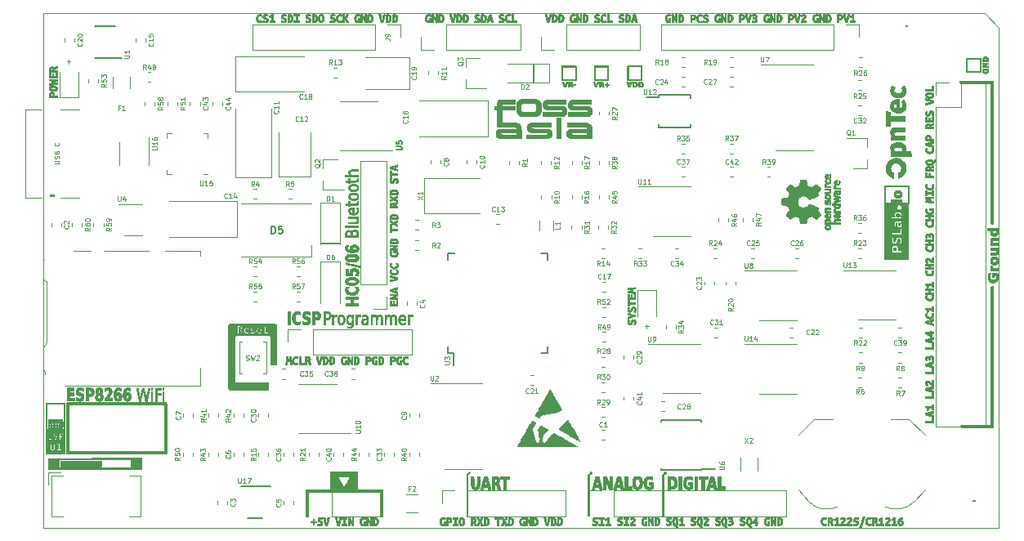
<source format=gbr>
%TF.GenerationSoftware,KiCad,Pcbnew,5.1.6-c6e7f7d~87~ubuntu18.04.1*%
%TF.CreationDate,2020-10-25T13:18:33+02:00*%
%TF.ProjectId,PSLab,50534c61-622e-46b6-9963-61645f706362,v6.1*%
%TF.SameCoordinates,Original*%
%TF.FileFunction,Legend,Top*%
%TF.FilePolarity,Positive*%
%FSLAX46Y46*%
G04 Gerber Fmt 4.6, Leading zero omitted, Abs format (unit mm)*
G04 Created by KiCad (PCBNEW 5.1.6-c6e7f7d~87~ubuntu18.04.1) date 2020-10-25 13:18:33*
%MOMM*%
%LPD*%
G01*
G04 APERTURE LIST*
%ADD10C,0.100000*%
%ADD11C,0.200000*%
%TA.AperFunction,Profile*%
%ADD12C,0.100000*%
%TD*%
%ADD13C,0.120000*%
%ADD14C,0.010000*%
%ADD15C,0.152400*%
%ADD16C,0.150000*%
%ADD17C,0.025000*%
%ADD18C,0.037500*%
%ADD19C,0.125000*%
G04 APERTURE END LIST*
D10*
X93118600Y-100736200D02*
X91264400Y-100736200D01*
X123370000Y-112394800D02*
X120830000Y-112394800D01*
D11*
X119764000Y-84141400D02*
X121674000Y-84141400D01*
X141740000Y-65548600D02*
X141740000Y-67428600D01*
D10*
X92106190Y-75871428D02*
X92510952Y-75871428D01*
X92558571Y-75847619D01*
X92582380Y-75823809D01*
X92606190Y-75776190D01*
X92606190Y-75680952D01*
X92582380Y-75633333D01*
X92558571Y-75609523D01*
X92510952Y-75585714D01*
X92106190Y-75585714D01*
X92582380Y-75371428D02*
X92606190Y-75300000D01*
X92606190Y-75180952D01*
X92582380Y-75133333D01*
X92558571Y-75109523D01*
X92510952Y-75085714D01*
X92463333Y-75085714D01*
X92415714Y-75109523D01*
X92391904Y-75133333D01*
X92368095Y-75180952D01*
X92344285Y-75276190D01*
X92320476Y-75323809D01*
X92296666Y-75347619D01*
X92249047Y-75371428D01*
X92201428Y-75371428D01*
X92153809Y-75347619D01*
X92130000Y-75323809D01*
X92106190Y-75276190D01*
X92106190Y-75157142D01*
X92130000Y-75085714D01*
X92344285Y-74704761D02*
X92368095Y-74633333D01*
X92391904Y-74609523D01*
X92439523Y-74585714D01*
X92510952Y-74585714D01*
X92558571Y-74609523D01*
X92582380Y-74633333D01*
X92606190Y-74680952D01*
X92606190Y-74871428D01*
X92106190Y-74871428D01*
X92106190Y-74704761D01*
X92130000Y-74657142D01*
X92153809Y-74633333D01*
X92201428Y-74609523D01*
X92249047Y-74609523D01*
X92296666Y-74633333D01*
X92320476Y-74657142D01*
X92344285Y-74704761D01*
X92344285Y-74871428D01*
X92558571Y-73704761D02*
X92582380Y-73728571D01*
X92606190Y-73800000D01*
X92606190Y-73847619D01*
X92582380Y-73919047D01*
X92534761Y-73966666D01*
X92487142Y-73990476D01*
X92391904Y-74014285D01*
X92320476Y-74014285D01*
X92225238Y-73990476D01*
X92177619Y-73966666D01*
X92130000Y-73919047D01*
X92106190Y-73847619D01*
X92106190Y-73800000D01*
X92130000Y-73728571D01*
X92153809Y-73704761D01*
D12*
X90940000Y-113580000D02*
X90940000Y-60270000D01*
X189970000Y-113580000D02*
X90940000Y-113580000D01*
X189970000Y-61790000D02*
X189970000Y-113580000D01*
X188450000Y-60270000D02*
X189970000Y-61790000D01*
X90940000Y-60270000D02*
X188450000Y-60270000D01*
D10*
X93410723Y-65288114D02*
X93791676Y-65288114D01*
X93601200Y-65478590D02*
X93601200Y-65097638D01*
X153284323Y-92736914D02*
X153665276Y-92736914D01*
X153474800Y-92927390D02*
X153474800Y-92546438D01*
D13*
%TO.C,D3*%
X154440000Y-91660000D02*
X154440000Y-88975000D01*
X154440000Y-88975000D02*
X152520000Y-88975000D01*
X152520000Y-88975000D02*
X152520000Y-91660000D01*
D14*
%TO.C,Z11*%
G36*
X171923884Y-81719459D02*
G01*
X171936982Y-81692947D01*
X171959806Y-81660253D01*
X171984696Y-81636425D01*
X172015949Y-81620106D01*
X172057866Y-81609940D01*
X172114744Y-81604572D01*
X172190884Y-81602644D01*
X172223617Y-81602531D01*
X172295356Y-81602861D01*
X172346627Y-81604227D01*
X172382104Y-81607200D01*
X172406463Y-81612349D01*
X172424380Y-81620243D01*
X172436602Y-81628457D01*
X172488605Y-81680887D01*
X172519884Y-81742630D01*
X172529292Y-81809236D01*
X172515680Y-81876258D01*
X172506054Y-81897492D01*
X172479559Y-81948324D01*
X172894752Y-81948324D01*
X172875568Y-81911225D01*
X172860725Y-81862343D01*
X172856922Y-81802261D01*
X172863943Y-81742264D01*
X172879713Y-81696956D01*
X172909747Y-81659375D01*
X172952724Y-81627264D01*
X172957136Y-81624850D01*
X172977921Y-81614667D01*
X172998870Y-81607230D01*
X173024248Y-81602111D01*
X173058318Y-81598881D01*
X173105341Y-81597113D01*
X173169582Y-81596377D01*
X173241876Y-81596244D01*
X173472522Y-81596244D01*
X173472522Y-81734561D01*
X173047233Y-81734561D01*
X173014679Y-81773249D01*
X172988640Y-81813438D01*
X172983905Y-81851497D01*
X172996089Y-81889766D01*
X173008020Y-81910162D01*
X173025013Y-81925342D01*
X173050695Y-81936138D01*
X173088691Y-81943383D01*
X173142626Y-81947908D01*
X173216125Y-81950544D01*
X173265047Y-81951472D01*
X173466235Y-81954611D01*
X173470036Y-82020626D01*
X173473836Y-82086640D01*
X172225350Y-82086640D01*
X172225350Y-81948324D01*
X172294954Y-81944797D01*
X172343269Y-81932915D01*
X172373331Y-81910720D01*
X172388171Y-81876259D01*
X172391136Y-81841442D01*
X172387728Y-81802029D01*
X172374317Y-81775871D01*
X172356596Y-81759514D01*
X172337535Y-81746637D01*
X172316301Y-81738972D01*
X172286549Y-81735561D01*
X172241936Y-81735449D01*
X172204580Y-81736597D01*
X172148304Y-81739232D01*
X172111358Y-81743156D01*
X172087923Y-81749763D01*
X172072180Y-81760449D01*
X172063080Y-81770533D01*
X172043237Y-81812670D01*
X172040032Y-81862540D01*
X172046868Y-81891176D01*
X172071164Y-81919528D01*
X172118428Y-81938309D01*
X172188324Y-81947412D01*
X172225350Y-81948324D01*
X172225350Y-82086640D01*
X171913314Y-82086640D01*
X171913314Y-82017482D01*
X171914956Y-81975960D01*
X171920787Y-81954538D01*
X171932161Y-81948326D01*
X171932498Y-81948324D01*
X171943638Y-81945442D01*
X171942373Y-81932730D01*
X171930133Y-81907457D01*
X171911407Y-81848569D01*
X171909439Y-81782315D01*
X171923884Y-81719459D01*
G37*
X171923884Y-81719459D02*
X171936982Y-81692947D01*
X171959806Y-81660253D01*
X171984696Y-81636425D01*
X172015949Y-81620106D01*
X172057866Y-81609940D01*
X172114744Y-81604572D01*
X172190884Y-81602644D01*
X172223617Y-81602531D01*
X172295356Y-81602861D01*
X172346627Y-81604227D01*
X172382104Y-81607200D01*
X172406463Y-81612349D01*
X172424380Y-81620243D01*
X172436602Y-81628457D01*
X172488605Y-81680887D01*
X172519884Y-81742630D01*
X172529292Y-81809236D01*
X172515680Y-81876258D01*
X172506054Y-81897492D01*
X172479559Y-81948324D01*
X172894752Y-81948324D01*
X172875568Y-81911225D01*
X172860725Y-81862343D01*
X172856922Y-81802261D01*
X172863943Y-81742264D01*
X172879713Y-81696956D01*
X172909747Y-81659375D01*
X172952724Y-81627264D01*
X172957136Y-81624850D01*
X172977921Y-81614667D01*
X172998870Y-81607230D01*
X173024248Y-81602111D01*
X173058318Y-81598881D01*
X173105341Y-81597113D01*
X173169582Y-81596377D01*
X173241876Y-81596244D01*
X173472522Y-81596244D01*
X173472522Y-81734561D01*
X173047233Y-81734561D01*
X173014679Y-81773249D01*
X172988640Y-81813438D01*
X172983905Y-81851497D01*
X172996089Y-81889766D01*
X173008020Y-81910162D01*
X173025013Y-81925342D01*
X173050695Y-81936138D01*
X173088691Y-81943383D01*
X173142626Y-81947908D01*
X173216125Y-81950544D01*
X173265047Y-81951472D01*
X173466235Y-81954611D01*
X173470036Y-82020626D01*
X173473836Y-82086640D01*
X172225350Y-82086640D01*
X172225350Y-81948324D01*
X172294954Y-81944797D01*
X172343269Y-81932915D01*
X172373331Y-81910720D01*
X172388171Y-81876259D01*
X172391136Y-81841442D01*
X172387728Y-81802029D01*
X172374317Y-81775871D01*
X172356596Y-81759514D01*
X172337535Y-81746637D01*
X172316301Y-81738972D01*
X172286549Y-81735561D01*
X172241936Y-81735449D01*
X172204580Y-81736597D01*
X172148304Y-81739232D01*
X172111358Y-81743156D01*
X172087923Y-81749763D01*
X172072180Y-81760449D01*
X172063080Y-81770533D01*
X172043237Y-81812670D01*
X172040032Y-81862540D01*
X172046868Y-81891176D01*
X172071164Y-81919528D01*
X172118428Y-81938309D01*
X172188324Y-81947412D01*
X172225350Y-81948324D01*
X172225350Y-82086640D01*
X171913314Y-82086640D01*
X171913314Y-82017482D01*
X171914956Y-81975960D01*
X171920787Y-81954538D01*
X171932161Y-81948326D01*
X171932498Y-81948324D01*
X171943638Y-81945442D01*
X171942373Y-81932730D01*
X171930133Y-81907457D01*
X171911407Y-81848569D01*
X171909439Y-81782315D01*
X171923884Y-81719459D01*
G36*
X172861255Y-81194910D02*
G01*
X172877039Y-81135755D01*
X172905648Y-81090723D01*
X172943119Y-81058946D01*
X172959111Y-81049066D01*
X172975863Y-81041773D01*
X172997292Y-81036674D01*
X173027316Y-81033379D01*
X173069854Y-81031497D01*
X173128822Y-81030637D01*
X173208140Y-81030407D01*
X173229184Y-81030403D01*
X173472522Y-81030403D01*
X173472522Y-81090759D01*
X173469826Y-81129257D01*
X173462995Y-81157723D01*
X173458783Y-81164855D01*
X173451513Y-81184352D01*
X173458783Y-81204266D01*
X173467860Y-81237053D01*
X173471513Y-81284678D01*
X173469928Y-81337464D01*
X173463289Y-81385736D01*
X173454772Y-81413918D01*
X173419763Y-81468453D01*
X173371179Y-81502535D01*
X173306582Y-81517857D01*
X173304923Y-81517999D01*
X173276266Y-81516655D01*
X173276266Y-81395056D01*
X173308861Y-81384426D01*
X173327205Y-81367110D01*
X173341079Y-81332352D01*
X173346617Y-81286473D01*
X173343891Y-81239688D01*
X173332974Y-81202214D01*
X173325969Y-81191715D01*
X173293604Y-81173368D01*
X173256811Y-81168720D01*
X173208463Y-81168720D01*
X173208463Y-81238282D01*
X173213550Y-81304367D01*
X173227963Y-81354464D01*
X173250429Y-81385629D01*
X173276266Y-81395056D01*
X173276266Y-81516655D01*
X173234347Y-81514687D01*
X173178545Y-81491410D01*
X173136347Y-81447648D01*
X173132508Y-81441599D01*
X173120009Y-81415607D01*
X173112440Y-81383435D01*
X173108761Y-81338460D01*
X173107916Y-81285031D01*
X173107869Y-81168720D01*
X173059111Y-81168720D01*
X173021281Y-81173653D01*
X172995936Y-81186243D01*
X172994587Y-81187717D01*
X172983500Y-81215734D01*
X172979203Y-81258026D01*
X172981315Y-81304764D01*
X172989456Y-81346118D01*
X173001665Y-81370657D01*
X173011446Y-81383953D01*
X173013313Y-81397994D01*
X173005300Y-81417371D01*
X172985439Y-81446676D01*
X172951763Y-81490503D01*
X172948609Y-81494525D01*
X172936936Y-81492464D01*
X172917522Y-81475268D01*
X172895948Y-81449133D01*
X172877796Y-81420252D01*
X172873509Y-81411178D01*
X172864956Y-81378080D01*
X172858855Y-81329580D01*
X172856408Y-81275395D01*
X172856403Y-81272861D01*
X172861255Y-81194910D01*
G37*
X172861255Y-81194910D02*
X172877039Y-81135755D01*
X172905648Y-81090723D01*
X172943119Y-81058946D01*
X172959111Y-81049066D01*
X172975863Y-81041773D01*
X172997292Y-81036674D01*
X173027316Y-81033379D01*
X173069854Y-81031497D01*
X173128822Y-81030637D01*
X173208140Y-81030407D01*
X173229184Y-81030403D01*
X173472522Y-81030403D01*
X173472522Y-81090759D01*
X173469826Y-81129257D01*
X173462995Y-81157723D01*
X173458783Y-81164855D01*
X173451513Y-81184352D01*
X173458783Y-81204266D01*
X173467860Y-81237053D01*
X173471513Y-81284678D01*
X173469928Y-81337464D01*
X173463289Y-81385736D01*
X173454772Y-81413918D01*
X173419763Y-81468453D01*
X173371179Y-81502535D01*
X173306582Y-81517857D01*
X173304923Y-81517999D01*
X173276266Y-81516655D01*
X173276266Y-81395056D01*
X173308861Y-81384426D01*
X173327205Y-81367110D01*
X173341079Y-81332352D01*
X173346617Y-81286473D01*
X173343891Y-81239688D01*
X173332974Y-81202214D01*
X173325969Y-81191715D01*
X173293604Y-81173368D01*
X173256811Y-81168720D01*
X173208463Y-81168720D01*
X173208463Y-81238282D01*
X173213550Y-81304367D01*
X173227963Y-81354464D01*
X173250429Y-81385629D01*
X173276266Y-81395056D01*
X173276266Y-81516655D01*
X173234347Y-81514687D01*
X173178545Y-81491410D01*
X173136347Y-81447648D01*
X173132508Y-81441599D01*
X173120009Y-81415607D01*
X173112440Y-81383435D01*
X173108761Y-81338460D01*
X173107916Y-81285031D01*
X173107869Y-81168720D01*
X173059111Y-81168720D01*
X173021281Y-81173653D01*
X172995936Y-81186243D01*
X172994587Y-81187717D01*
X172983500Y-81215734D01*
X172979203Y-81258026D01*
X172981315Y-81304764D01*
X172989456Y-81346118D01*
X173001665Y-81370657D01*
X173011446Y-81383953D01*
X173013313Y-81397994D01*
X173005300Y-81417371D01*
X172985439Y-81446676D01*
X172951763Y-81490503D01*
X172948609Y-81494525D01*
X172936936Y-81492464D01*
X172917522Y-81475268D01*
X172895948Y-81449133D01*
X172877796Y-81420252D01*
X172873509Y-81411178D01*
X172864956Y-81378080D01*
X172858855Y-81329580D01*
X172856408Y-81275395D01*
X172856403Y-81272861D01*
X172861255Y-81194910D01*
G36*
X172857720Y-80804056D02*
G01*
X172863360Y-80785239D01*
X172875753Y-80779173D01*
X172881347Y-80778918D01*
X172896930Y-80777829D01*
X172899376Y-80770332D01*
X172888693Y-80750081D01*
X172881394Y-80738051D01*
X172865763Y-80700100D01*
X172858034Y-80654772D01*
X172857440Y-80607244D01*
X172863213Y-80562695D01*
X172874584Y-80526302D01*
X172890788Y-80503243D01*
X172911055Y-80498696D01*
X172916543Y-80500991D01*
X172939326Y-80517720D01*
X172967347Y-80543663D01*
X172971877Y-80548355D01*
X172992705Y-80573083D01*
X172999435Y-80594418D01*
X172994738Y-80624255D01*
X172991617Y-80636208D01*
X172984121Y-80673405D01*
X172987492Y-80699559D01*
X172999381Y-80721646D01*
X173015335Y-80741878D01*
X173035400Y-80756779D01*
X173063402Y-80767134D01*
X173103167Y-80773729D01*
X173158523Y-80777349D01*
X173233294Y-80778778D01*
X173278440Y-80778918D01*
X173472522Y-80778918D01*
X173472522Y-80904660D01*
X172856383Y-80904660D01*
X172856383Y-80841789D01*
X172857720Y-80804056D01*
G37*
X172857720Y-80804056D02*
X172863360Y-80785239D01*
X172875753Y-80779173D01*
X172881347Y-80778918D01*
X172896930Y-80777829D01*
X172899376Y-80770332D01*
X172888693Y-80750081D01*
X172881394Y-80738051D01*
X172865763Y-80700100D01*
X172858034Y-80654772D01*
X172857440Y-80607244D01*
X172863213Y-80562695D01*
X172874584Y-80526302D01*
X172890788Y-80503243D01*
X172911055Y-80498696D01*
X172916543Y-80500991D01*
X172939326Y-80517720D01*
X172967347Y-80543663D01*
X172971877Y-80548355D01*
X172992705Y-80573083D01*
X172999435Y-80594418D01*
X172994738Y-80624255D01*
X172991617Y-80636208D01*
X172984121Y-80673405D01*
X172987492Y-80699559D01*
X172999381Y-80721646D01*
X173015335Y-80741878D01*
X173035400Y-80756779D01*
X173063402Y-80767134D01*
X173103167Y-80773729D01*
X173158523Y-80777349D01*
X173233294Y-80778778D01*
X173278440Y-80778918D01*
X173472522Y-80778918D01*
X173472522Y-80904660D01*
X172856383Y-80904660D01*
X172856383Y-80841789D01*
X172857720Y-80804056D01*
G36*
X173472522Y-80011888D02*
G01*
X173472522Y-80081046D01*
X173471345Y-80121188D01*
X173466472Y-80142094D01*
X173455886Y-80149622D01*
X173448729Y-80150205D01*
X173434376Y-80151474D01*
X173431623Y-80159479D01*
X173440471Y-80180515D01*
X173448729Y-80196873D01*
X173468297Y-80259677D01*
X173469429Y-80327948D01*
X173454835Y-80383452D01*
X173419577Y-80435138D01*
X173367535Y-80474538D01*
X173306150Y-80496113D01*
X173302718Y-80496662D01*
X173265271Y-80499867D01*
X173211513Y-80501461D01*
X173170855Y-80501333D01*
X173170855Y-80363979D01*
X173224894Y-80360797D01*
X173269435Y-80353559D01*
X173294588Y-80343760D01*
X173328960Y-80306689D01*
X173341282Y-80262674D01*
X173331318Y-80217284D01*
X173301595Y-80178497D01*
X173281605Y-80163808D01*
X173257750Y-80155219D01*
X173222930Y-80151196D01*
X173170630Y-80150205D01*
X173118839Y-80151978D01*
X173073334Y-80156663D01*
X173042881Y-80163303D01*
X173040152Y-80164410D01*
X173007700Y-80191191D01*
X172989883Y-80230279D01*
X172987006Y-80274015D01*
X172999374Y-80314738D01*
X173027293Y-80344787D01*
X173032848Y-80347904D01*
X173066722Y-80357661D01*
X173115428Y-80362977D01*
X173170855Y-80363979D01*
X173170855Y-80501333D01*
X173150240Y-80501268D01*
X173117263Y-80500364D01*
X173035681Y-80494214D01*
X172974430Y-80481433D01*
X172929149Y-80460171D01*
X172895479Y-80428578D01*
X172875714Y-80397907D01*
X172861820Y-80355054D01*
X172857054Y-80301756D01*
X172860936Y-80247180D01*
X172872982Y-80200492D01*
X172887393Y-80175824D01*
X172910578Y-80150205D01*
X172617473Y-80150205D01*
X172617473Y-80011888D01*
X173472522Y-80011888D01*
G37*
X173472522Y-80011888D02*
X173472522Y-80081046D01*
X173471345Y-80121188D01*
X173466472Y-80142094D01*
X173455886Y-80149622D01*
X173448729Y-80150205D01*
X173434376Y-80151474D01*
X173431623Y-80159479D01*
X173440471Y-80180515D01*
X173448729Y-80196873D01*
X173468297Y-80259677D01*
X173469429Y-80327948D01*
X173454835Y-80383452D01*
X173419577Y-80435138D01*
X173367535Y-80474538D01*
X173306150Y-80496113D01*
X173302718Y-80496662D01*
X173265271Y-80499867D01*
X173211513Y-80501461D01*
X173170855Y-80501333D01*
X173170855Y-80363979D01*
X173224894Y-80360797D01*
X173269435Y-80353559D01*
X173294588Y-80343760D01*
X173328960Y-80306689D01*
X173341282Y-80262674D01*
X173331318Y-80217284D01*
X173301595Y-80178497D01*
X173281605Y-80163808D01*
X173257750Y-80155219D01*
X173222930Y-80151196D01*
X173170630Y-80150205D01*
X173118839Y-80151978D01*
X173073334Y-80156663D01*
X173042881Y-80163303D01*
X173040152Y-80164410D01*
X173007700Y-80191191D01*
X172989883Y-80230279D01*
X172987006Y-80274015D01*
X172999374Y-80314738D01*
X173027293Y-80344787D01*
X173032848Y-80347904D01*
X173066722Y-80357661D01*
X173115428Y-80362977D01*
X173170855Y-80363979D01*
X173170855Y-80501333D01*
X173150240Y-80501268D01*
X173117263Y-80500364D01*
X173035681Y-80494214D01*
X172974430Y-80481433D01*
X172929149Y-80460171D01*
X172895479Y-80428578D01*
X172875714Y-80397907D01*
X172861820Y-80355054D01*
X172857054Y-80301756D01*
X172860936Y-80247180D01*
X172872982Y-80200492D01*
X172887393Y-80175824D01*
X172910578Y-80150205D01*
X172617473Y-80150205D01*
X172617473Y-80011888D01*
X173472522Y-80011888D01*
G36*
X172858937Y-79529176D02*
G01*
X172862671Y-79479445D01*
X173252473Y-79349409D01*
X173183314Y-79329022D01*
X173140574Y-79316754D01*
X173082815Y-79300615D01*
X173019325Y-79283188D01*
X172985270Y-79273974D01*
X172856383Y-79239312D01*
X172856383Y-79096309D01*
X172991557Y-79139054D01*
X173058042Y-79160104D01*
X173138239Y-79185533D01*
X173221893Y-79212090D01*
X173296482Y-79235798D01*
X173466235Y-79289798D01*
X173470028Y-79348102D01*
X173473822Y-79406405D01*
X173369434Y-79438021D01*
X173304589Y-79457518D01*
X173233100Y-79478796D01*
X173169963Y-79497392D01*
X173167450Y-79498126D01*
X173124669Y-79512016D01*
X173095479Y-79524271D01*
X173084441Y-79532854D01*
X173085718Y-79534618D01*
X173102830Y-79540809D01*
X173139487Y-79552572D01*
X173191078Y-79568475D01*
X173252994Y-79587086D01*
X173287052Y-79597157D01*
X173472522Y-79651693D01*
X173472522Y-79767436D01*
X173180171Y-79859963D01*
X173098162Y-79885956D01*
X173023687Y-79909634D01*
X172960244Y-79929880D01*
X172911332Y-79945574D01*
X172880449Y-79955598D01*
X172871426Y-79958645D01*
X172862187Y-79956233D01*
X172858141Y-79937292D01*
X172858546Y-79897877D01*
X172858852Y-79891707D01*
X172862671Y-79818614D01*
X173038710Y-79770743D01*
X173102911Y-79753147D01*
X173159349Y-79737423D01*
X173203122Y-79724954D01*
X173229330Y-79717126D01*
X173233603Y-79715680D01*
X173228690Y-79709686D01*
X173203232Y-79697599D01*
X173160697Y-79680807D01*
X173104550Y-79660697D01*
X173053830Y-79643697D01*
X172855204Y-79578906D01*
X172858937Y-79529176D01*
G37*
X172858937Y-79529176D02*
X172862671Y-79479445D01*
X173252473Y-79349409D01*
X173183314Y-79329022D01*
X173140574Y-79316754D01*
X173082815Y-79300615D01*
X173019325Y-79283188D01*
X172985270Y-79273974D01*
X172856383Y-79239312D01*
X172856383Y-79096309D01*
X172991557Y-79139054D01*
X173058042Y-79160104D01*
X173138239Y-79185533D01*
X173221893Y-79212090D01*
X173296482Y-79235798D01*
X173466235Y-79289798D01*
X173470028Y-79348102D01*
X173473822Y-79406405D01*
X173369434Y-79438021D01*
X173304589Y-79457518D01*
X173233100Y-79478796D01*
X173169963Y-79497392D01*
X173167450Y-79498126D01*
X173124669Y-79512016D01*
X173095479Y-79524271D01*
X173084441Y-79532854D01*
X173085718Y-79534618D01*
X173102830Y-79540809D01*
X173139487Y-79552572D01*
X173191078Y-79568475D01*
X173252994Y-79587086D01*
X173287052Y-79597157D01*
X173472522Y-79651693D01*
X173472522Y-79767436D01*
X173180171Y-79859963D01*
X173098162Y-79885956D01*
X173023687Y-79909634D01*
X172960244Y-79929880D01*
X172911332Y-79945574D01*
X172880449Y-79955598D01*
X172871426Y-79958645D01*
X172862187Y-79956233D01*
X172858141Y-79937292D01*
X172858546Y-79897877D01*
X172858852Y-79891707D01*
X172862671Y-79818614D01*
X173038710Y-79770743D01*
X173102911Y-79753147D01*
X173159349Y-79737423D01*
X173203122Y-79724954D01*
X173229330Y-79717126D01*
X173233603Y-79715680D01*
X173228690Y-79709686D01*
X173203232Y-79697599D01*
X173160697Y-79680807D01*
X173104550Y-79660697D01*
X173053830Y-79643697D01*
X172855204Y-79578906D01*
X172858937Y-79529176D01*
G36*
X172860117Y-78772289D02*
G01*
X172872990Y-78719289D01*
X172879810Y-78703969D01*
X172897674Y-78674272D01*
X172917793Y-78651480D01*
X172943662Y-78634617D01*
X172978773Y-78622702D01*
X173026620Y-78614758D01*
X173090696Y-78609806D01*
X173174494Y-78606869D01*
X173230468Y-78605753D01*
X173472522Y-78601648D01*
X173472522Y-78671768D01*
X173470738Y-78714307D01*
X173464642Y-78736224D01*
X173454406Y-78741888D01*
X173443337Y-78744879D01*
X173445454Y-78758249D01*
X173454329Y-78776467D01*
X173467933Y-78822076D01*
X173471599Y-78880693D01*
X173465603Y-78942346D01*
X173450221Y-78997062D01*
X173448086Y-79001970D01*
X173412955Y-79051977D01*
X173364119Y-79084944D01*
X173307033Y-79100113D01*
X173286524Y-79098954D01*
X173286524Y-78975192D01*
X173314125Y-78964287D01*
X173333904Y-78931955D01*
X173344519Y-78879790D01*
X173345928Y-78851913D01*
X173342320Y-78805453D01*
X173328297Y-78774571D01*
X173321631Y-78767036D01*
X173285366Y-78746624D01*
X173252473Y-78741888D01*
X173208463Y-78741888D01*
X173208463Y-78803187D01*
X173212095Y-78874444D01*
X173223518Y-78924424D01*
X173243524Y-78956004D01*
X173252443Y-78963074D01*
X173286524Y-78975192D01*
X173286524Y-79098954D01*
X173247156Y-79096729D01*
X173189944Y-79074037D01*
X173151280Y-79043076D01*
X173134564Y-79024324D01*
X173123578Y-79005967D01*
X173116880Y-78982081D01*
X173113026Y-78946743D01*
X173110573Y-78894031D01*
X173109868Y-78873123D01*
X173105579Y-78741888D01*
X173065858Y-78742080D01*
X173024105Y-78747163D01*
X172998858Y-78765538D01*
X172982730Y-78802661D01*
X172982442Y-78803657D01*
X172976100Y-78856290D01*
X172984384Y-78907794D01*
X173004527Y-78946070D01*
X173014473Y-78961428D01*
X173013097Y-78977970D01*
X172998687Y-79003425D01*
X172988517Y-79018372D01*
X172966788Y-79047609D01*
X172950500Y-79065720D01*
X172945837Y-79068626D01*
X172921705Y-79056660D01*
X172892885Y-79021304D01*
X172883161Y-79005947D01*
X172866414Y-78961799D01*
X172856927Y-78902302D01*
X172854795Y-78836213D01*
X172860117Y-78772289D01*
G37*
X172860117Y-78772289D02*
X172872990Y-78719289D01*
X172879810Y-78703969D01*
X172897674Y-78674272D01*
X172917793Y-78651480D01*
X172943662Y-78634617D01*
X172978773Y-78622702D01*
X173026620Y-78614758D01*
X173090696Y-78609806D01*
X173174494Y-78606869D01*
X173230468Y-78605753D01*
X173472522Y-78601648D01*
X173472522Y-78671768D01*
X173470738Y-78714307D01*
X173464642Y-78736224D01*
X173454406Y-78741888D01*
X173443337Y-78744879D01*
X173445454Y-78758249D01*
X173454329Y-78776467D01*
X173467933Y-78822076D01*
X173471599Y-78880693D01*
X173465603Y-78942346D01*
X173450221Y-78997062D01*
X173448086Y-79001970D01*
X173412955Y-79051977D01*
X173364119Y-79084944D01*
X173307033Y-79100113D01*
X173286524Y-79098954D01*
X173286524Y-78975192D01*
X173314125Y-78964287D01*
X173333904Y-78931955D01*
X173344519Y-78879790D01*
X173345928Y-78851913D01*
X173342320Y-78805453D01*
X173328297Y-78774571D01*
X173321631Y-78767036D01*
X173285366Y-78746624D01*
X173252473Y-78741888D01*
X173208463Y-78741888D01*
X173208463Y-78803187D01*
X173212095Y-78874444D01*
X173223518Y-78924424D01*
X173243524Y-78956004D01*
X173252443Y-78963074D01*
X173286524Y-78975192D01*
X173286524Y-79098954D01*
X173247156Y-79096729D01*
X173189944Y-79074037D01*
X173151280Y-79043076D01*
X173134564Y-79024324D01*
X173123578Y-79005967D01*
X173116880Y-78982081D01*
X173113026Y-78946743D01*
X173110573Y-78894031D01*
X173109868Y-78873123D01*
X173105579Y-78741888D01*
X173065858Y-78742080D01*
X173024105Y-78747163D01*
X172998858Y-78765538D01*
X172982730Y-78802661D01*
X172982442Y-78803657D01*
X172976100Y-78856290D01*
X172984384Y-78907794D01*
X173004527Y-78946070D01*
X173014473Y-78961428D01*
X173013097Y-78977970D01*
X172998687Y-79003425D01*
X172988517Y-79018372D01*
X172966788Y-79047609D01*
X172950500Y-79065720D01*
X172945837Y-79068626D01*
X172921705Y-79056660D01*
X172892885Y-79021304D01*
X172883161Y-79005947D01*
X172866414Y-78961799D01*
X172856927Y-78902302D01*
X172854795Y-78836213D01*
X172860117Y-78772289D01*
G36*
X172856186Y-78175445D02*
G01*
X172865715Y-78127105D01*
X172879825Y-78099586D01*
X172903268Y-78070636D01*
X172955271Y-78111824D01*
X172986764Y-78137218D01*
X173002128Y-78154462D01*
X173004476Y-78171598D01*
X172996917Y-78196673D01*
X172992641Y-78208443D01*
X172986331Y-78256430D01*
X172999856Y-78300376D01*
X173030410Y-78332640D01*
X173040152Y-78337881D01*
X173065958Y-78343588D01*
X173113517Y-78347994D01*
X173179458Y-78350889D01*
X173260410Y-78352069D01*
X173271926Y-78352086D01*
X173472522Y-78352086D01*
X173472522Y-78490403D01*
X172856383Y-78490403D01*
X172856383Y-78421244D01*
X172857425Y-78381367D01*
X172862058Y-78360593D01*
X172872549Y-78352911D01*
X172882445Y-78352086D01*
X172908506Y-78352086D01*
X172882445Y-78318955D01*
X172864665Y-78280965D01*
X172855874Y-78229930D01*
X172856186Y-78175445D01*
G37*
X172856186Y-78175445D02*
X172865715Y-78127105D01*
X172879825Y-78099586D01*
X172903268Y-78070636D01*
X172955271Y-78111824D01*
X172986764Y-78137218D01*
X173002128Y-78154462D01*
X173004476Y-78171598D01*
X172996917Y-78196673D01*
X172992641Y-78208443D01*
X172986331Y-78256430D01*
X172999856Y-78300376D01*
X173030410Y-78332640D01*
X173040152Y-78337881D01*
X173065958Y-78343588D01*
X173113517Y-78347994D01*
X173179458Y-78350889D01*
X173260410Y-78352069D01*
X173271926Y-78352086D01*
X173472522Y-78352086D01*
X173472522Y-78490403D01*
X172856383Y-78490403D01*
X172856383Y-78421244D01*
X172857425Y-78381367D01*
X172862058Y-78360593D01*
X172872549Y-78352911D01*
X172882445Y-78352086D01*
X172908506Y-78352086D01*
X172882445Y-78318955D01*
X172864665Y-78280965D01*
X172855874Y-78229930D01*
X172856186Y-78175445D01*
G36*
X172859670Y-77778119D02*
G01*
X172875297Y-77718015D01*
X172907548Y-77667679D01*
X172931640Y-77643307D01*
X172988595Y-77603355D01*
X173054665Y-77580458D01*
X173135882Y-77572592D01*
X173142448Y-77572552D01*
X173208463Y-77572482D01*
X173208463Y-77952436D01*
X173243042Y-77944337D01*
X173274359Y-77929713D01*
X173306991Y-77904119D01*
X173312200Y-77898765D01*
X173340394Y-77852757D01*
X173345175Y-77800290D01*
X173326626Y-77739897D01*
X173321631Y-77729660D01*
X173306445Y-77698261D01*
X173297794Y-77677230D01*
X173296993Y-77673561D01*
X173304763Y-77660752D01*
X173323772Y-77636322D01*
X173334160Y-77623921D01*
X173358021Y-77598224D01*
X173373777Y-77589785D01*
X173388271Y-77595642D01*
X173392234Y-77598772D01*
X173409579Y-77619975D01*
X173430659Y-77654962D01*
X173442965Y-77679363D01*
X173464646Y-77748628D01*
X173471671Y-77825312D01*
X173463347Y-77897935D01*
X173457386Y-77918274D01*
X173423652Y-77981224D01*
X173371745Y-78027885D01*
X173301159Y-78058527D01*
X173211392Y-78073418D01*
X173164453Y-78075053D01*
X173096113Y-78070279D01*
X173096113Y-77949710D01*
X173101165Y-77938048D01*
X173105129Y-77906702D01*
X173107468Y-77861129D01*
X173107869Y-77830254D01*
X173107483Y-77774719D01*
X173105675Y-77739667D01*
X173101473Y-77720438D01*
X173093903Y-77712370D01*
X173082918Y-77710799D01*
X173049081Y-77721579D01*
X173015640Y-77748720D01*
X172989972Y-77784423D01*
X172979472Y-77820140D01*
X172988786Y-77868652D01*
X173015713Y-77910647D01*
X173054527Y-77939764D01*
X173096113Y-77949710D01*
X173096113Y-78070279D01*
X173064936Y-78068101D01*
X172985649Y-78046645D01*
X172925963Y-78010230D01*
X172885249Y-77958403D01*
X172862879Y-77890710D01*
X172858571Y-77854038D01*
X172859670Y-77778119D01*
G37*
X172859670Y-77778119D02*
X172875297Y-77718015D01*
X172907548Y-77667679D01*
X172931640Y-77643307D01*
X172988595Y-77603355D01*
X173054665Y-77580458D01*
X173135882Y-77572592D01*
X173142448Y-77572552D01*
X173208463Y-77572482D01*
X173208463Y-77952436D01*
X173243042Y-77944337D01*
X173274359Y-77929713D01*
X173306991Y-77904119D01*
X173312200Y-77898765D01*
X173340394Y-77852757D01*
X173345175Y-77800290D01*
X173326626Y-77739897D01*
X173321631Y-77729660D01*
X173306445Y-77698261D01*
X173297794Y-77677230D01*
X173296993Y-77673561D01*
X173304763Y-77660752D01*
X173323772Y-77636322D01*
X173334160Y-77623921D01*
X173358021Y-77598224D01*
X173373777Y-77589785D01*
X173388271Y-77595642D01*
X173392234Y-77598772D01*
X173409579Y-77619975D01*
X173430659Y-77654962D01*
X173442965Y-77679363D01*
X173464646Y-77748628D01*
X173471671Y-77825312D01*
X173463347Y-77897935D01*
X173457386Y-77918274D01*
X173423652Y-77981224D01*
X173371745Y-78027885D01*
X173301159Y-78058527D01*
X173211392Y-78073418D01*
X173164453Y-78075053D01*
X173096113Y-78070279D01*
X173096113Y-77949710D01*
X173101165Y-77938048D01*
X173105129Y-77906702D01*
X173107468Y-77861129D01*
X173107869Y-77830254D01*
X173107483Y-77774719D01*
X173105675Y-77739667D01*
X173101473Y-77720438D01*
X173093903Y-77712370D01*
X173082918Y-77710799D01*
X173049081Y-77721579D01*
X173015640Y-77748720D01*
X172989972Y-77784423D01*
X172979472Y-77820140D01*
X172988786Y-77868652D01*
X173015713Y-77910647D01*
X173054527Y-77939764D01*
X173096113Y-77949710D01*
X173096113Y-78070279D01*
X173064936Y-78068101D01*
X172985649Y-78046645D01*
X172925963Y-78010230D01*
X172885249Y-77958403D01*
X172862879Y-77890710D01*
X172858571Y-77854038D01*
X172859670Y-77778119D01*
G36*
X171919848Y-82348961D02*
G01*
X171948931Y-82283179D01*
X171997493Y-82233240D01*
X172065608Y-82199074D01*
X172153351Y-82180607D01*
X172167051Y-82179283D01*
X172263639Y-82178246D01*
X172348302Y-82191693D01*
X172416921Y-82218808D01*
X172438994Y-82233327D01*
X172485711Y-82283901D01*
X172515968Y-82348309D01*
X172528524Y-82420366D01*
X172522139Y-82493885D01*
X172502472Y-82549772D01*
X172469329Y-82597832D01*
X172425875Y-82637112D01*
X172424858Y-82637792D01*
X172398038Y-82653744D01*
X172371068Y-82664110D01*
X172337032Y-82670388D01*
X172289010Y-82674073D01*
X172249631Y-82675697D01*
X172213919Y-82676372D01*
X172213919Y-82550655D01*
X172249470Y-82549426D01*
X172296794Y-82544966D01*
X172327165Y-82537097D01*
X172348772Y-82522907D01*
X172361394Y-82509617D01*
X172387822Y-82462502D01*
X172391353Y-82413205D01*
X172372339Y-82367293D01*
X172351031Y-82344338D01*
X172329559Y-82327796D01*
X172309013Y-82318121D01*
X172282274Y-82313874D01*
X172242223Y-82313620D01*
X172205338Y-82314928D01*
X172152647Y-82317743D01*
X172118472Y-82322205D01*
X172096180Y-82330248D01*
X172079142Y-82343803D01*
X172069403Y-82354545D01*
X172043823Y-82399477D01*
X172042547Y-82447949D01*
X172057699Y-82488594D01*
X172089342Y-82523267D01*
X172141320Y-82543924D01*
X172213919Y-82550655D01*
X172213919Y-82676372D01*
X172171321Y-82677179D01*
X172112756Y-82674648D01*
X172068707Y-82667062D01*
X172033948Y-82653381D01*
X172003251Y-82632565D01*
X171994136Y-82624847D01*
X171948721Y-82576589D01*
X171922193Y-82524828D01*
X171911079Y-82461528D01*
X171910171Y-82430661D01*
X171919848Y-82348961D01*
G37*
X171919848Y-82348961D02*
X171948931Y-82283179D01*
X171997493Y-82233240D01*
X172065608Y-82199074D01*
X172153351Y-82180607D01*
X172167051Y-82179283D01*
X172263639Y-82178246D01*
X172348302Y-82191693D01*
X172416921Y-82218808D01*
X172438994Y-82233327D01*
X172485711Y-82283901D01*
X172515968Y-82348309D01*
X172528524Y-82420366D01*
X172522139Y-82493885D01*
X172502472Y-82549772D01*
X172469329Y-82597832D01*
X172425875Y-82637112D01*
X172424858Y-82637792D01*
X172398038Y-82653744D01*
X172371068Y-82664110D01*
X172337032Y-82670388D01*
X172289010Y-82674073D01*
X172249631Y-82675697D01*
X172213919Y-82676372D01*
X172213919Y-82550655D01*
X172249470Y-82549426D01*
X172296794Y-82544966D01*
X172327165Y-82537097D01*
X172348772Y-82522907D01*
X172361394Y-82509617D01*
X172387822Y-82462502D01*
X172391353Y-82413205D01*
X172372339Y-82367293D01*
X172351031Y-82344338D01*
X172329559Y-82327796D01*
X172309013Y-82318121D01*
X172282274Y-82313874D01*
X172242223Y-82313620D01*
X172205338Y-82314928D01*
X172152647Y-82317743D01*
X172118472Y-82322205D01*
X172096180Y-82330248D01*
X172079142Y-82343803D01*
X172069403Y-82354545D01*
X172043823Y-82399477D01*
X172042547Y-82447949D01*
X172057699Y-82488594D01*
X172089342Y-82523267D01*
X172141320Y-82543924D01*
X172213919Y-82550655D01*
X172213919Y-82676372D01*
X172171321Y-82677179D01*
X172112756Y-82674648D01*
X172068707Y-82667062D01*
X172033948Y-82653381D01*
X172003251Y-82632565D01*
X171994136Y-82624847D01*
X171948721Y-82576589D01*
X171922193Y-82524828D01*
X171911079Y-82461528D01*
X171910171Y-82430661D01*
X171919848Y-82348961D01*
G36*
X171927314Y-81167399D02*
G01*
X171933214Y-81154868D01*
X171964983Y-81111499D01*
X172011346Y-81070490D01*
X172062396Y-81039868D01*
X172085866Y-81031159D01*
X172127791Y-81023212D01*
X172178457Y-81018474D01*
X172199379Y-81017899D01*
X172265393Y-81017829D01*
X172265393Y-81397783D01*
X172299973Y-81389683D01*
X172340870Y-81369804D01*
X172376214Y-81335047D01*
X172398982Y-81293698D01*
X172403710Y-81267349D01*
X172397973Y-81231616D01*
X172383582Y-81188982D01*
X172376962Y-81174499D01*
X172350213Y-81120940D01*
X172385076Y-81075233D01*
X172408655Y-81048858D01*
X172428117Y-81034824D01*
X172433829Y-81034114D01*
X172447673Y-81046651D01*
X172468712Y-81074128D01*
X172485125Y-81099066D01*
X172514630Y-81166364D01*
X172527984Y-81241810D01*
X172524512Y-81316588D01*
X172506363Y-81376195D01*
X172467484Y-81437641D01*
X172416295Y-81481308D01*
X172350067Y-81508626D01*
X172266071Y-81521022D01*
X172227636Y-81522121D01*
X172139561Y-81517722D01*
X172136999Y-81517182D01*
X172136999Y-81391282D01*
X172145258Y-81387815D01*
X172149813Y-81373563D01*
X172151765Y-81344170D01*
X172152217Y-81295275D01*
X172152225Y-81276448D01*
X172151543Y-81219167D01*
X172149064Y-81182841D01*
X172144143Y-81163304D01*
X172136134Y-81156390D01*
X172133562Y-81156145D01*
X172113123Y-81164036D01*
X172084489Y-81183785D01*
X172074463Y-81192275D01*
X172046108Y-81223794D01*
X172034959Y-81256649D01*
X172034027Y-81274351D01*
X172045681Y-81322239D01*
X172076985Y-81362399D01*
X172122452Y-81387873D01*
X172123933Y-81388325D01*
X172136999Y-81391282D01*
X172136999Y-81517182D01*
X172070210Y-81503092D01*
X172014725Y-81476738D01*
X171975339Y-81444507D01*
X171932631Y-81384917D01*
X171909809Y-81314868D01*
X171907746Y-81240361D01*
X171927314Y-81167399D01*
G37*
X171927314Y-81167399D02*
X171933214Y-81154868D01*
X171964983Y-81111499D01*
X172011346Y-81070490D01*
X172062396Y-81039868D01*
X172085866Y-81031159D01*
X172127791Y-81023212D01*
X172178457Y-81018474D01*
X172199379Y-81017899D01*
X172265393Y-81017829D01*
X172265393Y-81397783D01*
X172299973Y-81389683D01*
X172340870Y-81369804D01*
X172376214Y-81335047D01*
X172398982Y-81293698D01*
X172403710Y-81267349D01*
X172397973Y-81231616D01*
X172383582Y-81188982D01*
X172376962Y-81174499D01*
X172350213Y-81120940D01*
X172385076Y-81075233D01*
X172408655Y-81048858D01*
X172428117Y-81034824D01*
X172433829Y-81034114D01*
X172447673Y-81046651D01*
X172468712Y-81074128D01*
X172485125Y-81099066D01*
X172514630Y-81166364D01*
X172527984Y-81241810D01*
X172524512Y-81316588D01*
X172506363Y-81376195D01*
X172467484Y-81437641D01*
X172416295Y-81481308D01*
X172350067Y-81508626D01*
X172266071Y-81521022D01*
X172227636Y-81522121D01*
X172139561Y-81517722D01*
X172136999Y-81517182D01*
X172136999Y-81391282D01*
X172145258Y-81387815D01*
X172149813Y-81373563D01*
X172151765Y-81344170D01*
X172152217Y-81295275D01*
X172152225Y-81276448D01*
X172151543Y-81219167D01*
X172149064Y-81182841D01*
X172144143Y-81163304D01*
X172136134Y-81156390D01*
X172133562Y-81156145D01*
X172113123Y-81164036D01*
X172084489Y-81183785D01*
X172074463Y-81192275D01*
X172046108Y-81223794D01*
X172034959Y-81256649D01*
X172034027Y-81274351D01*
X172045681Y-81322239D01*
X172076985Y-81362399D01*
X172122452Y-81387873D01*
X172123933Y-81388325D01*
X172136999Y-81391282D01*
X172136999Y-81517182D01*
X172070210Y-81503092D01*
X172014725Y-81476738D01*
X171975339Y-81444507D01*
X171932631Y-81384917D01*
X171909809Y-81314868D01*
X171907746Y-81240361D01*
X171927314Y-81167399D01*
G36*
X171911152Y-79796683D02*
G01*
X171920182Y-79749066D01*
X171939070Y-79699666D01*
X171941477Y-79694388D01*
X171961176Y-79656926D01*
X171979481Y-79630983D01*
X171991208Y-79622597D01*
X172010332Y-79630583D01*
X172038550Y-79649980D01*
X172049084Y-79658590D01*
X172090547Y-79694072D01*
X172063558Y-79739815D01*
X172045578Y-79783350D01*
X172035967Y-79833650D01*
X172035360Y-79881888D01*
X172044391Y-79919233D01*
X172050027Y-79928195D01*
X172075871Y-79945263D01*
X172105641Y-79947337D01*
X172128897Y-79934566D01*
X172133408Y-79927012D01*
X172139009Y-79904375D01*
X172145592Y-79864585D01*
X172151883Y-79815534D01*
X172152870Y-79806485D01*
X172166498Y-79727704D01*
X172189646Y-79670564D01*
X172224452Y-79632670D01*
X172273054Y-79611621D01*
X172332418Y-79605065D01*
X172399898Y-79614123D01*
X172452888Y-79643536D01*
X172491483Y-79693422D01*
X172515781Y-79763900D01*
X172525367Y-79842135D01*
X172525252Y-79905934D01*
X172516545Y-79957684D01*
X172504525Y-79993027D01*
X172483580Y-80037683D01*
X172459274Y-80078953D01*
X172448576Y-80093621D01*
X172417784Y-80131343D01*
X172371749Y-80085848D01*
X172325713Y-80040353D01*
X172359943Y-79988628D01*
X172385652Y-79936748D01*
X172399099Y-79881349D01*
X172400518Y-79828095D01*
X172390143Y-79782651D01*
X172368207Y-79750684D01*
X172349698Y-79740362D01*
X172320014Y-79741911D01*
X172297315Y-79767560D01*
X172281640Y-79817240D01*
X172274395Y-79871669D01*
X172260573Y-79955436D01*
X172234496Y-80017667D01*
X172195399Y-80059193D01*
X172142520Y-80080847D01*
X172079826Y-80083847D01*
X172014342Y-80069029D01*
X171964844Y-80035246D01*
X171931108Y-79982195D01*
X171912907Y-79909574D01*
X171909339Y-79855772D01*
X171911152Y-79796683D01*
G37*
X171911152Y-79796683D02*
X171920182Y-79749066D01*
X171939070Y-79699666D01*
X171941477Y-79694388D01*
X171961176Y-79656926D01*
X171979481Y-79630983D01*
X171991208Y-79622597D01*
X172010332Y-79630583D01*
X172038550Y-79649980D01*
X172049084Y-79658590D01*
X172090547Y-79694072D01*
X172063558Y-79739815D01*
X172045578Y-79783350D01*
X172035967Y-79833650D01*
X172035360Y-79881888D01*
X172044391Y-79919233D01*
X172050027Y-79928195D01*
X172075871Y-79945263D01*
X172105641Y-79947337D01*
X172128897Y-79934566D01*
X172133408Y-79927012D01*
X172139009Y-79904375D01*
X172145592Y-79864585D01*
X172151883Y-79815534D01*
X172152870Y-79806485D01*
X172166498Y-79727704D01*
X172189646Y-79670564D01*
X172224452Y-79632670D01*
X172273054Y-79611621D01*
X172332418Y-79605065D01*
X172399898Y-79614123D01*
X172452888Y-79643536D01*
X172491483Y-79693422D01*
X172515781Y-79763900D01*
X172525367Y-79842135D01*
X172525252Y-79905934D01*
X172516545Y-79957684D01*
X172504525Y-79993027D01*
X172483580Y-80037683D01*
X172459274Y-80078953D01*
X172448576Y-80093621D01*
X172417784Y-80131343D01*
X172371749Y-80085848D01*
X172325713Y-80040353D01*
X172359943Y-79988628D01*
X172385652Y-79936748D01*
X172399099Y-79881349D01*
X172400518Y-79828095D01*
X172390143Y-79782651D01*
X172368207Y-79750684D01*
X172349698Y-79740362D01*
X172320014Y-79741911D01*
X172297315Y-79767560D01*
X172281640Y-79817240D01*
X172274395Y-79871669D01*
X172260573Y-79955436D01*
X172234496Y-80017667D01*
X172195399Y-80059193D01*
X172142520Y-80080847D01*
X172079826Y-80083847D01*
X172014342Y-80069029D01*
X171964844Y-80035246D01*
X171931108Y-79982195D01*
X171912907Y-79909574D01*
X171909339Y-79855772D01*
X171911152Y-79796683D01*
G36*
X171920755Y-79199938D02*
G01*
X171955392Y-79136337D01*
X172010072Y-79086577D01*
X172054542Y-79063132D01*
X172093821Y-79053066D01*
X172149816Y-79046544D01*
X172214321Y-79043749D01*
X172279129Y-79044864D01*
X172336034Y-79050074D01*
X172366427Y-79056159D01*
X172408006Y-79076686D01*
X172452168Y-79112237D01*
X172490787Y-79155081D01*
X172515734Y-79197489D01*
X172516130Y-79198523D01*
X172527031Y-79251147D01*
X172527301Y-79313512D01*
X172517376Y-79372776D01*
X172509422Y-79395660D01*
X172476000Y-79454598D01*
X172432211Y-79496810D01*
X172374238Y-79524544D01*
X172298265Y-79540049D01*
X172258471Y-79543557D01*
X172208466Y-79543110D01*
X172208466Y-79408324D01*
X172281432Y-79403783D01*
X172337034Y-79390714D01*
X172372561Y-79369944D01*
X172382720Y-79355148D01*
X172389804Y-79317236D01*
X172387707Y-79272173D01*
X172377512Y-79233213D01*
X172371904Y-79222996D01*
X172339238Y-79196041D01*
X172289245Y-79178249D01*
X172228405Y-79170676D01*
X172163197Y-79174375D01*
X172123953Y-79182643D01*
X172078505Y-79206380D01*
X172050096Y-79243851D01*
X172040273Y-79288980D01*
X172050587Y-79335689D01*
X172075812Y-79371568D01*
X172096625Y-79390423D01*
X172117139Y-79401428D01*
X172144903Y-79406674D01*
X172187462Y-79408251D01*
X172208466Y-79408324D01*
X172208466Y-79543110D01*
X172152280Y-79542606D01*
X172065201Y-79525312D01*
X171997230Y-79491671D01*
X171948364Y-79441682D01*
X171918599Y-79375344D01*
X171915148Y-79361099D01*
X171907045Y-79275490D01*
X171920755Y-79199938D01*
G37*
X171920755Y-79199938D02*
X171955392Y-79136337D01*
X172010072Y-79086577D01*
X172054542Y-79063132D01*
X172093821Y-79053066D01*
X172149816Y-79046544D01*
X172214321Y-79043749D01*
X172279129Y-79044864D01*
X172336034Y-79050074D01*
X172366427Y-79056159D01*
X172408006Y-79076686D01*
X172452168Y-79112237D01*
X172490787Y-79155081D01*
X172515734Y-79197489D01*
X172516130Y-79198523D01*
X172527031Y-79251147D01*
X172527301Y-79313512D01*
X172517376Y-79372776D01*
X172509422Y-79395660D01*
X172476000Y-79454598D01*
X172432211Y-79496810D01*
X172374238Y-79524544D01*
X172298265Y-79540049D01*
X172258471Y-79543557D01*
X172208466Y-79543110D01*
X172208466Y-79408324D01*
X172281432Y-79403783D01*
X172337034Y-79390714D01*
X172372561Y-79369944D01*
X172382720Y-79355148D01*
X172389804Y-79317236D01*
X172387707Y-79272173D01*
X172377512Y-79233213D01*
X172371904Y-79222996D01*
X172339238Y-79196041D01*
X172289245Y-79178249D01*
X172228405Y-79170676D01*
X172163197Y-79174375D01*
X172123953Y-79182643D01*
X172078505Y-79206380D01*
X172050096Y-79243851D01*
X172040273Y-79288980D01*
X172050587Y-79335689D01*
X172075812Y-79371568D01*
X172096625Y-79390423D01*
X172117139Y-79401428D01*
X172144903Y-79406674D01*
X172187462Y-79408251D01*
X172208466Y-79408324D01*
X172208466Y-79543110D01*
X172152280Y-79542606D01*
X172065201Y-79525312D01*
X171997230Y-79491671D01*
X171948364Y-79441682D01*
X171918599Y-79375344D01*
X171915148Y-79361099D01*
X171907045Y-79275490D01*
X171920755Y-79199938D01*
G36*
X172109042Y-78817333D02*
G01*
X172201263Y-78816145D01*
X172271310Y-78811803D01*
X172322081Y-78803142D01*
X172356472Y-78788996D01*
X172377379Y-78768200D01*
X172387700Y-78739590D01*
X172390336Y-78704165D01*
X172387382Y-78667064D01*
X172376589Y-78638882D01*
X172355060Y-78618457D01*
X172319899Y-78604621D01*
X172268210Y-78596209D01*
X172197094Y-78592057D01*
X172109042Y-78590997D01*
X171913314Y-78590997D01*
X171913314Y-78452680D01*
X172516879Y-78452680D01*
X172516879Y-78521838D01*
X172515189Y-78563530D01*
X172509256Y-78584999D01*
X172497993Y-78590997D01*
X172487961Y-78594609D01*
X172490083Y-78608986D01*
X172504280Y-78637964D01*
X172526180Y-78704381D01*
X172524628Y-78774825D01*
X172500847Y-78842323D01*
X172482062Y-78874467D01*
X172461722Y-78898985D01*
X172436273Y-78916896D01*
X172402158Y-78929221D01*
X172355821Y-78936977D01*
X172293707Y-78941184D01*
X172212261Y-78942860D01*
X172149278Y-78943076D01*
X171913314Y-78943076D01*
X171913314Y-78817333D01*
X172109042Y-78817333D01*
G37*
X172109042Y-78817333D02*
X172201263Y-78816145D01*
X172271310Y-78811803D01*
X172322081Y-78803142D01*
X172356472Y-78788996D01*
X172377379Y-78768200D01*
X172387700Y-78739590D01*
X172390336Y-78704165D01*
X172387382Y-78667064D01*
X172376589Y-78638882D01*
X172355060Y-78618457D01*
X172319899Y-78604621D01*
X172268210Y-78596209D01*
X172197094Y-78592057D01*
X172109042Y-78590997D01*
X171913314Y-78590997D01*
X171913314Y-78452680D01*
X172516879Y-78452680D01*
X172516879Y-78521838D01*
X172515189Y-78563530D01*
X172509256Y-78584999D01*
X172497993Y-78590997D01*
X172487961Y-78594609D01*
X172490083Y-78608986D01*
X172504280Y-78637964D01*
X172526180Y-78704381D01*
X172524628Y-78774825D01*
X172500847Y-78842323D01*
X172482062Y-78874467D01*
X172461722Y-78898985D01*
X172436273Y-78916896D01*
X172402158Y-78929221D01*
X172355821Y-78936977D01*
X172293707Y-78941184D01*
X172212261Y-78942860D01*
X172149278Y-78943076D01*
X171913314Y-78943076D01*
X171913314Y-78817333D01*
X172109042Y-78817333D01*
G36*
X171918580Y-77593474D02*
G01*
X171949530Y-77520620D01*
X171964595Y-77497673D01*
X171987748Y-77468346D01*
X172005953Y-77449936D01*
X172011883Y-77446739D01*
X172025040Y-77455765D01*
X172047367Y-77478863D01*
X172062950Y-77497356D01*
X172103626Y-77547972D01*
X172069995Y-77587940D01*
X172048284Y-77618826D01*
X172040790Y-77648941D01*
X172042620Y-77683408D01*
X172056228Y-77738139D01*
X172084472Y-77775814D01*
X172130133Y-77798709D01*
X172195989Y-77809103D01*
X172196031Y-77809105D01*
X172269639Y-77808206D01*
X172323646Y-77794237D01*
X172360416Y-77766372D01*
X172372868Y-77747375D01*
X172388373Y-77696924D01*
X172388383Y-77643037D01*
X172373338Y-77596154D01*
X172365987Y-77585056D01*
X172347211Y-77557224D01*
X172344134Y-77535464D01*
X172358109Y-77511996D01*
X172383210Y-77486051D01*
X172425580Y-77444984D01*
X172463164Y-77490579D01*
X172505582Y-77561026D01*
X172526485Y-77640467D01*
X172524972Y-77723485D01*
X172511111Y-77778006D01*
X172476835Y-77841730D01*
X172422912Y-77892695D01*
X172384849Y-77915849D01*
X172330236Y-77934601D01*
X172261069Y-77943985D01*
X172186107Y-77944057D01*
X172114109Y-77934876D01*
X172053837Y-77916501D01*
X172047658Y-77913607D01*
X171987051Y-77870748D01*
X171942924Y-77812721D01*
X171916193Y-77744109D01*
X171907773Y-77669499D01*
X171918580Y-77593474D01*
G37*
X171918580Y-77593474D02*
X171949530Y-77520620D01*
X171964595Y-77497673D01*
X171987748Y-77468346D01*
X172005953Y-77449936D01*
X172011883Y-77446739D01*
X172025040Y-77455765D01*
X172047367Y-77478863D01*
X172062950Y-77497356D01*
X172103626Y-77547972D01*
X172069995Y-77587940D01*
X172048284Y-77618826D01*
X172040790Y-77648941D01*
X172042620Y-77683408D01*
X172056228Y-77738139D01*
X172084472Y-77775814D01*
X172130133Y-77798709D01*
X172195989Y-77809103D01*
X172196031Y-77809105D01*
X172269639Y-77808206D01*
X172323646Y-77794237D01*
X172360416Y-77766372D01*
X172372868Y-77747375D01*
X172388373Y-77696924D01*
X172388383Y-77643037D01*
X172373338Y-77596154D01*
X172365987Y-77585056D01*
X172347211Y-77557224D01*
X172344134Y-77535464D01*
X172358109Y-77511996D01*
X172383210Y-77486051D01*
X172425580Y-77444984D01*
X172463164Y-77490579D01*
X172505582Y-77561026D01*
X172526485Y-77640467D01*
X172524972Y-77723485D01*
X172511111Y-77778006D01*
X172476835Y-77841730D01*
X172422912Y-77892695D01*
X172384849Y-77915849D01*
X172330236Y-77934601D01*
X172261069Y-77943985D01*
X172186107Y-77944057D01*
X172114109Y-77934876D01*
X172053837Y-77916501D01*
X172047658Y-77913607D01*
X171987051Y-77870748D01*
X171942924Y-77812721D01*
X171916193Y-77744109D01*
X171907773Y-77669499D01*
X171918580Y-77593474D01*
G36*
X171911157Y-77132802D02*
G01*
X171918979Y-77100604D01*
X171947621Y-77038875D01*
X171991367Y-76986090D01*
X172043817Y-76949559D01*
X172055593Y-76944540D01*
X172086440Y-76937655D01*
X172132071Y-76932836D01*
X172178192Y-76931195D01*
X172265393Y-76931195D01*
X172265393Y-77113522D01*
X172265678Y-77188721D01*
X172267404Y-77241697D01*
X172271881Y-77275375D01*
X172280420Y-77292680D01*
X172294330Y-77296537D01*
X172314922Y-77289871D01*
X172339015Y-77277930D01*
X172379225Y-77244620D01*
X172399258Y-77198332D01*
X172398605Y-77141756D01*
X172376801Y-77077669D01*
X172349893Y-77022283D01*
X172386232Y-76976325D01*
X172422572Y-76930367D01*
X172462519Y-76973604D01*
X172500263Y-77031326D01*
X172523020Y-77102314D01*
X172529388Y-77178671D01*
X172517968Y-77252501D01*
X172514093Y-77264413D01*
X172480206Y-77329301D01*
X172429686Y-77377570D01*
X172361025Y-77410235D01*
X172272714Y-77428315D01*
X172270821Y-77428525D01*
X172174578Y-77430144D01*
X172140242Y-77423600D01*
X172140242Y-77295848D01*
X172145522Y-77284116D01*
X172149567Y-77252262D01*
X172151876Y-77205303D01*
X172152225Y-77175546D01*
X172152006Y-77120052D01*
X172150616Y-77085354D01*
X172146951Y-77067099D01*
X172139910Y-77060934D01*
X172128390Y-77062505D01*
X172123933Y-77063822D01*
X172082055Y-77086318D01*
X172048304Y-77121697D01*
X172033473Y-77152920D01*
X172034368Y-77194399D01*
X172052864Y-77236431D01*
X172083486Y-77271688D01*
X172120762Y-77292846D01*
X172140242Y-77295848D01*
X172140242Y-77423600D01*
X172089929Y-77414010D01*
X172018891Y-77382002D01*
X171963479Y-77335999D01*
X171925709Y-77277879D01*
X171907596Y-77209520D01*
X171911157Y-77132802D01*
G37*
X171911157Y-77132802D02*
X171918979Y-77100604D01*
X171947621Y-77038875D01*
X171991367Y-76986090D01*
X172043817Y-76949559D01*
X172055593Y-76944540D01*
X172086440Y-76937655D01*
X172132071Y-76932836D01*
X172178192Y-76931195D01*
X172265393Y-76931195D01*
X172265393Y-77113522D01*
X172265678Y-77188721D01*
X172267404Y-77241697D01*
X172271881Y-77275375D01*
X172280420Y-77292680D01*
X172294330Y-77296537D01*
X172314922Y-77289871D01*
X172339015Y-77277930D01*
X172379225Y-77244620D01*
X172399258Y-77198332D01*
X172398605Y-77141756D01*
X172376801Y-77077669D01*
X172349893Y-77022283D01*
X172386232Y-76976325D01*
X172422572Y-76930367D01*
X172462519Y-76973604D01*
X172500263Y-77031326D01*
X172523020Y-77102314D01*
X172529388Y-77178671D01*
X172517968Y-77252501D01*
X172514093Y-77264413D01*
X172480206Y-77329301D01*
X172429686Y-77377570D01*
X172361025Y-77410235D01*
X172272714Y-77428315D01*
X172270821Y-77428525D01*
X172174578Y-77430144D01*
X172140242Y-77423600D01*
X172140242Y-77295848D01*
X172145522Y-77284116D01*
X172149567Y-77252262D01*
X172151876Y-77205303D01*
X172152225Y-77175546D01*
X172152006Y-77120052D01*
X172150616Y-77085354D01*
X172146951Y-77067099D01*
X172139910Y-77060934D01*
X172128390Y-77062505D01*
X172123933Y-77063822D01*
X172082055Y-77086318D01*
X172048304Y-77121697D01*
X172033473Y-77152920D01*
X172034368Y-77194399D01*
X172052864Y-77236431D01*
X172083486Y-77271688D01*
X172120762Y-77292846D01*
X172140242Y-77295848D01*
X172140242Y-77423600D01*
X172089929Y-77414010D01*
X172018891Y-77382002D01*
X171963479Y-77335999D01*
X171925709Y-77277879D01*
X171907596Y-77209520D01*
X171911157Y-77132802D01*
G36*
X171923702Y-80564712D02*
G01*
X171938650Y-80533417D01*
X171960241Y-80503109D01*
X171985091Y-80480018D01*
X172016787Y-80463200D01*
X172058914Y-80451706D01*
X172115058Y-80444591D01*
X172188806Y-80440907D01*
X172283744Y-80439708D01*
X172293685Y-80439689D01*
X172516879Y-80439413D01*
X172516879Y-80577730D01*
X172311118Y-80577730D01*
X172234889Y-80577828D01*
X172179639Y-80578509D01*
X172141201Y-80580351D01*
X172115406Y-80583933D01*
X172098084Y-80589832D01*
X172085068Y-80598627D01*
X172072207Y-80610880D01*
X172044573Y-80653747D01*
X172039445Y-80700543D01*
X172056917Y-80745124D01*
X172069921Y-80760628D01*
X172082147Y-80772010D01*
X172095240Y-80780181D01*
X172113315Y-80785674D01*
X172140487Y-80789020D01*
X172180870Y-80790751D01*
X172238579Y-80791397D01*
X172308832Y-80791492D01*
X172516879Y-80791492D01*
X172516879Y-80929809D01*
X171913314Y-80929809D01*
X171913314Y-80860650D01*
X171914956Y-80819128D01*
X171920787Y-80797706D01*
X171932161Y-80791495D01*
X171932498Y-80791492D01*
X171943638Y-80788610D01*
X171942374Y-80775899D01*
X171930134Y-80750626D01*
X171912124Y-80693305D01*
X171910121Y-80627737D01*
X171923702Y-80564712D01*
G37*
X171923702Y-80564712D02*
X171938650Y-80533417D01*
X171960241Y-80503109D01*
X171985091Y-80480018D01*
X172016787Y-80463200D01*
X172058914Y-80451706D01*
X172115058Y-80444591D01*
X172188806Y-80440907D01*
X172283744Y-80439708D01*
X172293685Y-80439689D01*
X172516879Y-80439413D01*
X172516879Y-80577730D01*
X172311118Y-80577730D01*
X172234889Y-80577828D01*
X172179639Y-80578509D01*
X172141201Y-80580351D01*
X172115406Y-80583933D01*
X172098084Y-80589832D01*
X172085068Y-80598627D01*
X172072207Y-80610880D01*
X172044573Y-80653747D01*
X172039445Y-80700543D01*
X172056917Y-80745124D01*
X172069921Y-80760628D01*
X172082147Y-80772010D01*
X172095240Y-80780181D01*
X172113315Y-80785674D01*
X172140487Y-80789020D01*
X172180870Y-80790751D01*
X172238579Y-80791397D01*
X172308832Y-80791492D01*
X172516879Y-80791492D01*
X172516879Y-80929809D01*
X171913314Y-80929809D01*
X171913314Y-80860650D01*
X171914956Y-80819128D01*
X171920787Y-80797706D01*
X171932161Y-80791495D01*
X171932498Y-80791492D01*
X171943638Y-80788610D01*
X171942374Y-80775899D01*
X171930134Y-80750626D01*
X171912124Y-80693305D01*
X171910121Y-80627737D01*
X171923702Y-80564712D01*
G36*
X171912730Y-78011240D02*
G01*
X171925945Y-77967989D01*
X171942641Y-77940142D01*
X171955845Y-77931071D01*
X171971497Y-77933568D01*
X171996085Y-77949769D01*
X172013500Y-77963468D01*
X172044983Y-77991708D01*
X172058229Y-78012925D01*
X172057364Y-78031012D01*
X172043710Y-78084665D01*
X172044330Y-78124070D01*
X172059804Y-78156068D01*
X172068861Y-78166810D01*
X172100727Y-78201195D01*
X172516879Y-78201195D01*
X172516879Y-78339512D01*
X171913314Y-78339512D01*
X171913314Y-78270353D01*
X171914956Y-78228831D01*
X171920787Y-78207409D01*
X171932161Y-78201198D01*
X171932498Y-78201195D01*
X171944413Y-78198261D01*
X171942859Y-78184996D01*
X171934263Y-78166616D01*
X171918268Y-78128654D01*
X171908645Y-78097828D01*
X171906178Y-78058164D01*
X171912730Y-78011240D01*
G37*
X171912730Y-78011240D02*
X171925945Y-77967989D01*
X171942641Y-77940142D01*
X171955845Y-77931071D01*
X171971497Y-77933568D01*
X171996085Y-77949769D01*
X172013500Y-77963468D01*
X172044983Y-77991708D01*
X172058229Y-78012925D01*
X172057364Y-78031012D01*
X172043710Y-78084665D01*
X172044330Y-78124070D01*
X172059804Y-78156068D01*
X172068861Y-78166810D01*
X172100727Y-78201195D01*
X172516879Y-78201195D01*
X172516879Y-78339512D01*
X171913314Y-78339512D01*
X171913314Y-78270353D01*
X171914956Y-78228831D01*
X171920787Y-78207409D01*
X171932161Y-78201198D01*
X171932498Y-78201195D01*
X171944413Y-78198261D01*
X171942859Y-78184996D01*
X171934263Y-78166616D01*
X171918268Y-78128654D01*
X171908645Y-78097828D01*
X171906178Y-78058164D01*
X171912730Y-78011240D01*
G36*
X167744718Y-79433736D02*
G01*
X168046270Y-79376888D01*
X168219212Y-78957362D01*
X168048095Y-78705716D01*
X168000450Y-78635242D01*
X167957910Y-78571537D01*
X167922415Y-78517574D01*
X167895910Y-78476327D01*
X167880336Y-78450766D01*
X167876978Y-78443805D01*
X167885614Y-78431265D01*
X167909492Y-78404469D01*
X167945559Y-78366420D01*
X167990767Y-78320121D01*
X168042064Y-78268577D01*
X168096401Y-78214791D01*
X168150728Y-78161765D01*
X168201995Y-78112505D01*
X168247151Y-78070013D01*
X168283146Y-78037293D01*
X168306930Y-78017349D01*
X168314890Y-78012581D01*
X168329565Y-78019443D01*
X168361714Y-78038680D01*
X168408192Y-78068270D01*
X168465856Y-78106190D01*
X168531560Y-78150418D01*
X168569036Y-78176046D01*
X168637468Y-78222759D01*
X168699220Y-78264268D01*
X168751219Y-78298560D01*
X168790392Y-78323620D01*
X168813665Y-78337436D01*
X168818555Y-78339512D01*
X168832455Y-78334805D01*
X168864850Y-78321977D01*
X168911185Y-78302962D01*
X168966906Y-78279697D01*
X169027458Y-78254116D01*
X169088286Y-78228155D01*
X169144836Y-78203750D01*
X169192552Y-78182837D01*
X169226881Y-78167351D01*
X169243268Y-78159228D01*
X169243912Y-78158748D01*
X169247041Y-78145993D01*
X169254021Y-78112023D01*
X169264167Y-78060360D01*
X169276792Y-77994524D01*
X169291209Y-77918036D01*
X169299523Y-77873410D01*
X169315084Y-77791679D01*
X169329892Y-77717857D01*
X169343136Y-77655679D01*
X169354005Y-77608878D01*
X169361689Y-77581191D01*
X169364127Y-77575626D01*
X169380630Y-77570174D01*
X169417900Y-77565776D01*
X169471580Y-77562428D01*
X169537312Y-77560126D01*
X169610737Y-77558868D01*
X169687496Y-77558652D01*
X169763232Y-77559473D01*
X169833586Y-77561329D01*
X169894200Y-77564218D01*
X169940716Y-77568135D01*
X169968775Y-77573078D01*
X169974616Y-77576043D01*
X169981617Y-77593766D01*
X169991627Y-77631319D01*
X170003469Y-77683736D01*
X170015967Y-77746048D01*
X170020010Y-77767800D01*
X170039220Y-77872676D01*
X170054691Y-77955520D01*
X170067037Y-78019070D01*
X170076873Y-78066063D01*
X170084814Y-78099237D01*
X170091476Y-78121329D01*
X170097473Y-78135076D01*
X170103419Y-78143216D01*
X170104594Y-78144355D01*
X170123526Y-78155723D01*
X170160369Y-78173065D01*
X170210613Y-78194650D01*
X170269746Y-78218746D01*
X170333256Y-78243621D01*
X170396632Y-78267543D01*
X170455362Y-78288781D01*
X170504935Y-78305603D01*
X170540839Y-78316278D01*
X170558562Y-78319073D01*
X170559183Y-78318840D01*
X170573670Y-78309369D01*
X170605544Y-78287882D01*
X170651489Y-78256637D01*
X170708185Y-78217893D01*
X170772317Y-78173907D01*
X170790542Y-78161381D01*
X170856614Y-78116716D01*
X170916900Y-78077412D01*
X170967935Y-78045612D01*
X171006260Y-78023455D01*
X171028411Y-78013083D01*
X171031132Y-78012581D01*
X171045436Y-78021295D01*
X171073772Y-78045375D01*
X171113096Y-78081724D01*
X171160361Y-78127247D01*
X171212523Y-78178848D01*
X171266535Y-78233433D01*
X171319353Y-78287906D01*
X171367931Y-78339171D01*
X171409223Y-78384133D01*
X171440185Y-78419696D01*
X171457770Y-78442765D01*
X171460641Y-78449146D01*
X171453878Y-78464001D01*
X171435639Y-78494414D01*
X171408997Y-78535432D01*
X171387552Y-78566991D01*
X171348203Y-78624175D01*
X171301871Y-78691894D01*
X171255613Y-78759820D01*
X171230855Y-78796339D01*
X171147247Y-78919948D01*
X171203350Y-79023709D01*
X171227928Y-79070980D01*
X171247031Y-79111177D01*
X171257927Y-79138374D01*
X171259443Y-79145298D01*
X171248249Y-79153623D01*
X171216617Y-79170046D01*
X171167465Y-79193343D01*
X171103710Y-79222286D01*
X171028271Y-79255650D01*
X170944064Y-79292209D01*
X170854008Y-79330736D01*
X170761021Y-79370006D01*
X170668020Y-79408792D01*
X170577923Y-79445870D01*
X170493648Y-79480011D01*
X170418113Y-79509992D01*
X170354234Y-79534584D01*
X170304931Y-79552564D01*
X170273121Y-79562703D01*
X170262196Y-79564334D01*
X170248261Y-79551409D01*
X170225640Y-79523111D01*
X170199033Y-79485354D01*
X170196928Y-79482185D01*
X170118814Y-79384600D01*
X170027682Y-79305914D01*
X169926445Y-79246809D01*
X169818018Y-79207968D01*
X169705314Y-79190072D01*
X169591248Y-79193803D01*
X169478734Y-79219843D01*
X169370685Y-79268875D01*
X169347045Y-79283300D01*
X169251587Y-79358331D01*
X169174932Y-79446970D01*
X169117480Y-79546151D01*
X169079629Y-79652805D01*
X169061778Y-79763864D01*
X169064325Y-79876261D01*
X169087670Y-79986927D01*
X169132210Y-80092794D01*
X169198345Y-80190795D01*
X169225187Y-80221110D01*
X169309212Y-80298262D01*
X169397666Y-80354482D01*
X169496815Y-80393047D01*
X169595003Y-80414526D01*
X169705397Y-80419828D01*
X169816340Y-80402148D01*
X169924081Y-80363281D01*
X170024869Y-80305023D01*
X170114956Y-80229169D01*
X170190592Y-80137517D01*
X170198564Y-80125472D01*
X170224674Y-80087311D01*
X170247295Y-80058301D01*
X170261739Y-80044432D01*
X170262196Y-80044231D01*
X170277821Y-80047208D01*
X170313282Y-80059011D01*
X170365662Y-80078414D01*
X170432045Y-80104188D01*
X170509514Y-80135109D01*
X170595150Y-80169949D01*
X170686037Y-80207483D01*
X170779259Y-80246483D01*
X170871897Y-80285723D01*
X170961035Y-80323976D01*
X171043755Y-80360017D01*
X171117141Y-80392617D01*
X171178275Y-80420552D01*
X171224241Y-80442595D01*
X171252121Y-80457518D01*
X171259443Y-80463528D01*
X171253741Y-80481891D01*
X171238449Y-80516252D01*
X171216299Y-80560684D01*
X171203350Y-80585117D01*
X171147247Y-80688878D01*
X171230855Y-80812487D01*
X171273687Y-80875586D01*
X171320822Y-80944670D01*
X171365203Y-81009407D01*
X171387552Y-81041834D01*
X171418177Y-81087441D01*
X171442447Y-81126060D01*
X171457287Y-81152652D01*
X171460424Y-81161290D01*
X171451961Y-81173861D01*
X171428336Y-81201684D01*
X171392002Y-81242061D01*
X171345411Y-81292295D01*
X171291017Y-81349688D01*
X171256092Y-81385986D01*
X171193696Y-81449490D01*
X171137888Y-81504373D01*
X171091054Y-81548414D01*
X171055582Y-81579395D01*
X171033861Y-81595098D01*
X171029452Y-81596605D01*
X171012685Y-81589614D01*
X170978782Y-81570294D01*
X170931176Y-81540791D01*
X170873299Y-81503245D01*
X170808584Y-81459800D01*
X170790542Y-81447445D01*
X170724967Y-81402427D01*
X170665928Y-81362040D01*
X170616742Y-81328540D01*
X170580728Y-81304186D01*
X170561202Y-81291236D01*
X170559183Y-81289985D01*
X170543622Y-81291856D01*
X170509409Y-81301787D01*
X170461055Y-81318047D01*
X170403071Y-81338905D01*
X170339970Y-81362627D01*
X170276263Y-81387484D01*
X170216461Y-81411742D01*
X170165076Y-81433671D01*
X170126619Y-81451538D01*
X170105602Y-81463613D01*
X170104594Y-81464471D01*
X170098588Y-81471854D01*
X170092648Y-81484325D01*
X170086160Y-81504620D01*
X170078509Y-81535478D01*
X170069080Y-81579634D01*
X170057259Y-81639826D01*
X170042429Y-81718793D01*
X170023977Y-81819270D01*
X170020010Y-81841025D01*
X170007553Y-81905502D01*
X169995366Y-81961711D01*
X169984626Y-82004687D01*
X169976509Y-82029460D01*
X169974616Y-82032782D01*
X169957838Y-82038256D01*
X169920345Y-82042706D01*
X169866494Y-82046128D01*
X169800644Y-82048519D01*
X169727153Y-82049877D01*
X169650380Y-82050199D01*
X169574683Y-82049481D01*
X169504420Y-82047721D01*
X169443950Y-82044916D01*
X169397630Y-82041062D01*
X169369819Y-82036157D01*
X169364127Y-82033200D01*
X169358386Y-82016737D01*
X169349045Y-81979251D01*
X169336915Y-81924475D01*
X169322807Y-81856145D01*
X169307530Y-81777994D01*
X169299523Y-81735416D01*
X169284421Y-81654629D01*
X169270740Y-81582587D01*
X169259167Y-81522811D01*
X169250387Y-81478821D01*
X169245087Y-81454139D01*
X169243912Y-81450077D01*
X169230665Y-81443211D01*
X169198757Y-81428698D01*
X169152747Y-81408471D01*
X169097192Y-81384466D01*
X169036653Y-81358618D01*
X168975686Y-81332860D01*
X168918851Y-81309127D01*
X168870706Y-81289354D01*
X168835810Y-81275476D01*
X168818721Y-81269426D01*
X168817974Y-81269314D01*
X168804493Y-81276172D01*
X168773470Y-81295398D01*
X168727989Y-81324972D01*
X168671132Y-81362873D01*
X168605983Y-81407080D01*
X168568562Y-81432779D01*
X168499947Y-81479607D01*
X168437652Y-81521199D01*
X168384829Y-81555525D01*
X168344627Y-81580557D01*
X168320200Y-81594265D01*
X168314724Y-81596244D01*
X168301978Y-81587734D01*
X168274763Y-81564207D01*
X168236128Y-81528668D01*
X168189123Y-81484123D01*
X168136795Y-81433577D01*
X168082195Y-81380036D01*
X168028370Y-81326505D01*
X167978370Y-81275989D01*
X167935243Y-81231494D01*
X167902039Y-81196025D01*
X167881806Y-81172587D01*
X167876978Y-81164746D01*
X167883767Y-81151980D01*
X167902842Y-81121444D01*
X167932261Y-81076110D01*
X167970081Y-81018944D01*
X168014361Y-80952916D01*
X168048095Y-80903110D01*
X168219212Y-80651464D01*
X168132741Y-80441701D01*
X168046270Y-80231937D01*
X167744718Y-80175089D01*
X167443166Y-80118240D01*
X167443166Y-79490585D01*
X167744718Y-79433736D01*
G37*
X167744718Y-79433736D02*
X168046270Y-79376888D01*
X168219212Y-78957362D01*
X168048095Y-78705716D01*
X168000450Y-78635242D01*
X167957910Y-78571537D01*
X167922415Y-78517574D01*
X167895910Y-78476327D01*
X167880336Y-78450766D01*
X167876978Y-78443805D01*
X167885614Y-78431265D01*
X167909492Y-78404469D01*
X167945559Y-78366420D01*
X167990767Y-78320121D01*
X168042064Y-78268577D01*
X168096401Y-78214791D01*
X168150728Y-78161765D01*
X168201995Y-78112505D01*
X168247151Y-78070013D01*
X168283146Y-78037293D01*
X168306930Y-78017349D01*
X168314890Y-78012581D01*
X168329565Y-78019443D01*
X168361714Y-78038680D01*
X168408192Y-78068270D01*
X168465856Y-78106190D01*
X168531560Y-78150418D01*
X168569036Y-78176046D01*
X168637468Y-78222759D01*
X168699220Y-78264268D01*
X168751219Y-78298560D01*
X168790392Y-78323620D01*
X168813665Y-78337436D01*
X168818555Y-78339512D01*
X168832455Y-78334805D01*
X168864850Y-78321977D01*
X168911185Y-78302962D01*
X168966906Y-78279697D01*
X169027458Y-78254116D01*
X169088286Y-78228155D01*
X169144836Y-78203750D01*
X169192552Y-78182837D01*
X169226881Y-78167351D01*
X169243268Y-78159228D01*
X169243912Y-78158748D01*
X169247041Y-78145993D01*
X169254021Y-78112023D01*
X169264167Y-78060360D01*
X169276792Y-77994524D01*
X169291209Y-77918036D01*
X169299523Y-77873410D01*
X169315084Y-77791679D01*
X169329892Y-77717857D01*
X169343136Y-77655679D01*
X169354005Y-77608878D01*
X169361689Y-77581191D01*
X169364127Y-77575626D01*
X169380630Y-77570174D01*
X169417900Y-77565776D01*
X169471580Y-77562428D01*
X169537312Y-77560126D01*
X169610737Y-77558868D01*
X169687496Y-77558652D01*
X169763232Y-77559473D01*
X169833586Y-77561329D01*
X169894200Y-77564218D01*
X169940716Y-77568135D01*
X169968775Y-77573078D01*
X169974616Y-77576043D01*
X169981617Y-77593766D01*
X169991627Y-77631319D01*
X170003469Y-77683736D01*
X170015967Y-77746048D01*
X170020010Y-77767800D01*
X170039220Y-77872676D01*
X170054691Y-77955520D01*
X170067037Y-78019070D01*
X170076873Y-78066063D01*
X170084814Y-78099237D01*
X170091476Y-78121329D01*
X170097473Y-78135076D01*
X170103419Y-78143216D01*
X170104594Y-78144355D01*
X170123526Y-78155723D01*
X170160369Y-78173065D01*
X170210613Y-78194650D01*
X170269746Y-78218746D01*
X170333256Y-78243621D01*
X170396632Y-78267543D01*
X170455362Y-78288781D01*
X170504935Y-78305603D01*
X170540839Y-78316278D01*
X170558562Y-78319073D01*
X170559183Y-78318840D01*
X170573670Y-78309369D01*
X170605544Y-78287882D01*
X170651489Y-78256637D01*
X170708185Y-78217893D01*
X170772317Y-78173907D01*
X170790542Y-78161381D01*
X170856614Y-78116716D01*
X170916900Y-78077412D01*
X170967935Y-78045612D01*
X171006260Y-78023455D01*
X171028411Y-78013083D01*
X171031132Y-78012581D01*
X171045436Y-78021295D01*
X171073772Y-78045375D01*
X171113096Y-78081724D01*
X171160361Y-78127247D01*
X171212523Y-78178848D01*
X171266535Y-78233433D01*
X171319353Y-78287906D01*
X171367931Y-78339171D01*
X171409223Y-78384133D01*
X171440185Y-78419696D01*
X171457770Y-78442765D01*
X171460641Y-78449146D01*
X171453878Y-78464001D01*
X171435639Y-78494414D01*
X171408997Y-78535432D01*
X171387552Y-78566991D01*
X171348203Y-78624175D01*
X171301871Y-78691894D01*
X171255613Y-78759820D01*
X171230855Y-78796339D01*
X171147247Y-78919948D01*
X171203350Y-79023709D01*
X171227928Y-79070980D01*
X171247031Y-79111177D01*
X171257927Y-79138374D01*
X171259443Y-79145298D01*
X171248249Y-79153623D01*
X171216617Y-79170046D01*
X171167465Y-79193343D01*
X171103710Y-79222286D01*
X171028271Y-79255650D01*
X170944064Y-79292209D01*
X170854008Y-79330736D01*
X170761021Y-79370006D01*
X170668020Y-79408792D01*
X170577923Y-79445870D01*
X170493648Y-79480011D01*
X170418113Y-79509992D01*
X170354234Y-79534584D01*
X170304931Y-79552564D01*
X170273121Y-79562703D01*
X170262196Y-79564334D01*
X170248261Y-79551409D01*
X170225640Y-79523111D01*
X170199033Y-79485354D01*
X170196928Y-79482185D01*
X170118814Y-79384600D01*
X170027682Y-79305914D01*
X169926445Y-79246809D01*
X169818018Y-79207968D01*
X169705314Y-79190072D01*
X169591248Y-79193803D01*
X169478734Y-79219843D01*
X169370685Y-79268875D01*
X169347045Y-79283300D01*
X169251587Y-79358331D01*
X169174932Y-79446970D01*
X169117480Y-79546151D01*
X169079629Y-79652805D01*
X169061778Y-79763864D01*
X169064325Y-79876261D01*
X169087670Y-79986927D01*
X169132210Y-80092794D01*
X169198345Y-80190795D01*
X169225187Y-80221110D01*
X169309212Y-80298262D01*
X169397666Y-80354482D01*
X169496815Y-80393047D01*
X169595003Y-80414526D01*
X169705397Y-80419828D01*
X169816340Y-80402148D01*
X169924081Y-80363281D01*
X170024869Y-80305023D01*
X170114956Y-80229169D01*
X170190592Y-80137517D01*
X170198564Y-80125472D01*
X170224674Y-80087311D01*
X170247295Y-80058301D01*
X170261739Y-80044432D01*
X170262196Y-80044231D01*
X170277821Y-80047208D01*
X170313282Y-80059011D01*
X170365662Y-80078414D01*
X170432045Y-80104188D01*
X170509514Y-80135109D01*
X170595150Y-80169949D01*
X170686037Y-80207483D01*
X170779259Y-80246483D01*
X170871897Y-80285723D01*
X170961035Y-80323976D01*
X171043755Y-80360017D01*
X171117141Y-80392617D01*
X171178275Y-80420552D01*
X171224241Y-80442595D01*
X171252121Y-80457518D01*
X171259443Y-80463528D01*
X171253741Y-80481891D01*
X171238449Y-80516252D01*
X171216299Y-80560684D01*
X171203350Y-80585117D01*
X171147247Y-80688878D01*
X171230855Y-80812487D01*
X171273687Y-80875586D01*
X171320822Y-80944670D01*
X171365203Y-81009407D01*
X171387552Y-81041834D01*
X171418177Y-81087441D01*
X171442447Y-81126060D01*
X171457287Y-81152652D01*
X171460424Y-81161290D01*
X171451961Y-81173861D01*
X171428336Y-81201684D01*
X171392002Y-81242061D01*
X171345411Y-81292295D01*
X171291017Y-81349688D01*
X171256092Y-81385986D01*
X171193696Y-81449490D01*
X171137888Y-81504373D01*
X171091054Y-81548414D01*
X171055582Y-81579395D01*
X171033861Y-81595098D01*
X171029452Y-81596605D01*
X171012685Y-81589614D01*
X170978782Y-81570294D01*
X170931176Y-81540791D01*
X170873299Y-81503245D01*
X170808584Y-81459800D01*
X170790542Y-81447445D01*
X170724967Y-81402427D01*
X170665928Y-81362040D01*
X170616742Y-81328540D01*
X170580728Y-81304186D01*
X170561202Y-81291236D01*
X170559183Y-81289985D01*
X170543622Y-81291856D01*
X170509409Y-81301787D01*
X170461055Y-81318047D01*
X170403071Y-81338905D01*
X170339970Y-81362627D01*
X170276263Y-81387484D01*
X170216461Y-81411742D01*
X170165076Y-81433671D01*
X170126619Y-81451538D01*
X170105602Y-81463613D01*
X170104594Y-81464471D01*
X170098588Y-81471854D01*
X170092648Y-81484325D01*
X170086160Y-81504620D01*
X170078509Y-81535478D01*
X170069080Y-81579634D01*
X170057259Y-81639826D01*
X170042429Y-81718793D01*
X170023977Y-81819270D01*
X170020010Y-81841025D01*
X170007553Y-81905502D01*
X169995366Y-81961711D01*
X169984626Y-82004687D01*
X169976509Y-82029460D01*
X169974616Y-82032782D01*
X169957838Y-82038256D01*
X169920345Y-82042706D01*
X169866494Y-82046128D01*
X169800644Y-82048519D01*
X169727153Y-82049877D01*
X169650380Y-82050199D01*
X169574683Y-82049481D01*
X169504420Y-82047721D01*
X169443950Y-82044916D01*
X169397630Y-82041062D01*
X169369819Y-82036157D01*
X169364127Y-82033200D01*
X169358386Y-82016737D01*
X169349045Y-81979251D01*
X169336915Y-81924475D01*
X169322807Y-81856145D01*
X169307530Y-81777994D01*
X169299523Y-81735416D01*
X169284421Y-81654629D01*
X169270740Y-81582587D01*
X169259167Y-81522811D01*
X169250387Y-81478821D01*
X169245087Y-81454139D01*
X169243912Y-81450077D01*
X169230665Y-81443211D01*
X169198757Y-81428698D01*
X169152747Y-81408471D01*
X169097192Y-81384466D01*
X169036653Y-81358618D01*
X168975686Y-81332860D01*
X168918851Y-81309127D01*
X168870706Y-81289354D01*
X168835810Y-81275476D01*
X168818721Y-81269426D01*
X168817974Y-81269314D01*
X168804493Y-81276172D01*
X168773470Y-81295398D01*
X168727989Y-81324972D01*
X168671132Y-81362873D01*
X168605983Y-81407080D01*
X168568562Y-81432779D01*
X168499947Y-81479607D01*
X168437652Y-81521199D01*
X168384829Y-81555525D01*
X168344627Y-81580557D01*
X168320200Y-81594265D01*
X168314724Y-81596244D01*
X168301978Y-81587734D01*
X168274763Y-81564207D01*
X168236128Y-81528668D01*
X168189123Y-81484123D01*
X168136795Y-81433577D01*
X168082195Y-81380036D01*
X168028370Y-81326505D01*
X167978370Y-81275989D01*
X167935243Y-81231494D01*
X167902039Y-81196025D01*
X167881806Y-81172587D01*
X167876978Y-81164746D01*
X167883767Y-81151980D01*
X167902842Y-81121444D01*
X167932261Y-81076110D01*
X167970081Y-81018944D01*
X168014361Y-80952916D01*
X168048095Y-80903110D01*
X168219212Y-80651464D01*
X168132741Y-80441701D01*
X168046270Y-80231937D01*
X167744718Y-80175089D01*
X167443166Y-80118240D01*
X167443166Y-79490585D01*
X167744718Y-79433736D01*
D13*
%TO.C,J1*%
X183406400Y-103107600D02*
X188606400Y-103107600D01*
X183406400Y-70027600D02*
X183406400Y-103107600D01*
X188606400Y-67427600D02*
X188606400Y-103107600D01*
X183406400Y-70027600D02*
X186006400Y-70027600D01*
X186006400Y-70027600D02*
X186006400Y-67427600D01*
X186006400Y-67427600D02*
X188606400Y-67427600D01*
X183406400Y-68757600D02*
X183406400Y-67427600D01*
X183406400Y-67427600D02*
X184736400Y-67427600D01*
D14*
%TO.C,Z10*%
G36*
X141605694Y-102500558D02*
G01*
X141638219Y-102513136D01*
X141687793Y-102538112D01*
X141758974Y-102577276D01*
X141764516Y-102580388D01*
X141830074Y-102617876D01*
X141885398Y-102650719D01*
X141925055Y-102675605D01*
X141943612Y-102689220D01*
X141944131Y-102689887D01*
X141939648Y-102708790D01*
X141919086Y-102751005D01*
X141883783Y-102814232D01*
X141835080Y-102896172D01*
X141774318Y-102994522D01*
X141702836Y-103106985D01*
X141685045Y-103134565D01*
X141638693Y-103211099D01*
X141604942Y-103276956D01*
X141586753Y-103326182D01*
X141584886Y-103335907D01*
X141585715Y-103378712D01*
X141594994Y-103446609D01*
X141611568Y-103535243D01*
X141634280Y-103640259D01*
X141661973Y-103757302D01*
X141693490Y-103882016D01*
X141727675Y-104010045D01*
X141763371Y-104137034D01*
X141799421Y-104258628D01*
X141834668Y-104370472D01*
X141867956Y-104468210D01*
X141898128Y-104547487D01*
X141919161Y-104594522D01*
X141943937Y-104644625D01*
X141967330Y-104692568D01*
X141968597Y-104695193D01*
X142007299Y-104743620D01*
X142063784Y-104776228D01*
X142129539Y-104791854D01*
X142196051Y-104789337D01*
X142254805Y-104767514D01*
X142287858Y-104738782D01*
X142335459Y-104659983D01*
X142370339Y-104561778D01*
X142389477Y-104454179D01*
X142392188Y-104393180D01*
X142381270Y-104279335D01*
X142349224Y-104185060D01*
X142294326Y-104105779D01*
X142277207Y-104088133D01*
X142226261Y-104038635D01*
X142222763Y-103688762D01*
X142219264Y-103338889D01*
X142308418Y-103203931D01*
X142350254Y-103142845D01*
X142390545Y-103087893D01*
X142423543Y-103046736D01*
X142437726Y-103031592D01*
X142477881Y-102994210D01*
X142532265Y-103023498D01*
X142566639Y-103044484D01*
X142585446Y-103060778D01*
X142586649Y-103063707D01*
X142599503Y-103076128D01*
X142621496Y-103085377D01*
X142642750Y-103093713D01*
X142675294Y-103109549D01*
X142721922Y-103134433D01*
X142785429Y-103169909D01*
X142868608Y-103217523D01*
X142974253Y-103278822D01*
X143031662Y-103312332D01*
X143099194Y-103352471D01*
X143143485Y-103381059D01*
X143168455Y-103401439D01*
X143178023Y-103416953D01*
X143176108Y-103430946D01*
X143174511Y-103434196D01*
X143158976Y-103454666D01*
X143125736Y-103493065D01*
X143078662Y-103545096D01*
X143021628Y-103606466D01*
X142972300Y-103658490D01*
X142858630Y-103781967D01*
X142769705Y-103888991D01*
X142704734Y-103980640D01*
X142662921Y-104057988D01*
X142648817Y-104097266D01*
X142642992Y-104131649D01*
X142636975Y-104190299D01*
X142631296Y-104266517D01*
X142626484Y-104353602D01*
X142624219Y-104408668D01*
X142621059Y-104503864D01*
X142619669Y-104573462D01*
X142620458Y-104622809D01*
X142623835Y-104657254D01*
X142630208Y-104682143D01*
X142639987Y-104702825D01*
X142647667Y-104715453D01*
X142692021Y-104764126D01*
X142749174Y-104798045D01*
X142809308Y-104812838D01*
X142854373Y-104807486D01*
X142895176Y-104784330D01*
X142946324Y-104742862D01*
X143000642Y-104690312D01*
X143050957Y-104633916D01*
X143090094Y-104580905D01*
X143104505Y-104555289D01*
X143126091Y-104520214D01*
X143165353Y-104466789D01*
X143218702Y-104399189D01*
X143282552Y-104321590D01*
X143353315Y-104238168D01*
X143427404Y-104153098D01*
X143501232Y-104070555D01*
X143571211Y-103994716D01*
X143633755Y-103929756D01*
X143682860Y-103882069D01*
X143737379Y-103834432D01*
X143783242Y-103799308D01*
X143815411Y-103780349D01*
X143826089Y-103778264D01*
X143842453Y-103786674D01*
X143883271Y-103809246D01*
X143946186Y-103844624D01*
X144028844Y-103891454D01*
X144128889Y-103948381D01*
X144243966Y-104014049D01*
X144371719Y-104087103D01*
X144509794Y-104166188D01*
X144655834Y-104249948D01*
X144807484Y-104337029D01*
X144962390Y-104426076D01*
X145118195Y-104515732D01*
X145272544Y-104604643D01*
X145423082Y-104691454D01*
X145567454Y-104774809D01*
X145703304Y-104853354D01*
X145828277Y-104925733D01*
X145940017Y-104990590D01*
X146036170Y-105046571D01*
X146114379Y-105092320D01*
X146172289Y-105126483D01*
X146207546Y-105147704D01*
X146217765Y-105154363D01*
X146204002Y-105155680D01*
X146160704Y-105156959D01*
X146089314Y-105158196D01*
X145991273Y-105159383D01*
X145868022Y-105160515D01*
X145721003Y-105161586D01*
X145551657Y-105162589D01*
X145361426Y-105163519D01*
X145151751Y-105164368D01*
X144924073Y-105165132D01*
X144679835Y-105165803D01*
X144420477Y-105166376D01*
X144147441Y-105166844D01*
X143862168Y-105167202D01*
X143566100Y-105167442D01*
X143260679Y-105167559D01*
X143132524Y-105167571D01*
X140032570Y-105167571D01*
X140253653Y-104784247D01*
X140300456Y-104703080D01*
X140360702Y-104598566D01*
X140432378Y-104474201D01*
X140513469Y-104333482D01*
X140601962Y-104179903D01*
X140695840Y-104016962D01*
X140793091Y-103848154D01*
X140891700Y-103676975D01*
X140989653Y-103506921D01*
X141014425Y-103463912D01*
X141104752Y-103307257D01*
X141190889Y-103158203D01*
X141271542Y-103018968D01*
X141345416Y-102891771D01*
X141411217Y-102778832D01*
X141467650Y-102682368D01*
X141513421Y-102604600D01*
X141547235Y-102547746D01*
X141567798Y-102514025D01*
X141573553Y-102505440D01*
X141585658Y-102498589D01*
X141605694Y-102500558D01*
G37*
X141605694Y-102500558D02*
X141638219Y-102513136D01*
X141687793Y-102538112D01*
X141758974Y-102577276D01*
X141764516Y-102580388D01*
X141830074Y-102617876D01*
X141885398Y-102650719D01*
X141925055Y-102675605D01*
X141943612Y-102689220D01*
X141944131Y-102689887D01*
X141939648Y-102708790D01*
X141919086Y-102751005D01*
X141883783Y-102814232D01*
X141835080Y-102896172D01*
X141774318Y-102994522D01*
X141702836Y-103106985D01*
X141685045Y-103134565D01*
X141638693Y-103211099D01*
X141604942Y-103276956D01*
X141586753Y-103326182D01*
X141584886Y-103335907D01*
X141585715Y-103378712D01*
X141594994Y-103446609D01*
X141611568Y-103535243D01*
X141634280Y-103640259D01*
X141661973Y-103757302D01*
X141693490Y-103882016D01*
X141727675Y-104010045D01*
X141763371Y-104137034D01*
X141799421Y-104258628D01*
X141834668Y-104370472D01*
X141867956Y-104468210D01*
X141898128Y-104547487D01*
X141919161Y-104594522D01*
X141943937Y-104644625D01*
X141967330Y-104692568D01*
X141968597Y-104695193D01*
X142007299Y-104743620D01*
X142063784Y-104776228D01*
X142129539Y-104791854D01*
X142196051Y-104789337D01*
X142254805Y-104767514D01*
X142287858Y-104738782D01*
X142335459Y-104659983D01*
X142370339Y-104561778D01*
X142389477Y-104454179D01*
X142392188Y-104393180D01*
X142381270Y-104279335D01*
X142349224Y-104185060D01*
X142294326Y-104105779D01*
X142277207Y-104088133D01*
X142226261Y-104038635D01*
X142222763Y-103688762D01*
X142219264Y-103338889D01*
X142308418Y-103203931D01*
X142350254Y-103142845D01*
X142390545Y-103087893D01*
X142423543Y-103046736D01*
X142437726Y-103031592D01*
X142477881Y-102994210D01*
X142532265Y-103023498D01*
X142566639Y-103044484D01*
X142585446Y-103060778D01*
X142586649Y-103063707D01*
X142599503Y-103076128D01*
X142621496Y-103085377D01*
X142642750Y-103093713D01*
X142675294Y-103109549D01*
X142721922Y-103134433D01*
X142785429Y-103169909D01*
X142868608Y-103217523D01*
X142974253Y-103278822D01*
X143031662Y-103312332D01*
X143099194Y-103352471D01*
X143143485Y-103381059D01*
X143168455Y-103401439D01*
X143178023Y-103416953D01*
X143176108Y-103430946D01*
X143174511Y-103434196D01*
X143158976Y-103454666D01*
X143125736Y-103493065D01*
X143078662Y-103545096D01*
X143021628Y-103606466D01*
X142972300Y-103658490D01*
X142858630Y-103781967D01*
X142769705Y-103888991D01*
X142704734Y-103980640D01*
X142662921Y-104057988D01*
X142648817Y-104097266D01*
X142642992Y-104131649D01*
X142636975Y-104190299D01*
X142631296Y-104266517D01*
X142626484Y-104353602D01*
X142624219Y-104408668D01*
X142621059Y-104503864D01*
X142619669Y-104573462D01*
X142620458Y-104622809D01*
X142623835Y-104657254D01*
X142630208Y-104682143D01*
X142639987Y-104702825D01*
X142647667Y-104715453D01*
X142692021Y-104764126D01*
X142749174Y-104798045D01*
X142809308Y-104812838D01*
X142854373Y-104807486D01*
X142895176Y-104784330D01*
X142946324Y-104742862D01*
X143000642Y-104690312D01*
X143050957Y-104633916D01*
X143090094Y-104580905D01*
X143104505Y-104555289D01*
X143126091Y-104520214D01*
X143165353Y-104466789D01*
X143218702Y-104399189D01*
X143282552Y-104321590D01*
X143353315Y-104238168D01*
X143427404Y-104153098D01*
X143501232Y-104070555D01*
X143571211Y-103994716D01*
X143633755Y-103929756D01*
X143682860Y-103882069D01*
X143737379Y-103834432D01*
X143783242Y-103799308D01*
X143815411Y-103780349D01*
X143826089Y-103778264D01*
X143842453Y-103786674D01*
X143883271Y-103809246D01*
X143946186Y-103844624D01*
X144028844Y-103891454D01*
X144128889Y-103948381D01*
X144243966Y-104014049D01*
X144371719Y-104087103D01*
X144509794Y-104166188D01*
X144655834Y-104249948D01*
X144807484Y-104337029D01*
X144962390Y-104426076D01*
X145118195Y-104515732D01*
X145272544Y-104604643D01*
X145423082Y-104691454D01*
X145567454Y-104774809D01*
X145703304Y-104853354D01*
X145828277Y-104925733D01*
X145940017Y-104990590D01*
X146036170Y-105046571D01*
X146114379Y-105092320D01*
X146172289Y-105126483D01*
X146207546Y-105147704D01*
X146217765Y-105154363D01*
X146204002Y-105155680D01*
X146160704Y-105156959D01*
X146089314Y-105158196D01*
X145991273Y-105159383D01*
X145868022Y-105160515D01*
X145721003Y-105161586D01*
X145551657Y-105162589D01*
X145361426Y-105163519D01*
X145151751Y-105164368D01*
X144924073Y-105165132D01*
X144679835Y-105165803D01*
X144420477Y-105166376D01*
X144147441Y-105166844D01*
X143862168Y-105167202D01*
X143566100Y-105167442D01*
X143260679Y-105167559D01*
X143132524Y-105167571D01*
X140032570Y-105167571D01*
X140253653Y-104784247D01*
X140300456Y-104703080D01*
X140360702Y-104598566D01*
X140432378Y-104474201D01*
X140513469Y-104333482D01*
X140601962Y-104179903D01*
X140695840Y-104016962D01*
X140793091Y-103848154D01*
X140891700Y-103676975D01*
X140989653Y-103506921D01*
X141014425Y-103463912D01*
X141104752Y-103307257D01*
X141190889Y-103158203D01*
X141271542Y-103018968D01*
X141345416Y-102891771D01*
X141411217Y-102778832D01*
X141467650Y-102682368D01*
X141513421Y-102604600D01*
X141547235Y-102547746D01*
X141567798Y-102514025D01*
X141573553Y-102505440D01*
X141585658Y-102498589D01*
X141605694Y-102500558D01*
G36*
X145271128Y-102444019D02*
G01*
X145282508Y-102463093D01*
X145308088Y-102506821D01*
X145346602Y-102573019D01*
X145396786Y-102659502D01*
X145457375Y-102764085D01*
X145527103Y-102884583D01*
X145604707Y-103018812D01*
X145688920Y-103164587D01*
X145778479Y-103319723D01*
X145870598Y-103479400D01*
X145964676Y-103642517D01*
X146055002Y-103799109D01*
X146140265Y-103946906D01*
X146219157Y-104083640D01*
X146290369Y-104207042D01*
X146352591Y-104314844D01*
X146404513Y-104404777D01*
X146444828Y-104474573D01*
X146472224Y-104521964D01*
X146485107Y-104544186D01*
X146506107Y-104581730D01*
X146517525Y-104605231D01*
X146518151Y-104609320D01*
X146504236Y-104601642D01*
X146465541Y-104579603D01*
X146404087Y-104544371D01*
X146321898Y-104497111D01*
X146220996Y-104438989D01*
X146103405Y-104371171D01*
X145971146Y-104294824D01*
X145826242Y-104211114D01*
X145670717Y-104121206D01*
X145506592Y-104026267D01*
X145444149Y-103990132D01*
X145277087Y-103893483D01*
X145117674Y-103801338D01*
X144967955Y-103714875D01*
X144829976Y-103635271D01*
X144705785Y-103563705D01*
X144597427Y-103501355D01*
X144506948Y-103449398D01*
X144436396Y-103409013D01*
X144387815Y-103381378D01*
X144363254Y-103367672D01*
X144360685Y-103366374D01*
X144368169Y-103354620D01*
X144394214Y-103323195D01*
X144436159Y-103274994D01*
X144491346Y-103212910D01*
X144557117Y-103139839D01*
X144630812Y-103058676D01*
X144709773Y-102972316D01*
X144791340Y-102883653D01*
X144872854Y-102795582D01*
X144951657Y-102710999D01*
X145025090Y-102632797D01*
X145090493Y-102563872D01*
X145145208Y-102507119D01*
X145186577Y-102465432D01*
X145200764Y-102451763D01*
X145247780Y-102407601D01*
X145271128Y-102444019D01*
G37*
X145271128Y-102444019D02*
X145282508Y-102463093D01*
X145308088Y-102506821D01*
X145346602Y-102573019D01*
X145396786Y-102659502D01*
X145457375Y-102764085D01*
X145527103Y-102884583D01*
X145604707Y-103018812D01*
X145688920Y-103164587D01*
X145778479Y-103319723D01*
X145870598Y-103479400D01*
X145964676Y-103642517D01*
X146055002Y-103799109D01*
X146140265Y-103946906D01*
X146219157Y-104083640D01*
X146290369Y-104207042D01*
X146352591Y-104314844D01*
X146404513Y-104404777D01*
X146444828Y-104474573D01*
X146472224Y-104521964D01*
X146485107Y-104544186D01*
X146506107Y-104581730D01*
X146517525Y-104605231D01*
X146518151Y-104609320D01*
X146504236Y-104601642D01*
X146465541Y-104579603D01*
X146404087Y-104544371D01*
X146321898Y-104497111D01*
X146220996Y-104438989D01*
X146103405Y-104371171D01*
X145971146Y-104294824D01*
X145826242Y-104211114D01*
X145670717Y-104121206D01*
X145506592Y-104026267D01*
X145444149Y-103990132D01*
X145277087Y-103893483D01*
X145117674Y-103801338D01*
X144967955Y-103714875D01*
X144829976Y-103635271D01*
X144705785Y-103563705D01*
X144597427Y-103501355D01*
X144506948Y-103449398D01*
X144436396Y-103409013D01*
X144387815Y-103381378D01*
X144363254Y-103367672D01*
X144360685Y-103366374D01*
X144368169Y-103354620D01*
X144394214Y-103323195D01*
X144436159Y-103274994D01*
X144491346Y-103212910D01*
X144557117Y-103139839D01*
X144630812Y-103058676D01*
X144709773Y-102972316D01*
X144791340Y-102883653D01*
X144872854Y-102795582D01*
X144951657Y-102710999D01*
X145025090Y-102632797D01*
X145090493Y-102563872D01*
X145145208Y-102507119D01*
X145186577Y-102465432D01*
X145200764Y-102451763D01*
X145247780Y-102407601D01*
X145271128Y-102444019D01*
G36*
X143447643Y-99295235D02*
G01*
X143470665Y-99332645D01*
X143506134Y-99391914D01*
X143552596Y-99470518D01*
X143608596Y-99565938D01*
X143672681Y-99675650D01*
X143743396Y-99797134D01*
X143819287Y-99927868D01*
X143898899Y-100065330D01*
X143980778Y-100206998D01*
X144063470Y-100350351D01*
X144145521Y-100492867D01*
X144225476Y-100632024D01*
X144301881Y-100765301D01*
X144373282Y-100890176D01*
X144438224Y-101004127D01*
X144495253Y-101104633D01*
X144542915Y-101189172D01*
X144579755Y-101255222D01*
X144604320Y-101300262D01*
X144615154Y-101321770D01*
X144615551Y-101323114D01*
X144602101Y-101341365D01*
X144564714Y-101369282D01*
X144507835Y-101404125D01*
X144435912Y-101443154D01*
X144360615Y-101480243D01*
X144258160Y-101525217D01*
X144150417Y-101565626D01*
X144033673Y-101602369D01*
X143904218Y-101636342D01*
X143758340Y-101668444D01*
X143592326Y-101699573D01*
X143402466Y-101730627D01*
X143206069Y-101759545D01*
X143035434Y-101785200D01*
X142892145Y-101810598D01*
X142772608Y-101837002D01*
X142673230Y-101865673D01*
X142590418Y-101897873D01*
X142520578Y-101934865D01*
X142460118Y-101977912D01*
X142405445Y-102028275D01*
X142387814Y-102046983D01*
X142349600Y-102090539D01*
X142321332Y-102126082D01*
X142308218Y-102146983D01*
X142307868Y-102148697D01*
X142303280Y-102159206D01*
X142287358Y-102159324D01*
X142256866Y-102147654D01*
X142208568Y-102122796D01*
X142139227Y-102083352D01*
X142091039Y-102054987D01*
X142019183Y-102010647D01*
X141963342Y-101972679D01*
X141927267Y-101943816D01*
X141914713Y-101926788D01*
X141914721Y-101926664D01*
X141922506Y-101910437D01*
X141944492Y-101869800D01*
X141979403Y-101806967D01*
X142025963Y-101724152D01*
X142082895Y-101623572D01*
X142148923Y-101507440D01*
X142222772Y-101377971D01*
X142303164Y-101237380D01*
X142388824Y-101087882D01*
X142478476Y-100931692D01*
X142570843Y-100771024D01*
X142664649Y-100608093D01*
X142758618Y-100445113D01*
X142851474Y-100284300D01*
X142941940Y-100127868D01*
X143028741Y-99978033D01*
X143110600Y-99837008D01*
X143186241Y-99707009D01*
X143254387Y-99590249D01*
X143313763Y-99488945D01*
X143363093Y-99405311D01*
X143401100Y-99341562D01*
X143426507Y-99299911D01*
X143438040Y-99282575D01*
X143438523Y-99282205D01*
X143447643Y-99295235D01*
G37*
X143447643Y-99295235D02*
X143470665Y-99332645D01*
X143506134Y-99391914D01*
X143552596Y-99470518D01*
X143608596Y-99565938D01*
X143672681Y-99675650D01*
X143743396Y-99797134D01*
X143819287Y-99927868D01*
X143898899Y-100065330D01*
X143980778Y-100206998D01*
X144063470Y-100350351D01*
X144145521Y-100492867D01*
X144225476Y-100632024D01*
X144301881Y-100765301D01*
X144373282Y-100890176D01*
X144438224Y-101004127D01*
X144495253Y-101104633D01*
X144542915Y-101189172D01*
X144579755Y-101255222D01*
X144604320Y-101300262D01*
X144615154Y-101321770D01*
X144615551Y-101323114D01*
X144602101Y-101341365D01*
X144564714Y-101369282D01*
X144507835Y-101404125D01*
X144435912Y-101443154D01*
X144360615Y-101480243D01*
X144258160Y-101525217D01*
X144150417Y-101565626D01*
X144033673Y-101602369D01*
X143904218Y-101636342D01*
X143758340Y-101668444D01*
X143592326Y-101699573D01*
X143402466Y-101730627D01*
X143206069Y-101759545D01*
X143035434Y-101785200D01*
X142892145Y-101810598D01*
X142772608Y-101837002D01*
X142673230Y-101865673D01*
X142590418Y-101897873D01*
X142520578Y-101934865D01*
X142460118Y-101977912D01*
X142405445Y-102028275D01*
X142387814Y-102046983D01*
X142349600Y-102090539D01*
X142321332Y-102126082D01*
X142308218Y-102146983D01*
X142307868Y-102148697D01*
X142303280Y-102159206D01*
X142287358Y-102159324D01*
X142256866Y-102147654D01*
X142208568Y-102122796D01*
X142139227Y-102083352D01*
X142091039Y-102054987D01*
X142019183Y-102010647D01*
X141963342Y-101972679D01*
X141927267Y-101943816D01*
X141914713Y-101926788D01*
X141914721Y-101926664D01*
X141922506Y-101910437D01*
X141944492Y-101869800D01*
X141979403Y-101806967D01*
X142025963Y-101724152D01*
X142082895Y-101623572D01*
X142148923Y-101507440D01*
X142222772Y-101377971D01*
X142303164Y-101237380D01*
X142388824Y-101087882D01*
X142478476Y-100931692D01*
X142570843Y-100771024D01*
X142664649Y-100608093D01*
X142758618Y-100445113D01*
X142851474Y-100284300D01*
X142941940Y-100127868D01*
X143028741Y-99978033D01*
X143110600Y-99837008D01*
X143186241Y-99707009D01*
X143254387Y-99590249D01*
X143313763Y-99488945D01*
X143363093Y-99405311D01*
X143401100Y-99341562D01*
X143426507Y-99299911D01*
X143438040Y-99282575D01*
X143438523Y-99282205D01*
X143447643Y-99295235D01*
D13*
%TO.C,J3*%
X126478000Y-75581000D02*
X123818000Y-75581000D01*
X126478000Y-88341000D02*
X126478000Y-75581000D01*
X123818000Y-88341000D02*
X123818000Y-75581000D01*
X126478000Y-88341000D02*
X123818000Y-88341000D01*
X126478000Y-89611000D02*
X126478000Y-90941000D01*
X126478000Y-90941000D02*
X125148000Y-90941000D01*
%TO.C,Z1*%
X116299600Y-94335400D02*
X116299600Y-93005400D01*
X116299600Y-93005400D02*
X117629600Y-93005400D01*
X118899600Y-93005400D02*
X129119600Y-93005400D01*
X129119600Y-95665400D02*
X129119600Y-93005400D01*
X118899600Y-95665400D02*
X129119600Y-95665400D01*
X118899600Y-95665400D02*
X118899600Y-93005400D01*
%TO.C,D4*%
X94560000Y-69025000D02*
X94560000Y-66340000D01*
X92640000Y-69025000D02*
X94560000Y-69025000D01*
X92640000Y-66340000D02*
X92640000Y-69025000D01*
%TO.C,J5*%
X152800000Y-64080000D02*
X152800000Y-61420000D01*
X145120000Y-64080000D02*
X152800000Y-64080000D01*
X145120000Y-61420000D02*
X152800000Y-61420000D01*
X145120000Y-64080000D02*
X145120000Y-61420000D01*
X143850000Y-64080000D02*
X142520000Y-64080000D01*
X142520000Y-64080000D02*
X142520000Y-62750000D01*
%TO.C,J8*%
X154980000Y-61420000D02*
X154980000Y-64080000D01*
X172820000Y-61420000D02*
X154980000Y-61420000D01*
X172820000Y-64080000D02*
X154980000Y-64080000D01*
X172820000Y-61420000D02*
X172820000Y-64080000D01*
X174090000Y-61420000D02*
X175420000Y-61420000D01*
X175420000Y-61420000D02*
X175420000Y-62750000D01*
D14*
%TO.C,Z9*%
G36*
X92686659Y-102551178D02*
G01*
X92715013Y-102563903D01*
X92730375Y-102575879D01*
X92750820Y-102601692D01*
X92762189Y-102631887D01*
X92764875Y-102658120D01*
X92760519Y-102691751D01*
X92747887Y-102720692D01*
X92728147Y-102744002D01*
X92702467Y-102760739D01*
X92672014Y-102769962D01*
X92637957Y-102770730D01*
X92627148Y-102769159D01*
X92598172Y-102759145D01*
X92574313Y-102741798D01*
X92556104Y-102718852D01*
X92544074Y-102692039D01*
X92538756Y-102663091D01*
X92540679Y-102633743D01*
X92550375Y-102605727D01*
X92568375Y-102580775D01*
X92569178Y-102579962D01*
X92594803Y-102560925D01*
X92624376Y-102549744D01*
X92655721Y-102546477D01*
X92686659Y-102551178D01*
G37*
X92686659Y-102551178D02*
X92715013Y-102563903D01*
X92730375Y-102575879D01*
X92750820Y-102601692D01*
X92762189Y-102631887D01*
X92764875Y-102658120D01*
X92760519Y-102691751D01*
X92747887Y-102720692D01*
X92728147Y-102744002D01*
X92702467Y-102760739D01*
X92672014Y-102769962D01*
X92637957Y-102770730D01*
X92627148Y-102769159D01*
X92598172Y-102759145D01*
X92574313Y-102741798D01*
X92556104Y-102718852D01*
X92544074Y-102692039D01*
X92538756Y-102663091D01*
X92540679Y-102633743D01*
X92550375Y-102605727D01*
X92568375Y-102580775D01*
X92569178Y-102579962D01*
X92594803Y-102560925D01*
X92624376Y-102549744D01*
X92655721Y-102546477D01*
X92686659Y-102551178D01*
G36*
X92385795Y-102550871D02*
G01*
X92415132Y-102563679D01*
X92438440Y-102583911D01*
X92454811Y-102610656D01*
X92463333Y-102643002D01*
X92464368Y-102659632D01*
X92459918Y-102692470D01*
X92447143Y-102720920D01*
X92427300Y-102743976D01*
X92401643Y-102760629D01*
X92371431Y-102769872D01*
X92337919Y-102770696D01*
X92327754Y-102769215D01*
X92296681Y-102758753D01*
X92271449Y-102740117D01*
X92252476Y-102713724D01*
X92240740Y-102682290D01*
X92237714Y-102651133D01*
X92243680Y-102621553D01*
X92257469Y-102594982D01*
X92277914Y-102572856D01*
X92303847Y-102556610D01*
X92334101Y-102547677D01*
X92351340Y-102546400D01*
X92385795Y-102550871D01*
G37*
X92385795Y-102550871D02*
X92415132Y-102563679D01*
X92438440Y-102583911D01*
X92454811Y-102610656D01*
X92463333Y-102643002D01*
X92464368Y-102659632D01*
X92459918Y-102692470D01*
X92447143Y-102720920D01*
X92427300Y-102743976D01*
X92401643Y-102760629D01*
X92371431Y-102769872D01*
X92337919Y-102770696D01*
X92327754Y-102769215D01*
X92296681Y-102758753D01*
X92271449Y-102740117D01*
X92252476Y-102713724D01*
X92240740Y-102682290D01*
X92237714Y-102651133D01*
X92243680Y-102621553D01*
X92257469Y-102594982D01*
X92277914Y-102572856D01*
X92303847Y-102556610D01*
X92334101Y-102547677D01*
X92351340Y-102546400D01*
X92385795Y-102550871D01*
G36*
X92080459Y-102549160D02*
G01*
X92109316Y-102560420D01*
X92127893Y-102573564D01*
X92148774Y-102598427D01*
X92161170Y-102628420D01*
X92164648Y-102657053D01*
X92160250Y-102690816D01*
X92147566Y-102719972D01*
X92127802Y-102743529D01*
X92102166Y-102760495D01*
X92071867Y-102769880D01*
X92038111Y-102770690D01*
X92028034Y-102769215D01*
X91997995Y-102758963D01*
X91973252Y-102741230D01*
X91954571Y-102717628D01*
X91942714Y-102689767D01*
X91938444Y-102659258D01*
X91942525Y-102627713D01*
X91950705Y-102605988D01*
X91968319Y-102580709D01*
X91992022Y-102562036D01*
X92019892Y-102550319D01*
X92050011Y-102545910D01*
X92080459Y-102549160D01*
G37*
X92080459Y-102549160D02*
X92109316Y-102560420D01*
X92127893Y-102573564D01*
X92148774Y-102598427D01*
X92161170Y-102628420D01*
X92164648Y-102657053D01*
X92160250Y-102690816D01*
X92147566Y-102719972D01*
X92127802Y-102743529D01*
X92102166Y-102760495D01*
X92071867Y-102769880D01*
X92038111Y-102770690D01*
X92028034Y-102769215D01*
X91997995Y-102758963D01*
X91973252Y-102741230D01*
X91954571Y-102717628D01*
X91942714Y-102689767D01*
X91938444Y-102659258D01*
X91942525Y-102627713D01*
X91950705Y-102605988D01*
X91968319Y-102580709D01*
X91992022Y-102562036D01*
X92019892Y-102550319D01*
X92050011Y-102545910D01*
X92080459Y-102549160D01*
G36*
X91774242Y-102548170D02*
G01*
X91801549Y-102555957D01*
X91825703Y-102571445D01*
X91828173Y-102573564D01*
X91849054Y-102598427D01*
X91861450Y-102628420D01*
X91864928Y-102657053D01*
X91860565Y-102690940D01*
X91847933Y-102720055D01*
X91828169Y-102743471D01*
X91802409Y-102760260D01*
X91771789Y-102769495D01*
X91737445Y-102770249D01*
X91727880Y-102768913D01*
X91699463Y-102759180D01*
X91673850Y-102741362D01*
X91653907Y-102717533D01*
X91651719Y-102713814D01*
X91641027Y-102685052D01*
X91638324Y-102653532D01*
X91643583Y-102622580D01*
X91652653Y-102601881D01*
X91673496Y-102575488D01*
X91699883Y-102557594D01*
X91731546Y-102548363D01*
X91741347Y-102547351D01*
X91774242Y-102548170D01*
G37*
X91774242Y-102548170D02*
X91801549Y-102555957D01*
X91825703Y-102571445D01*
X91828173Y-102573564D01*
X91849054Y-102598427D01*
X91861450Y-102628420D01*
X91864928Y-102657053D01*
X91860565Y-102690940D01*
X91847933Y-102720055D01*
X91828169Y-102743471D01*
X91802409Y-102760260D01*
X91771789Y-102769495D01*
X91737445Y-102770249D01*
X91727880Y-102768913D01*
X91699463Y-102759180D01*
X91673850Y-102741362D01*
X91653907Y-102717533D01*
X91651719Y-102713814D01*
X91641027Y-102685052D01*
X91638324Y-102653532D01*
X91643583Y-102622580D01*
X91652653Y-102601881D01*
X91673496Y-102575488D01*
X91699883Y-102557594D01*
X91731546Y-102548363D01*
X91741347Y-102547351D01*
X91774242Y-102548170D01*
G36*
X92684616Y-102875668D02*
G01*
X92713545Y-102889194D01*
X92727103Y-102899323D01*
X92747781Y-102923328D01*
X92760600Y-102951969D01*
X92765346Y-102983188D01*
X92761803Y-103014926D01*
X92749755Y-103045124D01*
X92743421Y-103055043D01*
X92725750Y-103072373D01*
X92701559Y-103086187D01*
X92674081Y-103095407D01*
X92646550Y-103098951D01*
X92622196Y-103095740D01*
X92621927Y-103095653D01*
X92588958Y-103080533D01*
X92564123Y-103059470D01*
X92547629Y-103032734D01*
X92539679Y-103000597D01*
X92538936Y-102985820D01*
X92543392Y-102952857D01*
X92555744Y-102924514D01*
X92574526Y-102901463D01*
X92598271Y-102884378D01*
X92625512Y-102873935D01*
X92654783Y-102870807D01*
X92684616Y-102875668D01*
G37*
X92684616Y-102875668D02*
X92713545Y-102889194D01*
X92727103Y-102899323D01*
X92747781Y-102923328D01*
X92760600Y-102951969D01*
X92765346Y-102983188D01*
X92761803Y-103014926D01*
X92749755Y-103045124D01*
X92743421Y-103055043D01*
X92725750Y-103072373D01*
X92701559Y-103086187D01*
X92674081Y-103095407D01*
X92646550Y-103098951D01*
X92622196Y-103095740D01*
X92621927Y-103095653D01*
X92588958Y-103080533D01*
X92564123Y-103059470D01*
X92547629Y-103032734D01*
X92539679Y-103000597D01*
X92538936Y-102985820D01*
X92543392Y-102952857D01*
X92555744Y-102924514D01*
X92574526Y-102901463D01*
X92598271Y-102884378D01*
X92625512Y-102873935D01*
X92654783Y-102870807D01*
X92684616Y-102875668D01*
G36*
X92381404Y-102875330D02*
G01*
X92410385Y-102887251D01*
X92427582Y-102899493D01*
X92447945Y-102922330D01*
X92459933Y-102949363D01*
X92464004Y-102981809D01*
X92463609Y-102995221D01*
X92457115Y-103028417D01*
X92442221Y-103055899D01*
X92418921Y-103077676D01*
X92411351Y-103082484D01*
X92391281Y-103090950D01*
X92367133Y-103096446D01*
X92343121Y-103098349D01*
X92323463Y-103096038D01*
X92322207Y-103095653D01*
X92289603Y-103080411D01*
X92264464Y-103058921D01*
X92247378Y-103032174D01*
X92238935Y-103001162D01*
X92239724Y-102966879D01*
X92241162Y-102959149D01*
X92252238Y-102929340D01*
X92270445Y-102905159D01*
X92294123Y-102887136D01*
X92321615Y-102875803D01*
X92351262Y-102871691D01*
X92381404Y-102875330D01*
G37*
X92381404Y-102875330D02*
X92410385Y-102887251D01*
X92427582Y-102899493D01*
X92447945Y-102922330D01*
X92459933Y-102949363D01*
X92464004Y-102981809D01*
X92463609Y-102995221D01*
X92457115Y-103028417D01*
X92442221Y-103055899D01*
X92418921Y-103077676D01*
X92411351Y-103082484D01*
X92391281Y-103090950D01*
X92367133Y-103096446D01*
X92343121Y-103098349D01*
X92323463Y-103096038D01*
X92322207Y-103095653D01*
X92289603Y-103080411D01*
X92264464Y-103058921D01*
X92247378Y-103032174D01*
X92238935Y-103001162D01*
X92239724Y-102966879D01*
X92241162Y-102959149D01*
X92252238Y-102929340D01*
X92270445Y-102905159D01*
X92294123Y-102887136D01*
X92321615Y-102875803D01*
X92351262Y-102871691D01*
X92381404Y-102875330D01*
G36*
X92069826Y-102873517D02*
G01*
X92099064Y-102881461D01*
X92112553Y-102888412D01*
X92137879Y-102908663D01*
X92154451Y-102932516D01*
X92162892Y-102961267D01*
X92163889Y-102995224D01*
X92157208Y-103027869D01*
X92142215Y-103055341D01*
X92119809Y-103076756D01*
X92090888Y-103091229D01*
X92059934Y-103097596D01*
X92042367Y-103098084D01*
X92026995Y-103096722D01*
X92022487Y-103095656D01*
X91989491Y-103080349D01*
X91964290Y-103058544D01*
X91946941Y-103030304D01*
X91938595Y-103002291D01*
X91938100Y-102973811D01*
X91946027Y-102944989D01*
X91961007Y-102918193D01*
X91981671Y-102895793D01*
X92006649Y-102880159D01*
X92009945Y-102878821D01*
X92038790Y-102872513D01*
X92069826Y-102873517D01*
G37*
X92069826Y-102873517D02*
X92099064Y-102881461D01*
X92112553Y-102888412D01*
X92137879Y-102908663D01*
X92154451Y-102932516D01*
X92162892Y-102961267D01*
X92163889Y-102995224D01*
X92157208Y-103027869D01*
X92142215Y-103055341D01*
X92119809Y-103076756D01*
X92090888Y-103091229D01*
X92059934Y-103097596D01*
X92042367Y-103098084D01*
X92026995Y-103096722D01*
X92022487Y-103095656D01*
X91989491Y-103080349D01*
X91964290Y-103058544D01*
X91946941Y-103030304D01*
X91938595Y-103002291D01*
X91938100Y-102973811D01*
X91946027Y-102944989D01*
X91961007Y-102918193D01*
X91981671Y-102895793D01*
X92006649Y-102880159D01*
X92009945Y-102878821D01*
X92038790Y-102872513D01*
X92069826Y-102873517D01*
G36*
X91769559Y-102873702D02*
G01*
X91799838Y-102883068D01*
X91826769Y-102899590D01*
X91847228Y-102921506D01*
X91854956Y-102933606D01*
X91859530Y-102944506D01*
X91861763Y-102957582D01*
X91862465Y-102976208D01*
X91862500Y-102985006D01*
X91862091Y-103006890D01*
X91860400Y-103021859D01*
X91856729Y-103033145D01*
X91850380Y-103043976D01*
X91849464Y-103045313D01*
X91828405Y-103069732D01*
X91803685Y-103086076D01*
X91785228Y-103093076D01*
X91758190Y-103098898D01*
X91734896Y-103098261D01*
X91722767Y-103095373D01*
X91690333Y-103080786D01*
X91665170Y-103059212D01*
X91647699Y-103031143D01*
X91638342Y-102997071D01*
X91638286Y-102996669D01*
X91639078Y-102967022D01*
X91648583Y-102937990D01*
X91665478Y-102911776D01*
X91688441Y-102890584D01*
X91708666Y-102879388D01*
X91738360Y-102872229D01*
X91769559Y-102873702D01*
G37*
X91769559Y-102873702D02*
X91799838Y-102883068D01*
X91826769Y-102899590D01*
X91847228Y-102921506D01*
X91854956Y-102933606D01*
X91859530Y-102944506D01*
X91861763Y-102957582D01*
X91862465Y-102976208D01*
X91862500Y-102985006D01*
X91862091Y-103006890D01*
X91860400Y-103021859D01*
X91856729Y-103033145D01*
X91850380Y-103043976D01*
X91849464Y-103045313D01*
X91828405Y-103069732D01*
X91803685Y-103086076D01*
X91785228Y-103093076D01*
X91758190Y-103098898D01*
X91734896Y-103098261D01*
X91722767Y-103095373D01*
X91690333Y-103080786D01*
X91665170Y-103059212D01*
X91647699Y-103031143D01*
X91638342Y-102997071D01*
X91638286Y-102996669D01*
X91639078Y-102967022D01*
X91648583Y-102937990D01*
X91665478Y-102911776D01*
X91688441Y-102890584D01*
X91708666Y-102879388D01*
X91738360Y-102872229D01*
X91769559Y-102873702D01*
G36*
X179503630Y-78647566D02*
G01*
X179543957Y-78649528D01*
X179580246Y-78653136D01*
X179609760Y-78658360D01*
X179614420Y-78659545D01*
X179675365Y-78680522D01*
X179728885Y-78708373D01*
X179774916Y-78743036D01*
X179813394Y-78784450D01*
X179844253Y-78832555D01*
X179867429Y-78887290D01*
X179872162Y-78902508D01*
X179876571Y-78919013D01*
X179879707Y-78934748D01*
X179881777Y-78951975D01*
X179882988Y-78972957D01*
X179883545Y-78999956D01*
X179883660Y-79028540D01*
X179883487Y-79062254D01*
X179882832Y-79088074D01*
X179881489Y-79108260D01*
X179879251Y-79125074D01*
X179875912Y-79140777D01*
X179872177Y-79154519D01*
X179850841Y-79211542D01*
X179821929Y-79261848D01*
X179785624Y-79305275D01*
X179742110Y-79341662D01*
X179691572Y-79370846D01*
X179634195Y-79392668D01*
X179587188Y-79404028D01*
X179561938Y-79407470D01*
X179529831Y-79409882D01*
X179493922Y-79411224D01*
X179457268Y-79411454D01*
X179422925Y-79410533D01*
X179393949Y-79408419D01*
X179381551Y-79406758D01*
X179339730Y-79397197D01*
X179295784Y-79382816D01*
X179255248Y-79365472D01*
X179248660Y-79362137D01*
X179221669Y-79345133D01*
X179192822Y-79322057D01*
X179164794Y-79295470D01*
X179140259Y-79267931D01*
X179121890Y-79241999D01*
X179120364Y-79239360D01*
X179098094Y-79190740D01*
X179082403Y-79136915D01*
X179073284Y-79079780D01*
X179071142Y-79030682D01*
X179252568Y-79030682D01*
X179257043Y-79063159D01*
X179269039Y-79093573D01*
X179288395Y-79119897D01*
X179300843Y-79130936D01*
X179333922Y-79150498D01*
X179374399Y-79164973D01*
X179420727Y-79174095D01*
X179471358Y-79177595D01*
X179524746Y-79175206D01*
X179543779Y-79172931D01*
X179591950Y-79162944D01*
X179631574Y-79147587D01*
X179662617Y-79126891D01*
X179685046Y-79100886D01*
X179698825Y-79069602D01*
X179703923Y-79033070D01*
X179703955Y-79029706D01*
X179699686Y-78992297D01*
X179686881Y-78960397D01*
X179665540Y-78934006D01*
X179635662Y-78913124D01*
X179597249Y-78897752D01*
X179550301Y-78887890D01*
X179494818Y-78883538D01*
X179475100Y-78883309D01*
X179422446Y-78885625D01*
X179378029Y-78892448D01*
X179340833Y-78904091D01*
X179309842Y-78920863D01*
X179285868Y-78941165D01*
X179266821Y-78967657D01*
X179255774Y-78998172D01*
X179252568Y-79030682D01*
X179071142Y-79030682D01*
X179070729Y-79021230D01*
X179074729Y-78963161D01*
X179085277Y-78907469D01*
X179102365Y-78856049D01*
X179122139Y-78816931D01*
X179156134Y-78770300D01*
X179197122Y-78730897D01*
X179245213Y-78698644D01*
X179300523Y-78673465D01*
X179356660Y-78656765D01*
X179385779Y-78651849D01*
X179421804Y-78648697D01*
X179462000Y-78647279D01*
X179503630Y-78647566D01*
G37*
X179503630Y-78647566D02*
X179543957Y-78649528D01*
X179580246Y-78653136D01*
X179609760Y-78658360D01*
X179614420Y-78659545D01*
X179675365Y-78680522D01*
X179728885Y-78708373D01*
X179774916Y-78743036D01*
X179813394Y-78784450D01*
X179844253Y-78832555D01*
X179867429Y-78887290D01*
X179872162Y-78902508D01*
X179876571Y-78919013D01*
X179879707Y-78934748D01*
X179881777Y-78951975D01*
X179882988Y-78972957D01*
X179883545Y-78999956D01*
X179883660Y-79028540D01*
X179883487Y-79062254D01*
X179882832Y-79088074D01*
X179881489Y-79108260D01*
X179879251Y-79125074D01*
X179875912Y-79140777D01*
X179872177Y-79154519D01*
X179850841Y-79211542D01*
X179821929Y-79261848D01*
X179785624Y-79305275D01*
X179742110Y-79341662D01*
X179691572Y-79370846D01*
X179634195Y-79392668D01*
X179587188Y-79404028D01*
X179561938Y-79407470D01*
X179529831Y-79409882D01*
X179493922Y-79411224D01*
X179457268Y-79411454D01*
X179422925Y-79410533D01*
X179393949Y-79408419D01*
X179381551Y-79406758D01*
X179339730Y-79397197D01*
X179295784Y-79382816D01*
X179255248Y-79365472D01*
X179248660Y-79362137D01*
X179221669Y-79345133D01*
X179192822Y-79322057D01*
X179164794Y-79295470D01*
X179140259Y-79267931D01*
X179121890Y-79241999D01*
X179120364Y-79239360D01*
X179098094Y-79190740D01*
X179082403Y-79136915D01*
X179073284Y-79079780D01*
X179071142Y-79030682D01*
X179252568Y-79030682D01*
X179257043Y-79063159D01*
X179269039Y-79093573D01*
X179288395Y-79119897D01*
X179300843Y-79130936D01*
X179333922Y-79150498D01*
X179374399Y-79164973D01*
X179420727Y-79174095D01*
X179471358Y-79177595D01*
X179524746Y-79175206D01*
X179543779Y-79172931D01*
X179591950Y-79162944D01*
X179631574Y-79147587D01*
X179662617Y-79126891D01*
X179685046Y-79100886D01*
X179698825Y-79069602D01*
X179703923Y-79033070D01*
X179703955Y-79029706D01*
X179699686Y-78992297D01*
X179686881Y-78960397D01*
X179665540Y-78934006D01*
X179635662Y-78913124D01*
X179597249Y-78897752D01*
X179550301Y-78887890D01*
X179494818Y-78883538D01*
X179475100Y-78883309D01*
X179422446Y-78885625D01*
X179378029Y-78892448D01*
X179340833Y-78904091D01*
X179309842Y-78920863D01*
X179285868Y-78941165D01*
X179266821Y-78967657D01*
X179255774Y-78998172D01*
X179252568Y-79030682D01*
X179071142Y-79030682D01*
X179070729Y-79021230D01*
X179074729Y-78963161D01*
X179085277Y-78907469D01*
X179102365Y-78856049D01*
X179122139Y-78816931D01*
X179156134Y-78770300D01*
X179197122Y-78730897D01*
X179245213Y-78698644D01*
X179300523Y-78673465D01*
X179356660Y-78656765D01*
X179385779Y-78651849D01*
X179421804Y-78648697D01*
X179462000Y-78647279D01*
X179503630Y-78647566D01*
G36*
X179865880Y-79798160D02*
G01*
X179088640Y-79798160D01*
X179088640Y-79569560D01*
X179865880Y-79569560D01*
X179865880Y-79798160D01*
G37*
X179865880Y-79798160D02*
X179088640Y-79798160D01*
X179088640Y-79569560D01*
X179865880Y-79569560D01*
X179865880Y-79798160D01*
G36*
X178992120Y-79798160D02*
G01*
X178788920Y-79798160D01*
X178788920Y-79569560D01*
X178992120Y-79569560D01*
X178992120Y-79798160D01*
G37*
X178992120Y-79798160D02*
X178788920Y-79798160D01*
X178788920Y-79569560D01*
X178992120Y-79569560D01*
X178992120Y-79798160D01*
G36*
X179505324Y-81043446D02*
G01*
X179537507Y-81045908D01*
X179549826Y-81047655D01*
X179590969Y-81058078D01*
X179626764Y-81074170D01*
X179655967Y-81095126D01*
X179677334Y-81120140D01*
X179685282Y-81135306D01*
X179690172Y-81154025D01*
X179692648Y-81178328D01*
X179692678Y-81204210D01*
X179690227Y-81227663D01*
X179686175Y-81242682D01*
X179668697Y-81271542D01*
X179642592Y-81295925D01*
X179608594Y-81315304D01*
X179567439Y-81329151D01*
X179564987Y-81329741D01*
X179542402Y-81333366D01*
X179512793Y-81335717D01*
X179479121Y-81336798D01*
X179444353Y-81336611D01*
X179411451Y-81335161D01*
X179383379Y-81332452D01*
X179366885Y-81329500D01*
X179324870Y-81315410D01*
X179290723Y-81295530D01*
X179264740Y-81270105D01*
X179247219Y-81239380D01*
X179243220Y-81227695D01*
X179237244Y-81191015D01*
X179240857Y-81156640D01*
X179253605Y-81125349D01*
X179275032Y-81097921D01*
X179304682Y-81075134D01*
X179342101Y-81057768D01*
X179342640Y-81057581D01*
X179366142Y-81051672D01*
X179396942Y-81047171D01*
X179432260Y-81044211D01*
X179469315Y-81042925D01*
X179505324Y-81043446D01*
G37*
X179505324Y-81043446D02*
X179537507Y-81045908D01*
X179549826Y-81047655D01*
X179590969Y-81058078D01*
X179626764Y-81074170D01*
X179655967Y-81095126D01*
X179677334Y-81120140D01*
X179685282Y-81135306D01*
X179690172Y-81154025D01*
X179692648Y-81178328D01*
X179692678Y-81204210D01*
X179690227Y-81227663D01*
X179686175Y-81242682D01*
X179668697Y-81271542D01*
X179642592Y-81295925D01*
X179608594Y-81315304D01*
X179567439Y-81329151D01*
X179564987Y-81329741D01*
X179542402Y-81333366D01*
X179512793Y-81335717D01*
X179479121Y-81336798D01*
X179444353Y-81336611D01*
X179411451Y-81335161D01*
X179383379Y-81332452D01*
X179366885Y-81329500D01*
X179324870Y-81315410D01*
X179290723Y-81295530D01*
X179264740Y-81270105D01*
X179247219Y-81239380D01*
X179243220Y-81227695D01*
X179237244Y-81191015D01*
X179240857Y-81156640D01*
X179253605Y-81125349D01*
X179275032Y-81097921D01*
X179304682Y-81075134D01*
X179342101Y-81057768D01*
X179342640Y-81057581D01*
X179366142Y-81051672D01*
X179396942Y-81047171D01*
X179432260Y-81044211D01*
X179469315Y-81042925D01*
X179505324Y-81043446D01*
G36*
X179539984Y-81989208D02*
G01*
X179580978Y-81994872D01*
X179614882Y-82005507D01*
X179643934Y-82022051D01*
X179667892Y-82042881D01*
X179687412Y-82065407D01*
X179699785Y-82087302D01*
X179706337Y-82111916D01*
X179708390Y-82142601D01*
X179708400Y-82145375D01*
X179704739Y-82179962D01*
X179693830Y-82207458D01*
X179675783Y-82227751D01*
X179650708Y-82240730D01*
X179618714Y-82246283D01*
X179608893Y-82246495D01*
X179581447Y-82244629D01*
X179560793Y-82239076D01*
X179554934Y-82236319D01*
X179537572Y-82223744D01*
X179523849Y-82205791D01*
X179513510Y-82181593D01*
X179506296Y-82150282D01*
X179501950Y-82110991D01*
X179500215Y-82062851D01*
X179500158Y-82051657D01*
X179500120Y-81986134D01*
X179539984Y-81989208D01*
G37*
X179539984Y-81989208D02*
X179580978Y-81994872D01*
X179614882Y-82005507D01*
X179643934Y-82022051D01*
X179667892Y-82042881D01*
X179687412Y-82065407D01*
X179699785Y-82087302D01*
X179706337Y-82111916D01*
X179708390Y-82142601D01*
X179708400Y-82145375D01*
X179704739Y-82179962D01*
X179693830Y-82207458D01*
X179675783Y-82227751D01*
X179650708Y-82240730D01*
X179618714Y-82246283D01*
X179608893Y-82246495D01*
X179581447Y-82244629D01*
X179560793Y-82239076D01*
X179554934Y-82236319D01*
X179537572Y-82223744D01*
X179523849Y-82205791D01*
X179513510Y-82181593D01*
X179506296Y-82150282D01*
X179501950Y-82110991D01*
X179500215Y-82062851D01*
X179500158Y-82051657D01*
X179500120Y-81986134D01*
X179539984Y-81989208D01*
G36*
X179178092Y-84548398D02*
G01*
X179212590Y-84555263D01*
X179243469Y-84568788D01*
X179257697Y-84578785D01*
X179271090Y-84590686D01*
X179281311Y-84602434D01*
X179288816Y-84615639D01*
X179294060Y-84631909D01*
X179297500Y-84652854D01*
X179299590Y-84680083D01*
X179300788Y-84715205D01*
X179301124Y-84732110D01*
X179302791Y-84827360D01*
X179012440Y-84827360D01*
X179012440Y-84744462D01*
X179012892Y-84704073D01*
X179014512Y-84672172D01*
X179017693Y-84647118D01*
X179022828Y-84627266D01*
X179030311Y-84610975D01*
X179040534Y-84596603D01*
X179050406Y-84585926D01*
X179076133Y-84566956D01*
X179107539Y-84554324D01*
X179142301Y-84548111D01*
X179178092Y-84548398D01*
G37*
X179178092Y-84548398D02*
X179212590Y-84555263D01*
X179243469Y-84568788D01*
X179257697Y-84578785D01*
X179271090Y-84590686D01*
X179281311Y-84602434D01*
X179288816Y-84615639D01*
X179294060Y-84631909D01*
X179297500Y-84652854D01*
X179299590Y-84680083D01*
X179300788Y-84715205D01*
X179301124Y-84732110D01*
X179302791Y-84827360D01*
X179012440Y-84827360D01*
X179012440Y-84744462D01*
X179012892Y-84704073D01*
X179014512Y-84672172D01*
X179017693Y-84647118D01*
X179022828Y-84627266D01*
X179030311Y-84610975D01*
X179040534Y-84596603D01*
X179050406Y-84585926D01*
X179076133Y-84566956D01*
X179107539Y-84554324D01*
X179142301Y-84548111D01*
X179178092Y-84548398D01*
G36*
X111266382Y-92771732D02*
G01*
X111305284Y-92778801D01*
X111337408Y-92792564D01*
X111362352Y-92812789D01*
X111379708Y-92839246D01*
X111388257Y-92866799D01*
X111390951Y-92903780D01*
X111385126Y-92937275D01*
X111371249Y-92966175D01*
X111349790Y-92989376D01*
X111331424Y-93001169D01*
X111310976Y-93008849D01*
X111283829Y-93015191D01*
X111253419Y-93019568D01*
X111223183Y-93021350D01*
X111221110Y-93021361D01*
X111194440Y-93021400D01*
X111194440Y-92773460D01*
X111221110Y-92771587D01*
X111266382Y-92771732D01*
G37*
X111266382Y-92771732D02*
X111305284Y-92778801D01*
X111337408Y-92792564D01*
X111362352Y-92812789D01*
X111379708Y-92839246D01*
X111388257Y-92866799D01*
X111390951Y-92903780D01*
X111385126Y-92937275D01*
X111371249Y-92966175D01*
X111349790Y-92989376D01*
X111331424Y-93001169D01*
X111310976Y-93008849D01*
X111283829Y-93015191D01*
X111253419Y-93019568D01*
X111223183Y-93021350D01*
X111221110Y-93021361D01*
X111194440Y-93021400D01*
X111194440Y-92773460D01*
X111221110Y-92771587D01*
X111266382Y-92771732D01*
G36*
X113319491Y-92956839D02*
G01*
X113348990Y-92970387D01*
X113373252Y-92991425D01*
X113391148Y-93019193D01*
X113401549Y-93052930D01*
X113402362Y-93058230D01*
X113405620Y-93082360D01*
X113150494Y-93082360D01*
X113153358Y-93065850D01*
X113157075Y-93052523D01*
X113163871Y-93034433D01*
X113170977Y-93018303D01*
X113188318Y-92990267D01*
X113210378Y-92970595D01*
X113238791Y-92957972D01*
X113249300Y-92955250D01*
X113285885Y-92951540D01*
X113319491Y-92956839D01*
G37*
X113319491Y-92956839D02*
X113348990Y-92970387D01*
X113373252Y-92991425D01*
X113391148Y-93019193D01*
X113401549Y-93052930D01*
X113402362Y-93058230D01*
X113405620Y-93082360D01*
X113150494Y-93082360D01*
X113153358Y-93065850D01*
X113157075Y-93052523D01*
X113163871Y-93034433D01*
X113170977Y-93018303D01*
X113188318Y-92990267D01*
X113210378Y-92970595D01*
X113238791Y-92957972D01*
X113249300Y-92955250D01*
X113285885Y-92951540D01*
X113319491Y-92956839D01*
G36*
X111978626Y-92953170D02*
G01*
X112011762Y-92961770D01*
X112033466Y-92973083D01*
X112051819Y-92990400D01*
X112067177Y-93014831D01*
X112077892Y-93043423D01*
X112080998Y-93058387D01*
X112084593Y-93082360D01*
X111828979Y-93082360D01*
X111832199Y-93063310D01*
X111839931Y-93035821D01*
X111852798Y-93009209D01*
X111868885Y-92986902D01*
X111881169Y-92975590D01*
X111910751Y-92960122D01*
X111944097Y-92952635D01*
X111978626Y-92953170D01*
G37*
X111978626Y-92953170D02*
X112011762Y-92961770D01*
X112033466Y-92973083D01*
X112051819Y-92990400D01*
X112067177Y-93014831D01*
X112077892Y-93043423D01*
X112080998Y-93058387D01*
X112084593Y-93082360D01*
X111828979Y-93082360D01*
X111832199Y-93063310D01*
X111839931Y-93035821D01*
X111852798Y-93009209D01*
X111868885Y-92986902D01*
X111881169Y-92975590D01*
X111910751Y-92960122D01*
X111944097Y-92952635D01*
X111978626Y-92953170D01*
G36*
X92099012Y-102373673D02*
G01*
X92197447Y-102373680D01*
X92911359Y-102373680D01*
X92927949Y-102388501D01*
X92944540Y-102403323D01*
X92945927Y-102810023D01*
X92946194Y-102886622D01*
X92946408Y-102953712D01*
X92946522Y-103011942D01*
X92946493Y-103061965D01*
X92946274Y-103104429D01*
X92945819Y-103139985D01*
X92945084Y-103169284D01*
X92944022Y-103192977D01*
X92942588Y-103211714D01*
X92940737Y-103226145D01*
X92938422Y-103236920D01*
X92935599Y-103244691D01*
X92932222Y-103250108D01*
X92928245Y-103253821D01*
X92923624Y-103256481D01*
X92918311Y-103258738D01*
X92914405Y-103260322D01*
X92910830Y-103261380D01*
X92905099Y-103262333D01*
X92896722Y-103263184D01*
X92885209Y-103263940D01*
X92870069Y-103264604D01*
X92850811Y-103265181D01*
X92826945Y-103265675D01*
X92797980Y-103266092D01*
X92763427Y-103266436D01*
X92722793Y-103266710D01*
X92675589Y-103266921D01*
X92621324Y-103267073D01*
X92559507Y-103267169D01*
X92489648Y-103267216D01*
X92411256Y-103267216D01*
X92323841Y-103267176D01*
X92226912Y-103267099D01*
X92194133Y-103267068D01*
X92110298Y-103266970D01*
X92029157Y-103266845D01*
X91951300Y-103266695D01*
X91877317Y-103266523D01*
X91807800Y-103266331D01*
X91743340Y-103266122D01*
X91684526Y-103265898D01*
X91631951Y-103265660D01*
X91586204Y-103265413D01*
X91547877Y-103265157D01*
X91517560Y-103264896D01*
X91495844Y-103264631D01*
X91483320Y-103264366D01*
X91480403Y-103264197D01*
X91469819Y-103258976D01*
X91458217Y-103248916D01*
X91456273Y-103246719D01*
X91443400Y-103231420D01*
X91443400Y-102823109D01*
X91443439Y-102743675D01*
X91443564Y-102673914D01*
X91443780Y-102613341D01*
X91444094Y-102561469D01*
X91444514Y-102517812D01*
X91445047Y-102481883D01*
X91445081Y-102480360D01*
X91550080Y-102480360D01*
X91550080Y-103161080D01*
X92840400Y-103161080D01*
X92840400Y-102480360D01*
X91550080Y-102480360D01*
X91445081Y-102480360D01*
X91445698Y-102453196D01*
X91446477Y-102431265D01*
X91447389Y-102415604D01*
X91448441Y-102405727D01*
X91449469Y-102401478D01*
X91451035Y-102397661D01*
X91452413Y-102394209D01*
X91454096Y-102391105D01*
X91456577Y-102388329D01*
X91460350Y-102385864D01*
X91465908Y-102383691D01*
X91473745Y-102381791D01*
X91484354Y-102380147D01*
X91498228Y-102378740D01*
X91515861Y-102377552D01*
X91537746Y-102376564D01*
X91564376Y-102375758D01*
X91596246Y-102375116D01*
X91633848Y-102374620D01*
X91677675Y-102374250D01*
X91728222Y-102373989D01*
X91785981Y-102373818D01*
X91851446Y-102373720D01*
X91925111Y-102373675D01*
X92007468Y-102373666D01*
X92099012Y-102373673D01*
G37*
X92099012Y-102373673D02*
X92197447Y-102373680D01*
X92911359Y-102373680D01*
X92927949Y-102388501D01*
X92944540Y-102403323D01*
X92945927Y-102810023D01*
X92946194Y-102886622D01*
X92946408Y-102953712D01*
X92946522Y-103011942D01*
X92946493Y-103061965D01*
X92946274Y-103104429D01*
X92945819Y-103139985D01*
X92945084Y-103169284D01*
X92944022Y-103192977D01*
X92942588Y-103211714D01*
X92940737Y-103226145D01*
X92938422Y-103236920D01*
X92935599Y-103244691D01*
X92932222Y-103250108D01*
X92928245Y-103253821D01*
X92923624Y-103256481D01*
X92918311Y-103258738D01*
X92914405Y-103260322D01*
X92910830Y-103261380D01*
X92905099Y-103262333D01*
X92896722Y-103263184D01*
X92885209Y-103263940D01*
X92870069Y-103264604D01*
X92850811Y-103265181D01*
X92826945Y-103265675D01*
X92797980Y-103266092D01*
X92763427Y-103266436D01*
X92722793Y-103266710D01*
X92675589Y-103266921D01*
X92621324Y-103267073D01*
X92559507Y-103267169D01*
X92489648Y-103267216D01*
X92411256Y-103267216D01*
X92323841Y-103267176D01*
X92226912Y-103267099D01*
X92194133Y-103267068D01*
X92110298Y-103266970D01*
X92029157Y-103266845D01*
X91951300Y-103266695D01*
X91877317Y-103266523D01*
X91807800Y-103266331D01*
X91743340Y-103266122D01*
X91684526Y-103265898D01*
X91631951Y-103265660D01*
X91586204Y-103265413D01*
X91547877Y-103265157D01*
X91517560Y-103264896D01*
X91495844Y-103264631D01*
X91483320Y-103264366D01*
X91480403Y-103264197D01*
X91469819Y-103258976D01*
X91458217Y-103248916D01*
X91456273Y-103246719D01*
X91443400Y-103231420D01*
X91443400Y-102823109D01*
X91443439Y-102743675D01*
X91443564Y-102673914D01*
X91443780Y-102613341D01*
X91444094Y-102561469D01*
X91444514Y-102517812D01*
X91445047Y-102481883D01*
X91445081Y-102480360D01*
X91550080Y-102480360D01*
X91550080Y-103161080D01*
X92840400Y-103161080D01*
X92840400Y-102480360D01*
X91550080Y-102480360D01*
X91445081Y-102480360D01*
X91445698Y-102453196D01*
X91446477Y-102431265D01*
X91447389Y-102415604D01*
X91448441Y-102405727D01*
X91449469Y-102401478D01*
X91451035Y-102397661D01*
X91452413Y-102394209D01*
X91454096Y-102391105D01*
X91456577Y-102388329D01*
X91460350Y-102385864D01*
X91465908Y-102383691D01*
X91473745Y-102381791D01*
X91484354Y-102380147D01*
X91498228Y-102378740D01*
X91515861Y-102377552D01*
X91537746Y-102376564D01*
X91564376Y-102375758D01*
X91596246Y-102375116D01*
X91633848Y-102374620D01*
X91677675Y-102374250D01*
X91728222Y-102373989D01*
X91785981Y-102373818D01*
X91851446Y-102373720D01*
X91925111Y-102373675D01*
X92007468Y-102373666D01*
X92099012Y-102373673D01*
G36*
X92752770Y-103898419D02*
G01*
X92785903Y-103900272D01*
X92810798Y-103904014D01*
X92829307Y-103910364D01*
X92843283Y-103920040D01*
X92854580Y-103933762D01*
X92857999Y-103939239D01*
X92865104Y-103958562D01*
X92868310Y-103983284D01*
X92867621Y-104009420D01*
X92863040Y-104032988D01*
X92857922Y-104045137D01*
X92845188Y-104061721D01*
X92828032Y-104073522D01*
X92805014Y-104081070D01*
X92774697Y-104084894D01*
X92747883Y-104085640D01*
X92693080Y-104085640D01*
X92693080Y-103896609D01*
X92752770Y-103898419D01*
G37*
X92752770Y-103898419D02*
X92785903Y-103900272D01*
X92810798Y-103904014D01*
X92829307Y-103910364D01*
X92843283Y-103920040D01*
X92854580Y-103933762D01*
X92857999Y-103939239D01*
X92865104Y-103958562D01*
X92868310Y-103983284D01*
X92867621Y-104009420D01*
X92863040Y-104032988D01*
X92857922Y-104045137D01*
X92845188Y-104061721D01*
X92828032Y-104073522D01*
X92805014Y-104081070D01*
X92774697Y-104084894D01*
X92747883Y-104085640D01*
X92693080Y-104085640D01*
X92693080Y-103896609D01*
X92752770Y-103898419D01*
G36*
X91902570Y-104914691D02*
G01*
X91927358Y-104919606D01*
X91947447Y-104930447D01*
X91963635Y-104948177D01*
X91976717Y-104973759D01*
X91987492Y-105008156D01*
X91990536Y-105020977D01*
X91994268Y-105044479D01*
X91997046Y-105075847D01*
X91998871Y-105112832D01*
X91999746Y-105153185D01*
X91999672Y-105194657D01*
X91998649Y-105235000D01*
X91996680Y-105271963D01*
X91993765Y-105303299D01*
X91990356Y-105324728D01*
X91981778Y-105359141D01*
X91972085Y-105385067D01*
X91960226Y-105404178D01*
X91945147Y-105418146D01*
X91925797Y-105428645D01*
X91924707Y-105429106D01*
X91896723Y-105436161D01*
X91868829Y-105433427D01*
X91851837Y-105427240D01*
X91833121Y-105415524D01*
X91817825Y-105398418D01*
X91805561Y-105374977D01*
X91795940Y-105344256D01*
X91788575Y-105305312D01*
X91783401Y-105260799D01*
X91780400Y-105213866D01*
X91779702Y-105165917D01*
X91781157Y-105118705D01*
X91784616Y-105073982D01*
X91789929Y-105033502D01*
X91796946Y-104999017D01*
X91805518Y-104972279D01*
X91808607Y-104965562D01*
X91822115Y-104945464D01*
X91839452Y-104928498D01*
X91857572Y-104917457D01*
X91863126Y-104915608D01*
X91875473Y-104914196D01*
X91892855Y-104914127D01*
X91902570Y-104914691D01*
G37*
X91902570Y-104914691D02*
X91927358Y-104919606D01*
X91947447Y-104930447D01*
X91963635Y-104948177D01*
X91976717Y-104973759D01*
X91987492Y-105008156D01*
X91990536Y-105020977D01*
X91994268Y-105044479D01*
X91997046Y-105075847D01*
X91998871Y-105112832D01*
X91999746Y-105153185D01*
X91999672Y-105194657D01*
X91998649Y-105235000D01*
X91996680Y-105271963D01*
X91993765Y-105303299D01*
X91990356Y-105324728D01*
X91981778Y-105359141D01*
X91972085Y-105385067D01*
X91960226Y-105404178D01*
X91945147Y-105418146D01*
X91925797Y-105428645D01*
X91924707Y-105429106D01*
X91896723Y-105436161D01*
X91868829Y-105433427D01*
X91851837Y-105427240D01*
X91833121Y-105415524D01*
X91817825Y-105398418D01*
X91805561Y-105374977D01*
X91795940Y-105344256D01*
X91788575Y-105305312D01*
X91783401Y-105260799D01*
X91780400Y-105213866D01*
X91779702Y-105165917D01*
X91781157Y-105118705D01*
X91784616Y-105073982D01*
X91789929Y-105033502D01*
X91796946Y-104999017D01*
X91805518Y-104972279D01*
X91808607Y-104965562D01*
X91822115Y-104945464D01*
X91839452Y-104928498D01*
X91857572Y-104917457D01*
X91863126Y-104915608D01*
X91875473Y-104914196D01*
X91892855Y-104914127D01*
X91902570Y-104914691D01*
G36*
X96959226Y-106906291D02*
G01*
X96958881Y-106964470D01*
X96958543Y-107013372D01*
X96958172Y-107053884D01*
X96957733Y-107086889D01*
X96957185Y-107113272D01*
X96956492Y-107133917D01*
X96955616Y-107149709D01*
X96954519Y-107161531D01*
X96953163Y-107170269D01*
X96951511Y-107176807D01*
X96949523Y-107182029D01*
X96947222Y-107186709D01*
X96928226Y-107212556D01*
X96902736Y-107230786D01*
X96874447Y-107240219D01*
X96867504Y-107240579D01*
X96850823Y-107240925D01*
X96824823Y-107241257D01*
X96789921Y-107241575D01*
X96746534Y-107241878D01*
X96695081Y-107242167D01*
X96635980Y-107242442D01*
X96569647Y-107242703D01*
X96496502Y-107242949D01*
X96416960Y-107243181D01*
X96331441Y-107243398D01*
X96240362Y-107243601D01*
X96144141Y-107243789D01*
X96043195Y-107243963D01*
X95937943Y-107244122D01*
X95828801Y-107244266D01*
X95716188Y-107244396D01*
X95600522Y-107244510D01*
X95482219Y-107244610D01*
X95361699Y-107244696D01*
X95239378Y-107244766D01*
X95115675Y-107244821D01*
X94991006Y-107244861D01*
X94865791Y-107244887D01*
X94740446Y-107244897D01*
X94615389Y-107244892D01*
X94491039Y-107244872D01*
X94367812Y-107244837D01*
X94246127Y-107244786D01*
X94126401Y-107244720D01*
X94009052Y-107244639D01*
X93894498Y-107244543D01*
X93783157Y-107244431D01*
X93675445Y-107244303D01*
X93571782Y-107244160D01*
X93472584Y-107244002D01*
X93378270Y-107243828D01*
X93289257Y-107243638D01*
X93205963Y-107243433D01*
X93128805Y-107243212D01*
X93058202Y-107242975D01*
X92994571Y-107242722D01*
X92938330Y-107242454D01*
X92889896Y-107242169D01*
X92849688Y-107241869D01*
X92818123Y-107241552D01*
X92795619Y-107241220D01*
X92782593Y-107240872D01*
X92779440Y-107240643D01*
X92749000Y-107230100D01*
X92725119Y-107211927D01*
X92714648Y-107198639D01*
X92700700Y-107177561D01*
X92700700Y-106708715D01*
X92712941Y-106690849D01*
X92725759Y-106675722D01*
X92741056Y-106662162D01*
X92743049Y-106660741D01*
X92760915Y-106648500D01*
X94860814Y-106647211D01*
X96960712Y-106645923D01*
X96959226Y-106906291D01*
G37*
X96959226Y-106906291D02*
X96958881Y-106964470D01*
X96958543Y-107013372D01*
X96958172Y-107053884D01*
X96957733Y-107086889D01*
X96957185Y-107113272D01*
X96956492Y-107133917D01*
X96955616Y-107149709D01*
X96954519Y-107161531D01*
X96953163Y-107170269D01*
X96951511Y-107176807D01*
X96949523Y-107182029D01*
X96947222Y-107186709D01*
X96928226Y-107212556D01*
X96902736Y-107230786D01*
X96874447Y-107240219D01*
X96867504Y-107240579D01*
X96850823Y-107240925D01*
X96824823Y-107241257D01*
X96789921Y-107241575D01*
X96746534Y-107241878D01*
X96695081Y-107242167D01*
X96635980Y-107242442D01*
X96569647Y-107242703D01*
X96496502Y-107242949D01*
X96416960Y-107243181D01*
X96331441Y-107243398D01*
X96240362Y-107243601D01*
X96144141Y-107243789D01*
X96043195Y-107243963D01*
X95937943Y-107244122D01*
X95828801Y-107244266D01*
X95716188Y-107244396D01*
X95600522Y-107244510D01*
X95482219Y-107244610D01*
X95361699Y-107244696D01*
X95239378Y-107244766D01*
X95115675Y-107244821D01*
X94991006Y-107244861D01*
X94865791Y-107244887D01*
X94740446Y-107244897D01*
X94615389Y-107244892D01*
X94491039Y-107244872D01*
X94367812Y-107244837D01*
X94246127Y-107244786D01*
X94126401Y-107244720D01*
X94009052Y-107244639D01*
X93894498Y-107244543D01*
X93783157Y-107244431D01*
X93675445Y-107244303D01*
X93571782Y-107244160D01*
X93472584Y-107244002D01*
X93378270Y-107243828D01*
X93289257Y-107243638D01*
X93205963Y-107243433D01*
X93128805Y-107243212D01*
X93058202Y-107242975D01*
X92994571Y-107242722D01*
X92938330Y-107242454D01*
X92889896Y-107242169D01*
X92849688Y-107241869D01*
X92818123Y-107241552D01*
X92795619Y-107241220D01*
X92782593Y-107240872D01*
X92779440Y-107240643D01*
X92749000Y-107230100D01*
X92725119Y-107211927D01*
X92714648Y-107198639D01*
X92700700Y-107177561D01*
X92700700Y-106708715D01*
X92712941Y-106690849D01*
X92725759Y-106675722D01*
X92741056Y-106662162D01*
X92743049Y-106660741D01*
X92760915Y-106648500D01*
X94860814Y-106647211D01*
X96960712Y-106645923D01*
X96959226Y-106906291D01*
G36*
X174902720Y-60397640D02*
G01*
X174902720Y-61068200D01*
X175065280Y-61068200D01*
X175065280Y-61205360D01*
X174562360Y-61205360D01*
X174562360Y-61068200D01*
X174735080Y-61068200D01*
X174735080Y-60849336D01*
X174734994Y-60803364D01*
X174734750Y-60760752D01*
X174734366Y-60722525D01*
X174733859Y-60689708D01*
X174733247Y-60663325D01*
X174732549Y-60644404D01*
X174731782Y-60633967D01*
X174731270Y-60632212D01*
X174725304Y-60635168D01*
X174712576Y-60641603D01*
X174695363Y-60650361D01*
X174686820Y-60654723D01*
X174665530Y-60665142D01*
X174642610Y-60675600D01*
X174619987Y-60685315D01*
X174599586Y-60693501D01*
X174583335Y-60699373D01*
X174573159Y-60702148D01*
X174570759Y-60701984D01*
X174568271Y-60696550D01*
X174562468Y-60682611D01*
X174553736Y-60661122D01*
X174542462Y-60633040D01*
X174529033Y-60599322D01*
X174518038Y-60571564D01*
X174520567Y-60565570D01*
X174531353Y-60559761D01*
X174532581Y-60559329D01*
X174548404Y-60552873D01*
X174570580Y-60542413D01*
X174596757Y-60529184D01*
X174624585Y-60514424D01*
X174651711Y-60499368D01*
X174675784Y-60485252D01*
X174687792Y-60477742D01*
X174709958Y-60462499D01*
X174734480Y-60444259D01*
X174756201Y-60426865D01*
X174756990Y-60426197D01*
X174790654Y-60397639D01*
X174846687Y-60397639D01*
X174902720Y-60397640D01*
G37*
X174902720Y-60397640D02*
X174902720Y-61068200D01*
X175065280Y-61068200D01*
X175065280Y-61205360D01*
X174562360Y-61205360D01*
X174562360Y-61068200D01*
X174735080Y-61068200D01*
X174735080Y-60849336D01*
X174734994Y-60803364D01*
X174734750Y-60760752D01*
X174734366Y-60722525D01*
X174733859Y-60689708D01*
X174733247Y-60663325D01*
X174732549Y-60644404D01*
X174731782Y-60633967D01*
X174731270Y-60632212D01*
X174725304Y-60635168D01*
X174712576Y-60641603D01*
X174695363Y-60650361D01*
X174686820Y-60654723D01*
X174665530Y-60665142D01*
X174642610Y-60675600D01*
X174619987Y-60685315D01*
X174599586Y-60693501D01*
X174583335Y-60699373D01*
X174573159Y-60702148D01*
X174570759Y-60701984D01*
X174568271Y-60696550D01*
X174562468Y-60682611D01*
X174553736Y-60661122D01*
X174542462Y-60633040D01*
X174529033Y-60599322D01*
X174518038Y-60571564D01*
X174520567Y-60565570D01*
X174531353Y-60559761D01*
X174532581Y-60559329D01*
X174548404Y-60552873D01*
X174570580Y-60542413D01*
X174596757Y-60529184D01*
X174624585Y-60514424D01*
X174651711Y-60499368D01*
X174675784Y-60485252D01*
X174687792Y-60477742D01*
X174709958Y-60462499D01*
X174734480Y-60444259D01*
X174756201Y-60426865D01*
X174756990Y-60426197D01*
X174790654Y-60397639D01*
X174846687Y-60397639D01*
X174902720Y-60397640D01*
G36*
X173986782Y-60397640D02*
G01*
X173998197Y-60467490D01*
X174007506Y-60520951D01*
X174018889Y-60580618D01*
X174031864Y-60644337D01*
X174045952Y-60709954D01*
X174060673Y-60775313D01*
X174075547Y-60838261D01*
X174090094Y-60896642D01*
X174103834Y-60948303D01*
X174110766Y-60972707D01*
X174127477Y-61029890D01*
X174136699Y-60999515D01*
X174144613Y-60971961D01*
X174154081Y-60936574D01*
X174164585Y-60895466D01*
X174175604Y-60850747D01*
X174186618Y-60804531D01*
X174197108Y-60758929D01*
X174206553Y-60716053D01*
X174207067Y-60713652D01*
X174211793Y-60691057D01*
X174217517Y-60662942D01*
X174223956Y-60630767D01*
X174230829Y-60595995D01*
X174237853Y-60560085D01*
X174244746Y-60524498D01*
X174251226Y-60490695D01*
X174257010Y-60460138D01*
X174261818Y-60434286D01*
X174265366Y-60414601D01*
X174267373Y-60402544D01*
X174267720Y-60399582D01*
X174272528Y-60398951D01*
X174285865Y-60398406D01*
X174306101Y-60397982D01*
X174331605Y-60397716D01*
X174356092Y-60397640D01*
X174444464Y-60397640D01*
X174432653Y-60452250D01*
X174418013Y-60516856D01*
X174400933Y-60586949D01*
X174381880Y-60660908D01*
X174361324Y-60737116D01*
X174339733Y-60813954D01*
X174317576Y-60889805D01*
X174295321Y-60963049D01*
X174273436Y-61032069D01*
X174252391Y-61095245D01*
X174232654Y-61150960D01*
X174222688Y-61177420D01*
X174212868Y-61202820D01*
X174039938Y-61205596D01*
X174029924Y-61178808D01*
X174024688Y-61164003D01*
X174016990Y-61141171D01*
X174007368Y-61111993D01*
X173996362Y-61078147D01*
X173984511Y-61041315D01*
X173972354Y-61003175D01*
X173960429Y-60965407D01*
X173949277Y-60929692D01*
X173939436Y-60897709D01*
X173934917Y-60882780D01*
X173919636Y-60830772D01*
X173903610Y-60774141D01*
X173887320Y-60714745D01*
X173871252Y-60654445D01*
X173855887Y-60595099D01*
X173841710Y-60538567D01*
X173829204Y-60486707D01*
X173818852Y-60441379D01*
X173813068Y-60414149D01*
X173809712Y-60397639D01*
X173898247Y-60397639D01*
X173986782Y-60397640D01*
G37*
X173986782Y-60397640D02*
X173998197Y-60467490D01*
X174007506Y-60520951D01*
X174018889Y-60580618D01*
X174031864Y-60644337D01*
X174045952Y-60709954D01*
X174060673Y-60775313D01*
X174075547Y-60838261D01*
X174090094Y-60896642D01*
X174103834Y-60948303D01*
X174110766Y-60972707D01*
X174127477Y-61029890D01*
X174136699Y-60999515D01*
X174144613Y-60971961D01*
X174154081Y-60936574D01*
X174164585Y-60895466D01*
X174175604Y-60850747D01*
X174186618Y-60804531D01*
X174197108Y-60758929D01*
X174206553Y-60716053D01*
X174207067Y-60713652D01*
X174211793Y-60691057D01*
X174217517Y-60662942D01*
X174223956Y-60630767D01*
X174230829Y-60595995D01*
X174237853Y-60560085D01*
X174244746Y-60524498D01*
X174251226Y-60490695D01*
X174257010Y-60460138D01*
X174261818Y-60434286D01*
X174265366Y-60414601D01*
X174267373Y-60402544D01*
X174267720Y-60399582D01*
X174272528Y-60398951D01*
X174285865Y-60398406D01*
X174306101Y-60397982D01*
X174331605Y-60397716D01*
X174356092Y-60397640D01*
X174444464Y-60397640D01*
X174432653Y-60452250D01*
X174418013Y-60516856D01*
X174400933Y-60586949D01*
X174381880Y-60660908D01*
X174361324Y-60737116D01*
X174339733Y-60813954D01*
X174317576Y-60889805D01*
X174295321Y-60963049D01*
X174273436Y-61032069D01*
X174252391Y-61095245D01*
X174232654Y-61150960D01*
X174222688Y-61177420D01*
X174212868Y-61202820D01*
X174039938Y-61205596D01*
X174029924Y-61178808D01*
X174024688Y-61164003D01*
X174016990Y-61141171D01*
X174007368Y-61111993D01*
X173996362Y-61078147D01*
X173984511Y-61041315D01*
X173972354Y-61003175D01*
X173960429Y-60965407D01*
X173949277Y-60929692D01*
X173939436Y-60897709D01*
X173934917Y-60882780D01*
X173919636Y-60830772D01*
X173903610Y-60774141D01*
X173887320Y-60714745D01*
X173871252Y-60654445D01*
X173855887Y-60595099D01*
X173841710Y-60538567D01*
X173829204Y-60486707D01*
X173818852Y-60441379D01*
X173813068Y-60414149D01*
X173809712Y-60397639D01*
X173898247Y-60397639D01*
X173986782Y-60397640D01*
G36*
X173518947Y-60394723D02*
G01*
X173576577Y-60406614D01*
X173626568Y-60424684D01*
X173668796Y-60448868D01*
X173703138Y-60479101D01*
X173729469Y-60515318D01*
X173747667Y-60557456D01*
X173754534Y-60585045D01*
X173757569Y-60608956D01*
X173759220Y-60638881D01*
X173759473Y-60671013D01*
X173758319Y-60701544D01*
X173755744Y-60726669D01*
X173754979Y-60731127D01*
X173741514Y-60778282D01*
X173720155Y-60819233D01*
X173690864Y-60854004D01*
X173653603Y-60882617D01*
X173608333Y-60905097D01*
X173555015Y-60921465D01*
X173493610Y-60931746D01*
X173424080Y-60935961D01*
X173410470Y-60936078D01*
X173373640Y-60936120D01*
X173373640Y-61205360D01*
X173206000Y-61205360D01*
X173206000Y-60806922D01*
X173206002Y-60790001D01*
X173373640Y-60790001D01*
X173438410Y-60787758D01*
X173467295Y-60786484D01*
X173488431Y-60784735D01*
X173504228Y-60782134D01*
X173517095Y-60778302D01*
X173527572Y-60773774D01*
X173552555Y-60758001D01*
X173570386Y-60737566D01*
X173581704Y-60711256D01*
X173587149Y-60677855D01*
X173587862Y-60659177D01*
X173584934Y-60622728D01*
X173575170Y-60593218D01*
X173558006Y-60569590D01*
X173532876Y-60550789D01*
X173528580Y-60548423D01*
X173518342Y-60543782D01*
X173506633Y-60540506D01*
X173491282Y-60538280D01*
X173470116Y-60536790D01*
X173440963Y-60535720D01*
X173440950Y-60535719D01*
X173373640Y-60533803D01*
X173373640Y-60790001D01*
X173206002Y-60790001D01*
X173206009Y-60733797D01*
X173206049Y-60670169D01*
X173206134Y-60615374D01*
X173206277Y-60568751D01*
X173206494Y-60529634D01*
X173206800Y-60497363D01*
X173207209Y-60471272D01*
X173207737Y-60450699D01*
X173208396Y-60434982D01*
X173209203Y-60423456D01*
X173210173Y-60415459D01*
X173211319Y-60410327D01*
X173212656Y-60407398D01*
X173214199Y-60406009D01*
X173214890Y-60405732D01*
X173226780Y-60403308D01*
X173246911Y-60400576D01*
X173273375Y-60397720D01*
X173304263Y-60394922D01*
X173337668Y-60392368D01*
X173371682Y-60390239D01*
X173381260Y-60389734D01*
X173453799Y-60389075D01*
X173518947Y-60394723D01*
G37*
X173518947Y-60394723D02*
X173576577Y-60406614D01*
X173626568Y-60424684D01*
X173668796Y-60448868D01*
X173703138Y-60479101D01*
X173729469Y-60515318D01*
X173747667Y-60557456D01*
X173754534Y-60585045D01*
X173757569Y-60608956D01*
X173759220Y-60638881D01*
X173759473Y-60671013D01*
X173758319Y-60701544D01*
X173755744Y-60726669D01*
X173754979Y-60731127D01*
X173741514Y-60778282D01*
X173720155Y-60819233D01*
X173690864Y-60854004D01*
X173653603Y-60882617D01*
X173608333Y-60905097D01*
X173555015Y-60921465D01*
X173493610Y-60931746D01*
X173424080Y-60935961D01*
X173410470Y-60936078D01*
X173373640Y-60936120D01*
X173373640Y-61205360D01*
X173206000Y-61205360D01*
X173206000Y-60806922D01*
X173206002Y-60790001D01*
X173373640Y-60790001D01*
X173438410Y-60787758D01*
X173467295Y-60786484D01*
X173488431Y-60784735D01*
X173504228Y-60782134D01*
X173517095Y-60778302D01*
X173527572Y-60773774D01*
X173552555Y-60758001D01*
X173570386Y-60737566D01*
X173581704Y-60711256D01*
X173587149Y-60677855D01*
X173587862Y-60659177D01*
X173584934Y-60622728D01*
X173575170Y-60593218D01*
X173558006Y-60569590D01*
X173532876Y-60550789D01*
X173528580Y-60548423D01*
X173518342Y-60543782D01*
X173506633Y-60540506D01*
X173491282Y-60538280D01*
X173470116Y-60536790D01*
X173440963Y-60535720D01*
X173440950Y-60535719D01*
X173373640Y-60533803D01*
X173373640Y-60790001D01*
X173206002Y-60790001D01*
X173206009Y-60733797D01*
X173206049Y-60670169D01*
X173206134Y-60615374D01*
X173206277Y-60568751D01*
X173206494Y-60529634D01*
X173206800Y-60497363D01*
X173207209Y-60471272D01*
X173207737Y-60450699D01*
X173208396Y-60434982D01*
X173209203Y-60423456D01*
X173210173Y-60415459D01*
X173211319Y-60410327D01*
X173212656Y-60407398D01*
X173214199Y-60406009D01*
X173214890Y-60405732D01*
X173226780Y-60403308D01*
X173246911Y-60400576D01*
X173273375Y-60397720D01*
X173304263Y-60394922D01*
X173337668Y-60392368D01*
X173371682Y-60390239D01*
X173381260Y-60389734D01*
X173453799Y-60389075D01*
X173518947Y-60394723D01*
G36*
X171492521Y-60449710D02*
G01*
X171523484Y-60502533D01*
X171554930Y-60558720D01*
X171587695Y-60619824D01*
X171622614Y-60687402D01*
X171656939Y-60755780D01*
X171717438Y-60877700D01*
X171717560Y-60397640D01*
X171869960Y-60397640D01*
X171869960Y-61205646D01*
X171801151Y-61204233D01*
X171732343Y-61202820D01*
X171711766Y-61154560D01*
X171694730Y-61115751D01*
X171673886Y-61070123D01*
X171650256Y-61019793D01*
X171624862Y-60966880D01*
X171598726Y-60913500D01*
X171572870Y-60861774D01*
X171548317Y-60813819D01*
X171536031Y-60790371D01*
X171481340Y-60686997D01*
X171480023Y-60946178D01*
X171478707Y-61205360D01*
X171326400Y-61205360D01*
X171326400Y-60397640D01*
X171461276Y-60397640D01*
X171492521Y-60449710D01*
G37*
X171492521Y-60449710D02*
X171523484Y-60502533D01*
X171554930Y-60558720D01*
X171587695Y-60619824D01*
X171622614Y-60687402D01*
X171656939Y-60755780D01*
X171717438Y-60877700D01*
X171717560Y-60397640D01*
X171869960Y-60397640D01*
X171869960Y-61205646D01*
X171801151Y-61204233D01*
X171732343Y-61202820D01*
X171711766Y-61154560D01*
X171694730Y-61115751D01*
X171673886Y-61070123D01*
X171650256Y-61019793D01*
X171624862Y-60966880D01*
X171598726Y-60913500D01*
X171572870Y-60861774D01*
X171548317Y-60813819D01*
X171536031Y-60790371D01*
X171481340Y-60686997D01*
X171480023Y-60946178D01*
X171478707Y-61205360D01*
X171326400Y-61205360D01*
X171326400Y-60397640D01*
X171461276Y-60397640D01*
X171492521Y-60449710D01*
G36*
X169726357Y-60383034D02*
G01*
X169777436Y-60392753D01*
X169823928Y-60410030D01*
X169827067Y-60411578D01*
X169865981Y-60436485D01*
X169897531Y-60468019D01*
X169921272Y-60505368D01*
X169936759Y-60547719D01*
X169943547Y-60594261D01*
X169943269Y-60623700D01*
X169940334Y-60651089D01*
X169934781Y-60676775D01*
X169925949Y-60701790D01*
X169913173Y-60727167D01*
X169895790Y-60753939D01*
X169873139Y-60783138D01*
X169844555Y-60815799D01*
X169809376Y-60852952D01*
X169771817Y-60890800D01*
X169732876Y-60929985D01*
X169701114Y-60963212D01*
X169675990Y-60991124D01*
X169656961Y-61014369D01*
X169643485Y-61033589D01*
X169635020Y-61049431D01*
X169632353Y-61056770D01*
X169628995Y-61068200D01*
X169980200Y-61068200D01*
X169980200Y-61205360D01*
X169441720Y-61205360D01*
X169441795Y-61153290D01*
X169443974Y-61106316D01*
X169450819Y-61065541D01*
X169463007Y-61027818D01*
X169474132Y-61003411D01*
X169485064Y-60983001D01*
X169497155Y-60963305D01*
X169511310Y-60943240D01*
X169528436Y-60921722D01*
X169549438Y-60897670D01*
X169575222Y-60869999D01*
X169606694Y-60837628D01*
X169644509Y-60799722D01*
X169679188Y-60764999D01*
X169707156Y-60736249D01*
X169729112Y-60712490D01*
X169745756Y-60692743D01*
X169757785Y-60676027D01*
X169765898Y-60661362D01*
X169770795Y-60647768D01*
X169773173Y-60634266D01*
X169773733Y-60619874D01*
X169773718Y-60618488D01*
X169768932Y-60587701D01*
X169756005Y-60562435D01*
X169735671Y-60543266D01*
X169708663Y-60530768D01*
X169675714Y-60525517D01*
X169655631Y-60525903D01*
X169614585Y-60533713D01*
X169574851Y-60551045D01*
X169536955Y-60577177D01*
X169522596Y-60588629D01*
X169511490Y-60597032D01*
X169505774Y-60600778D01*
X169505527Y-60600839D01*
X169501220Y-60596918D01*
X169492731Y-60586390D01*
X169481344Y-60571110D01*
X169468348Y-60552933D01*
X169455028Y-60533715D01*
X169442670Y-60515310D01*
X169432562Y-60499574D01*
X169425990Y-60488361D01*
X169424201Y-60483576D01*
X169431418Y-60476049D01*
X169445078Y-60464989D01*
X169462872Y-60452023D01*
X169482490Y-60438775D01*
X169501622Y-60426872D01*
X169516210Y-60418808D01*
X169565618Y-60398760D01*
X169618446Y-60386083D01*
X169672693Y-60380826D01*
X169726357Y-60383034D01*
G37*
X169726357Y-60383034D02*
X169777436Y-60392753D01*
X169823928Y-60410030D01*
X169827067Y-60411578D01*
X169865981Y-60436485D01*
X169897531Y-60468019D01*
X169921272Y-60505368D01*
X169936759Y-60547719D01*
X169943547Y-60594261D01*
X169943269Y-60623700D01*
X169940334Y-60651089D01*
X169934781Y-60676775D01*
X169925949Y-60701790D01*
X169913173Y-60727167D01*
X169895790Y-60753939D01*
X169873139Y-60783138D01*
X169844555Y-60815799D01*
X169809376Y-60852952D01*
X169771817Y-60890800D01*
X169732876Y-60929985D01*
X169701114Y-60963212D01*
X169675990Y-60991124D01*
X169656961Y-61014369D01*
X169643485Y-61033589D01*
X169635020Y-61049431D01*
X169632353Y-61056770D01*
X169628995Y-61068200D01*
X169980200Y-61068200D01*
X169980200Y-61205360D01*
X169441720Y-61205360D01*
X169441795Y-61153290D01*
X169443974Y-61106316D01*
X169450819Y-61065541D01*
X169463007Y-61027818D01*
X169474132Y-61003411D01*
X169485064Y-60983001D01*
X169497155Y-60963305D01*
X169511310Y-60943240D01*
X169528436Y-60921722D01*
X169549438Y-60897670D01*
X169575222Y-60869999D01*
X169606694Y-60837628D01*
X169644509Y-60799722D01*
X169679188Y-60764999D01*
X169707156Y-60736249D01*
X169729112Y-60712490D01*
X169745756Y-60692743D01*
X169757785Y-60676027D01*
X169765898Y-60661362D01*
X169770795Y-60647768D01*
X169773173Y-60634266D01*
X169773733Y-60619874D01*
X169773718Y-60618488D01*
X169768932Y-60587701D01*
X169756005Y-60562435D01*
X169735671Y-60543266D01*
X169708663Y-60530768D01*
X169675714Y-60525517D01*
X169655631Y-60525903D01*
X169614585Y-60533713D01*
X169574851Y-60551045D01*
X169536955Y-60577177D01*
X169522596Y-60588629D01*
X169511490Y-60597032D01*
X169505774Y-60600778D01*
X169505527Y-60600839D01*
X169501220Y-60596918D01*
X169492731Y-60586390D01*
X169481344Y-60571110D01*
X169468348Y-60552933D01*
X169455028Y-60533715D01*
X169442670Y-60515310D01*
X169432562Y-60499574D01*
X169425990Y-60488361D01*
X169424201Y-60483576D01*
X169431418Y-60476049D01*
X169445078Y-60464989D01*
X169462872Y-60452023D01*
X169482490Y-60438775D01*
X169501622Y-60426872D01*
X169516210Y-60418808D01*
X169565618Y-60398760D01*
X169618446Y-60386083D01*
X169672693Y-60380826D01*
X169726357Y-60383034D01*
G36*
X168841611Y-60397676D02*
G01*
X168864726Y-60397909D01*
X168880579Y-60398520D01*
X168890615Y-60399691D01*
X168896284Y-60401606D01*
X168899034Y-60404447D01*
X168900313Y-60408396D01*
X168900462Y-60409070D01*
X168902246Y-60418397D01*
X168905259Y-60435341D01*
X168909080Y-60457492D01*
X168913283Y-60482419D01*
X168921831Y-60530941D01*
X168932078Y-60584578D01*
X168943637Y-60641615D01*
X168956122Y-60700338D01*
X168969144Y-60759031D01*
X168982318Y-60815980D01*
X168995255Y-60869471D01*
X169007569Y-60917787D01*
X169018874Y-60959215D01*
X169027142Y-60986920D01*
X169039166Y-61025020D01*
X169045355Y-61009780D01*
X169050769Y-60993930D01*
X169057845Y-60969315D01*
X169066312Y-60937143D01*
X169075903Y-60898624D01*
X169086346Y-60854965D01*
X169097372Y-60807376D01*
X169108712Y-60757066D01*
X169120096Y-60705244D01*
X169131253Y-60653119D01*
X169141915Y-60601899D01*
X169151812Y-60552794D01*
X169160674Y-60507013D01*
X169168231Y-60465764D01*
X169173128Y-60437010D01*
X169179541Y-60397640D01*
X169267450Y-60397640D01*
X169296055Y-60397848D01*
X169320764Y-60398426D01*
X169339943Y-60399302D01*
X169351959Y-60400406D01*
X169355322Y-60401450D01*
X169354239Y-60407471D01*
X169351275Y-60421624D01*
X169346811Y-60442139D01*
X169341232Y-60467243D01*
X169337457Y-60484000D01*
X169309224Y-60602454D01*
X169277792Y-60723052D01*
X169243990Y-60842877D01*
X169208647Y-60959012D01*
X169172595Y-61068539D01*
X169164790Y-61091060D01*
X169154325Y-61121018D01*
X169144904Y-61148091D01*
X169137084Y-61170669D01*
X169131422Y-61187140D01*
X169128477Y-61195893D01*
X169128295Y-61196470D01*
X169126445Y-61199718D01*
X169122228Y-61202069D01*
X169114208Y-61203666D01*
X169100948Y-61204650D01*
X169081010Y-61205163D01*
X169052958Y-61205346D01*
X169038287Y-61205360D01*
X168951000Y-61205360D01*
X168914473Y-61094870D01*
X168885046Y-61003916D01*
X168856414Y-60911647D01*
X168829019Y-60819643D01*
X168803304Y-60729483D01*
X168779711Y-60642747D01*
X168758683Y-60561017D01*
X168740663Y-60485872D01*
X168728778Y-60431881D01*
X168721600Y-60397640D01*
X168809783Y-60397640D01*
X168841611Y-60397676D01*
G37*
X168841611Y-60397676D02*
X168864726Y-60397909D01*
X168880579Y-60398520D01*
X168890615Y-60399691D01*
X168896284Y-60401606D01*
X168899034Y-60404447D01*
X168900313Y-60408396D01*
X168900462Y-60409070D01*
X168902246Y-60418397D01*
X168905259Y-60435341D01*
X168909080Y-60457492D01*
X168913283Y-60482419D01*
X168921831Y-60530941D01*
X168932078Y-60584578D01*
X168943637Y-60641615D01*
X168956122Y-60700338D01*
X168969144Y-60759031D01*
X168982318Y-60815980D01*
X168995255Y-60869471D01*
X169007569Y-60917787D01*
X169018874Y-60959215D01*
X169027142Y-60986920D01*
X169039166Y-61025020D01*
X169045355Y-61009780D01*
X169050769Y-60993930D01*
X169057845Y-60969315D01*
X169066312Y-60937143D01*
X169075903Y-60898624D01*
X169086346Y-60854965D01*
X169097372Y-60807376D01*
X169108712Y-60757066D01*
X169120096Y-60705244D01*
X169131253Y-60653119D01*
X169141915Y-60601899D01*
X169151812Y-60552794D01*
X169160674Y-60507013D01*
X169168231Y-60465764D01*
X169173128Y-60437010D01*
X169179541Y-60397640D01*
X169267450Y-60397640D01*
X169296055Y-60397848D01*
X169320764Y-60398426D01*
X169339943Y-60399302D01*
X169351959Y-60400406D01*
X169355322Y-60401450D01*
X169354239Y-60407471D01*
X169351275Y-60421624D01*
X169346811Y-60442139D01*
X169341232Y-60467243D01*
X169337457Y-60484000D01*
X169309224Y-60602454D01*
X169277792Y-60723052D01*
X169243990Y-60842877D01*
X169208647Y-60959012D01*
X169172595Y-61068539D01*
X169164790Y-61091060D01*
X169154325Y-61121018D01*
X169144904Y-61148091D01*
X169137084Y-61170669D01*
X169131422Y-61187140D01*
X169128477Y-61195893D01*
X169128295Y-61196470D01*
X169126445Y-61199718D01*
X169122228Y-61202069D01*
X169114208Y-61203666D01*
X169100948Y-61204650D01*
X169081010Y-61205163D01*
X169052958Y-61205346D01*
X169038287Y-61205360D01*
X168951000Y-61205360D01*
X168914473Y-61094870D01*
X168885046Y-61003916D01*
X168856414Y-60911647D01*
X168829019Y-60819643D01*
X168803304Y-60729483D01*
X168779711Y-60642747D01*
X168758683Y-60561017D01*
X168740663Y-60485872D01*
X168728778Y-60431881D01*
X168721600Y-60397640D01*
X168809783Y-60397640D01*
X168841611Y-60397676D01*
G36*
X168429032Y-60394761D02*
G01*
X168486317Y-60406344D01*
X168536269Y-60423819D01*
X168578592Y-60447077D01*
X168612991Y-60476007D01*
X168639170Y-60510500D01*
X168644573Y-60520324D01*
X168660034Y-60560032D01*
X168669597Y-60605427D01*
X168673248Y-60653914D01*
X168670969Y-60702896D01*
X168662743Y-60749774D01*
X168648555Y-60791951D01*
X168646340Y-60796809D01*
X168623623Y-60833202D01*
X168592445Y-60864298D01*
X168553088Y-60889975D01*
X168505833Y-60910113D01*
X168450962Y-60924590D01*
X168388757Y-60933284D01*
X168322850Y-60936078D01*
X168283480Y-60936120D01*
X168283480Y-61205360D01*
X168115840Y-61205360D01*
X168115840Y-60534800D01*
X168283480Y-60534800D01*
X168283480Y-60788800D01*
X168338437Y-60788800D01*
X168373929Y-60787705D01*
X168403174Y-60784560D01*
X168420020Y-60780893D01*
X168451136Y-60767019D01*
X168474934Y-60746213D01*
X168491237Y-60718775D01*
X168499865Y-60685003D01*
X168500704Y-60646050D01*
X168495512Y-60613084D01*
X168484529Y-60587415D01*
X168466661Y-60567333D01*
X168440814Y-60551129D01*
X168439651Y-60550562D01*
X168425150Y-60543973D01*
X168411935Y-60539348D01*
X168397774Y-60536376D01*
X168380435Y-60534747D01*
X168357685Y-60534151D01*
X168327294Y-60534277D01*
X168322850Y-60534328D01*
X168283480Y-60534800D01*
X168115840Y-60534800D01*
X168115840Y-60408901D01*
X168127270Y-60406072D01*
X168143915Y-60402973D01*
X168168617Y-60399710D01*
X168199280Y-60396490D01*
X168233808Y-60393519D01*
X168270105Y-60391004D01*
X168293640Y-60389711D01*
X168364707Y-60389180D01*
X168429032Y-60394761D01*
G37*
X168429032Y-60394761D02*
X168486317Y-60406344D01*
X168536269Y-60423819D01*
X168578592Y-60447077D01*
X168612991Y-60476007D01*
X168639170Y-60510500D01*
X168644573Y-60520324D01*
X168660034Y-60560032D01*
X168669597Y-60605427D01*
X168673248Y-60653914D01*
X168670969Y-60702896D01*
X168662743Y-60749774D01*
X168648555Y-60791951D01*
X168646340Y-60796809D01*
X168623623Y-60833202D01*
X168592445Y-60864298D01*
X168553088Y-60889975D01*
X168505833Y-60910113D01*
X168450962Y-60924590D01*
X168388757Y-60933284D01*
X168322850Y-60936078D01*
X168283480Y-60936120D01*
X168283480Y-61205360D01*
X168115840Y-61205360D01*
X168115840Y-60534800D01*
X168283480Y-60534800D01*
X168283480Y-60788800D01*
X168338437Y-60788800D01*
X168373929Y-60787705D01*
X168403174Y-60784560D01*
X168420020Y-60780893D01*
X168451136Y-60767019D01*
X168474934Y-60746213D01*
X168491237Y-60718775D01*
X168499865Y-60685003D01*
X168500704Y-60646050D01*
X168495512Y-60613084D01*
X168484529Y-60587415D01*
X168466661Y-60567333D01*
X168440814Y-60551129D01*
X168439651Y-60550562D01*
X168425150Y-60543973D01*
X168411935Y-60539348D01*
X168397774Y-60536376D01*
X168380435Y-60534747D01*
X168357685Y-60534151D01*
X168327294Y-60534277D01*
X168322850Y-60534328D01*
X168283480Y-60534800D01*
X168115840Y-60534800D01*
X168115840Y-60408901D01*
X168127270Y-60406072D01*
X168143915Y-60402973D01*
X168168617Y-60399710D01*
X168199280Y-60396490D01*
X168233808Y-60393519D01*
X168270105Y-60391004D01*
X168293640Y-60389711D01*
X168364707Y-60389180D01*
X168429032Y-60394761D01*
G36*
X166384991Y-60434470D02*
G01*
X166414179Y-60483309D01*
X166446423Y-60540503D01*
X166481886Y-60606357D01*
X166520735Y-60681174D01*
X166549509Y-60738000D01*
X166617060Y-60872620D01*
X166617240Y-60397640D01*
X166769640Y-60397640D01*
X166769640Y-61205360D01*
X166634615Y-61205360D01*
X166614929Y-61158370D01*
X166603271Y-61131474D01*
X166588431Y-61098702D01*
X166571015Y-61061271D01*
X166551627Y-61020402D01*
X166530869Y-60977314D01*
X166509348Y-60933227D01*
X166487666Y-60889360D01*
X166466428Y-60846933D01*
X166446239Y-60807165D01*
X166427701Y-60771275D01*
X166411420Y-60740484D01*
X166397999Y-60716011D01*
X166388043Y-60699075D01*
X166385356Y-60694959D01*
X166383801Y-60693932D01*
X166382492Y-60696246D01*
X166381409Y-60702630D01*
X166380533Y-60713810D01*
X166379842Y-60730516D01*
X166379318Y-60753474D01*
X166378940Y-60783414D01*
X166378689Y-60821062D01*
X166378543Y-60867146D01*
X166378484Y-60922395D01*
X166378480Y-60945149D01*
X166378480Y-61205360D01*
X166226080Y-61205360D01*
X166226080Y-60397640D01*
X166362188Y-60397640D01*
X166384991Y-60434470D01*
G37*
X166384991Y-60434470D02*
X166414179Y-60483309D01*
X166446423Y-60540503D01*
X166481886Y-60606357D01*
X166520735Y-60681174D01*
X166549509Y-60738000D01*
X166617060Y-60872620D01*
X166617240Y-60397640D01*
X166769640Y-60397640D01*
X166769640Y-61205360D01*
X166634615Y-61205360D01*
X166614929Y-61158370D01*
X166603271Y-61131474D01*
X166588431Y-61098702D01*
X166571015Y-61061271D01*
X166551627Y-61020402D01*
X166530869Y-60977314D01*
X166509348Y-60933227D01*
X166487666Y-60889360D01*
X166466428Y-60846933D01*
X166446239Y-60807165D01*
X166427701Y-60771275D01*
X166411420Y-60740484D01*
X166397999Y-60716011D01*
X166388043Y-60699075D01*
X166385356Y-60694959D01*
X166383801Y-60693932D01*
X166382492Y-60696246D01*
X166381409Y-60702630D01*
X166380533Y-60713810D01*
X166379842Y-60730516D01*
X166379318Y-60753474D01*
X166378940Y-60783414D01*
X166378689Y-60821062D01*
X166378543Y-60867146D01*
X166378484Y-60922395D01*
X166378480Y-60945149D01*
X166378480Y-61205360D01*
X166226080Y-61205360D01*
X166226080Y-60397640D01*
X166362188Y-60397640D01*
X166384991Y-60434470D01*
G36*
X163832636Y-60442089D02*
G01*
X163837752Y-60474824D01*
X163844468Y-60513048D01*
X163852535Y-60555679D01*
X163861704Y-60601637D01*
X163871727Y-60649840D01*
X163882355Y-60699207D01*
X163893339Y-60748657D01*
X163904430Y-60797109D01*
X163915381Y-60843482D01*
X163925942Y-60886693D01*
X163935865Y-60925662D01*
X163944900Y-60959309D01*
X163952801Y-60986550D01*
X163959317Y-61006307D01*
X163964201Y-61017496D01*
X163965303Y-61019012D01*
X163968406Y-61016473D01*
X163973252Y-61004869D01*
X163979630Y-60985105D01*
X163987327Y-60958086D01*
X163996132Y-60924718D01*
X164005832Y-60885905D01*
X164016216Y-60842553D01*
X164027072Y-60795567D01*
X164038188Y-60745852D01*
X164049352Y-60694314D01*
X164060352Y-60641856D01*
X164070976Y-60589385D01*
X164081012Y-60537806D01*
X164090249Y-60488023D01*
X164092335Y-60476380D01*
X164096761Y-60451943D01*
X164100778Y-60430608D01*
X164103939Y-60414686D01*
X164105788Y-60406530D01*
X164107610Y-60403261D01*
X164111820Y-60400901D01*
X164119863Y-60399305D01*
X164133186Y-60398328D01*
X164153235Y-60397824D01*
X164181456Y-60397650D01*
X164194422Y-60397640D01*
X164226722Y-60397779D01*
X164250134Y-60398268D01*
X164265927Y-60399210D01*
X164275369Y-60400710D01*
X164279729Y-60402872D01*
X164280440Y-60404715D01*
X164279120Y-60415694D01*
X164275360Y-60435291D01*
X164269457Y-60462340D01*
X164261708Y-60495675D01*
X164252411Y-60534129D01*
X164241862Y-60576536D01*
X164230359Y-60621731D01*
X164218199Y-60668546D01*
X164205680Y-60715816D01*
X164193098Y-60762375D01*
X164180752Y-60807056D01*
X164168937Y-60848694D01*
X164157953Y-60886122D01*
X164156425Y-60891202D01*
X164145683Y-60926039D01*
X164133100Y-60965614D01*
X164119342Y-61007938D01*
X164105076Y-61051020D01*
X164090969Y-61092869D01*
X164077686Y-61131496D01*
X164065895Y-61164909D01*
X164056262Y-61191119D01*
X164054208Y-61196470D01*
X164052044Y-61199743D01*
X164047517Y-61202106D01*
X164039165Y-61203703D01*
X164025528Y-61204679D01*
X164005145Y-61205180D01*
X163976556Y-61205351D01*
X163964810Y-61205360D01*
X163878868Y-61205360D01*
X163873342Y-61191390D01*
X163864899Y-61168640D01*
X163854144Y-61137433D01*
X163841486Y-61099098D01*
X163827332Y-61054968D01*
X163812090Y-61006372D01*
X163796170Y-60954642D01*
X163779979Y-60901108D01*
X163763926Y-60847103D01*
X163748419Y-60793956D01*
X163733866Y-60742999D01*
X163720676Y-60695562D01*
X163716305Y-60679475D01*
X163706507Y-60642556D01*
X163696549Y-60603953D01*
X163686766Y-60565075D01*
X163677496Y-60527331D01*
X163669073Y-60492130D01*
X163661836Y-60460881D01*
X163656119Y-60434993D01*
X163652260Y-60415873D01*
X163650593Y-60404932D01*
X163650552Y-60403990D01*
X163653028Y-60401560D01*
X163661192Y-60399788D01*
X163676104Y-60398596D01*
X163698824Y-60397908D01*
X163730412Y-60397647D01*
X163738402Y-60397639D01*
X163826284Y-60397639D01*
X163832636Y-60442089D01*
G37*
X163832636Y-60442089D02*
X163837752Y-60474824D01*
X163844468Y-60513048D01*
X163852535Y-60555679D01*
X163861704Y-60601637D01*
X163871727Y-60649840D01*
X163882355Y-60699207D01*
X163893339Y-60748657D01*
X163904430Y-60797109D01*
X163915381Y-60843482D01*
X163925942Y-60886693D01*
X163935865Y-60925662D01*
X163944900Y-60959309D01*
X163952801Y-60986550D01*
X163959317Y-61006307D01*
X163964201Y-61017496D01*
X163965303Y-61019012D01*
X163968406Y-61016473D01*
X163973252Y-61004869D01*
X163979630Y-60985105D01*
X163987327Y-60958086D01*
X163996132Y-60924718D01*
X164005832Y-60885905D01*
X164016216Y-60842553D01*
X164027072Y-60795567D01*
X164038188Y-60745852D01*
X164049352Y-60694314D01*
X164060352Y-60641856D01*
X164070976Y-60589385D01*
X164081012Y-60537806D01*
X164090249Y-60488023D01*
X164092335Y-60476380D01*
X164096761Y-60451943D01*
X164100778Y-60430608D01*
X164103939Y-60414686D01*
X164105788Y-60406530D01*
X164107610Y-60403261D01*
X164111820Y-60400901D01*
X164119863Y-60399305D01*
X164133186Y-60398328D01*
X164153235Y-60397824D01*
X164181456Y-60397650D01*
X164194422Y-60397640D01*
X164226722Y-60397779D01*
X164250134Y-60398268D01*
X164265927Y-60399210D01*
X164275369Y-60400710D01*
X164279729Y-60402872D01*
X164280440Y-60404715D01*
X164279120Y-60415694D01*
X164275360Y-60435291D01*
X164269457Y-60462340D01*
X164261708Y-60495675D01*
X164252411Y-60534129D01*
X164241862Y-60576536D01*
X164230359Y-60621731D01*
X164218199Y-60668546D01*
X164205680Y-60715816D01*
X164193098Y-60762375D01*
X164180752Y-60807056D01*
X164168937Y-60848694D01*
X164157953Y-60886122D01*
X164156425Y-60891202D01*
X164145683Y-60926039D01*
X164133100Y-60965614D01*
X164119342Y-61007938D01*
X164105076Y-61051020D01*
X164090969Y-61092869D01*
X164077686Y-61131496D01*
X164065895Y-61164909D01*
X164056262Y-61191119D01*
X164054208Y-61196470D01*
X164052044Y-61199743D01*
X164047517Y-61202106D01*
X164039165Y-61203703D01*
X164025528Y-61204679D01*
X164005145Y-61205180D01*
X163976556Y-61205351D01*
X163964810Y-61205360D01*
X163878868Y-61205360D01*
X163873342Y-61191390D01*
X163864899Y-61168640D01*
X163854144Y-61137433D01*
X163841486Y-61099098D01*
X163827332Y-61054968D01*
X163812090Y-61006372D01*
X163796170Y-60954642D01*
X163779979Y-60901108D01*
X163763926Y-60847103D01*
X163748419Y-60793956D01*
X163733866Y-60742999D01*
X163720676Y-60695562D01*
X163716305Y-60679475D01*
X163706507Y-60642556D01*
X163696549Y-60603953D01*
X163686766Y-60565075D01*
X163677496Y-60527331D01*
X163669073Y-60492130D01*
X163661836Y-60460881D01*
X163656119Y-60434993D01*
X163652260Y-60415873D01*
X163650593Y-60404932D01*
X163650552Y-60403990D01*
X163653028Y-60401560D01*
X163661192Y-60399788D01*
X163676104Y-60398596D01*
X163698824Y-60397908D01*
X163730412Y-60397647D01*
X163738402Y-60397639D01*
X163826284Y-60397639D01*
X163832636Y-60442089D01*
G36*
X163302028Y-60391310D02*
G01*
X163341699Y-60393288D01*
X163375313Y-60397108D01*
X163404885Y-60403116D01*
X163432436Y-60411659D01*
X163459982Y-60423085D01*
X163470180Y-60427918D01*
X163510932Y-60452132D01*
X163543624Y-60481389D01*
X163568495Y-60516160D01*
X163585782Y-60556915D01*
X163595726Y-60604126D01*
X163598564Y-60658264D01*
X163597891Y-60679580D01*
X163595969Y-60705395D01*
X163593083Y-60730195D01*
X163589681Y-60750545D01*
X163587366Y-60759894D01*
X163569000Y-60803255D01*
X163542997Y-60840406D01*
X163509257Y-60871397D01*
X163467683Y-60896279D01*
X163418176Y-60915104D01*
X163360638Y-60927923D01*
X163294970Y-60934786D01*
X163247930Y-60936078D01*
X163208560Y-60936120D01*
X163208560Y-61205360D01*
X163040920Y-61205360D01*
X163040920Y-60789820D01*
X163208560Y-60789820D01*
X163273330Y-60787959D01*
X163301553Y-60786924D01*
X163322170Y-60785433D01*
X163337731Y-60783069D01*
X163350790Y-60779416D01*
X163363898Y-60774058D01*
X163366792Y-60772727D01*
X163385993Y-60762226D01*
X163399332Y-60750226D01*
X163409972Y-60734708D01*
X163416649Y-60722536D01*
X163420891Y-60711587D01*
X163423243Y-60698992D01*
X163424251Y-60681878D01*
X163424460Y-60658427D01*
X163424286Y-60634661D01*
X163423392Y-60618361D01*
X163421216Y-60606835D01*
X163417197Y-60597392D01*
X163410775Y-60587337D01*
X163409173Y-60585045D01*
X163391225Y-60565731D01*
X163368800Y-60550366D01*
X163368705Y-60550317D01*
X163357275Y-60544902D01*
X163346127Y-60541139D01*
X163332937Y-60538660D01*
X163315379Y-60537098D01*
X163291130Y-60536084D01*
X163276041Y-60535676D01*
X163208560Y-60534012D01*
X163208560Y-60789820D01*
X163040920Y-60789820D01*
X163040920Y-60408901D01*
X163052350Y-60406051D01*
X163076165Y-60401549D01*
X163108198Y-60397648D01*
X163146520Y-60394492D01*
X163189198Y-60392228D01*
X163234302Y-60391000D01*
X163254280Y-60390827D01*
X163302028Y-60391310D01*
G37*
X163302028Y-60391310D02*
X163341699Y-60393288D01*
X163375313Y-60397108D01*
X163404885Y-60403116D01*
X163432436Y-60411659D01*
X163459982Y-60423085D01*
X163470180Y-60427918D01*
X163510932Y-60452132D01*
X163543624Y-60481389D01*
X163568495Y-60516160D01*
X163585782Y-60556915D01*
X163595726Y-60604126D01*
X163598564Y-60658264D01*
X163597891Y-60679580D01*
X163595969Y-60705395D01*
X163593083Y-60730195D01*
X163589681Y-60750545D01*
X163587366Y-60759894D01*
X163569000Y-60803255D01*
X163542997Y-60840406D01*
X163509257Y-60871397D01*
X163467683Y-60896279D01*
X163418176Y-60915104D01*
X163360638Y-60927923D01*
X163294970Y-60934786D01*
X163247930Y-60936078D01*
X163208560Y-60936120D01*
X163208560Y-61205360D01*
X163040920Y-61205360D01*
X163040920Y-60789820D01*
X163208560Y-60789820D01*
X163273330Y-60787959D01*
X163301553Y-60786924D01*
X163322170Y-60785433D01*
X163337731Y-60783069D01*
X163350790Y-60779416D01*
X163363898Y-60774058D01*
X163366792Y-60772727D01*
X163385993Y-60762226D01*
X163399332Y-60750226D01*
X163409972Y-60734708D01*
X163416649Y-60722536D01*
X163420891Y-60711587D01*
X163423243Y-60698992D01*
X163424251Y-60681878D01*
X163424460Y-60658427D01*
X163424286Y-60634661D01*
X163423392Y-60618361D01*
X163421216Y-60606835D01*
X163417197Y-60597392D01*
X163410775Y-60587337D01*
X163409173Y-60585045D01*
X163391225Y-60565731D01*
X163368800Y-60550366D01*
X163368705Y-60550317D01*
X163357275Y-60544902D01*
X163346127Y-60541139D01*
X163332937Y-60538660D01*
X163315379Y-60537098D01*
X163291130Y-60536084D01*
X163276041Y-60535676D01*
X163208560Y-60534012D01*
X163208560Y-60789820D01*
X163040920Y-60789820D01*
X163040920Y-60408901D01*
X163052350Y-60406051D01*
X163076165Y-60401549D01*
X163108198Y-60397648D01*
X163146520Y-60394492D01*
X163189198Y-60392228D01*
X163234302Y-60391000D01*
X163254280Y-60390827D01*
X163302028Y-60391310D01*
G36*
X161304991Y-60434470D02*
G01*
X161334528Y-60483877D01*
X161367017Y-60541483D01*
X161402646Y-60607639D01*
X161441605Y-60682693D01*
X161469599Y-60738000D01*
X161537134Y-60872620D01*
X161537240Y-60397640D01*
X161689640Y-60397640D01*
X161689640Y-61205360D01*
X161554615Y-61205360D01*
X161534929Y-61158370D01*
X161523398Y-61131766D01*
X161508702Y-61099303D01*
X161491438Y-61062185D01*
X161472204Y-61021619D01*
X161451597Y-60978812D01*
X161430214Y-60934969D01*
X161408653Y-60891296D01*
X161387510Y-60849001D01*
X161367384Y-60809288D01*
X161348871Y-60773365D01*
X161332568Y-60742436D01*
X161319074Y-60717710D01*
X161308984Y-60700391D01*
X161305454Y-60694959D01*
X161303879Y-60693869D01*
X161302554Y-60695990D01*
X161301458Y-60702057D01*
X161300571Y-60712805D01*
X161299872Y-60728966D01*
X161299341Y-60751276D01*
X161298957Y-60780469D01*
X161298701Y-60817278D01*
X161298550Y-60862439D01*
X161298486Y-60916684D01*
X161298480Y-60945149D01*
X161298480Y-61205360D01*
X161146080Y-61205360D01*
X161146080Y-60397640D01*
X161282188Y-60397640D01*
X161304991Y-60434470D01*
G37*
X161304991Y-60434470D02*
X161334528Y-60483877D01*
X161367017Y-60541483D01*
X161402646Y-60607639D01*
X161441605Y-60682693D01*
X161469599Y-60738000D01*
X161537134Y-60872620D01*
X161537240Y-60397640D01*
X161689640Y-60397640D01*
X161689640Y-61205360D01*
X161554615Y-61205360D01*
X161534929Y-61158370D01*
X161523398Y-61131766D01*
X161508702Y-61099303D01*
X161491438Y-61062185D01*
X161472204Y-61021619D01*
X161451597Y-60978812D01*
X161430214Y-60934969D01*
X161408653Y-60891296D01*
X161387510Y-60849001D01*
X161367384Y-60809288D01*
X161348871Y-60773365D01*
X161332568Y-60742436D01*
X161319074Y-60717710D01*
X161308984Y-60700391D01*
X161305454Y-60694959D01*
X161303879Y-60693869D01*
X161302554Y-60695990D01*
X161301458Y-60702057D01*
X161300571Y-60712805D01*
X161299872Y-60728966D01*
X161299341Y-60751276D01*
X161298957Y-60780469D01*
X161298701Y-60817278D01*
X161298550Y-60862439D01*
X161298486Y-60916684D01*
X161298480Y-60945149D01*
X161298480Y-61205360D01*
X161146080Y-61205360D01*
X161146080Y-60397640D01*
X161282188Y-60397640D01*
X161304991Y-60434470D01*
G36*
X156202272Y-60439550D02*
G01*
X156236071Y-60497494D01*
X156272157Y-60562139D01*
X156309067Y-60630743D01*
X156345337Y-60700565D01*
X156379503Y-60768861D01*
X156393721Y-60798199D01*
X156431825Y-60877700D01*
X156431832Y-60637670D01*
X156431840Y-60397640D01*
X156584240Y-60397640D01*
X156584240Y-61205360D01*
X156448828Y-61205360D01*
X156421426Y-61140590D01*
X156412621Y-61120668D01*
X156400067Y-61093512D01*
X156384448Y-61060506D01*
X156366448Y-61023036D01*
X156346752Y-60982485D01*
X156326043Y-60940239D01*
X156305006Y-60897684D01*
X156284326Y-60856204D01*
X156264685Y-60817184D01*
X156246770Y-60782009D01*
X156231263Y-60752064D01*
X156218849Y-60728734D01*
X156211241Y-60715140D01*
X156193387Y-60684660D01*
X156193233Y-60945010D01*
X156193080Y-61205360D01*
X156040680Y-61205360D01*
X156040680Y-60397640D01*
X156177158Y-60397640D01*
X156202272Y-60439550D01*
G37*
X156202272Y-60439550D02*
X156236071Y-60497494D01*
X156272157Y-60562139D01*
X156309067Y-60630743D01*
X156345337Y-60700565D01*
X156379503Y-60768861D01*
X156393721Y-60798199D01*
X156431825Y-60877700D01*
X156431832Y-60637670D01*
X156431840Y-60397640D01*
X156584240Y-60397640D01*
X156584240Y-61205360D01*
X156448828Y-61205360D01*
X156421426Y-61140590D01*
X156412621Y-61120668D01*
X156400067Y-61093512D01*
X156384448Y-61060506D01*
X156366448Y-61023036D01*
X156346752Y-60982485D01*
X156326043Y-60940239D01*
X156305006Y-60897684D01*
X156284326Y-60856204D01*
X156264685Y-60817184D01*
X156246770Y-60782009D01*
X156231263Y-60752064D01*
X156218849Y-60728734D01*
X156211241Y-60715140D01*
X156193387Y-60684660D01*
X156193233Y-60945010D01*
X156193080Y-61205360D01*
X156040680Y-61205360D01*
X156040680Y-60397640D01*
X156177158Y-60397640D01*
X156202272Y-60439550D01*
G36*
X152254269Y-60416689D02*
G01*
X152257515Y-60427576D01*
X152263260Y-60446205D01*
X152270899Y-60470644D01*
X152279829Y-60498960D01*
X152288795Y-60527180D01*
X152300222Y-60563697D01*
X152312932Y-60605524D01*
X152326657Y-60651679D01*
X152341126Y-60701180D01*
X152356067Y-60753046D01*
X152371212Y-60806296D01*
X152386290Y-60859948D01*
X152401030Y-60913020D01*
X152415162Y-60964532D01*
X152428416Y-61013502D01*
X152440521Y-61058949D01*
X152451207Y-61099891D01*
X152460203Y-61135347D01*
X152467240Y-61164335D01*
X152472047Y-61185874D01*
X152474353Y-61198983D01*
X152474520Y-61201361D01*
X152469711Y-61202650D01*
X152456362Y-61203625D01*
X152436089Y-61204234D01*
X152410510Y-61204426D01*
X152384690Y-61204207D01*
X152294860Y-61202820D01*
X152276683Y-61113920D01*
X152258505Y-61025020D01*
X152150612Y-61023648D01*
X152118743Y-61023368D01*
X152090607Y-61023358D01*
X152067679Y-61023600D01*
X152051435Y-61024075D01*
X152043349Y-61024763D01*
X152042720Y-61025055D01*
X152041779Y-61031183D01*
X152039227Y-61045224D01*
X152035463Y-61065130D01*
X152030889Y-61088856D01*
X152025906Y-61114356D01*
X152020916Y-61139582D01*
X152016319Y-61162490D01*
X152012518Y-61181031D01*
X152009913Y-61193161D01*
X152009103Y-61196470D01*
X152007277Y-61199738D01*
X152003062Y-61202098D01*
X151995014Y-61203694D01*
X151981686Y-61204671D01*
X151961632Y-61205175D01*
X151933406Y-61205349D01*
X151920457Y-61205360D01*
X151886524Y-61205145D01*
X151861852Y-61204460D01*
X151845549Y-61203241D01*
X151836726Y-61201427D01*
X151834440Y-61199322D01*
X151835878Y-61188940D01*
X151840024Y-61169745D01*
X151846623Y-61142646D01*
X151855421Y-61108548D01*
X151866164Y-61068358D01*
X151878599Y-61022983D01*
X151892470Y-60973331D01*
X151907523Y-60920307D01*
X151917600Y-60885320D01*
X152074344Y-60885320D01*
X152152036Y-60885320D01*
X152181698Y-60885235D01*
X152202636Y-60884869D01*
X152216289Y-60884053D01*
X152224091Y-60882617D01*
X152227480Y-60880395D01*
X152227892Y-60877215D01*
X152227739Y-60876430D01*
X152226012Y-60868229D01*
X152222743Y-60852299D01*
X152218386Y-60830872D01*
X152213397Y-60806181D01*
X152212965Y-60804040D01*
X152208481Y-60783151D01*
X152202513Y-60757342D01*
X152195489Y-60728265D01*
X152187838Y-60697571D01*
X152179988Y-60666915D01*
X152172368Y-60637949D01*
X152165407Y-60612325D01*
X152159533Y-60591696D01*
X152155175Y-60577715D01*
X152152818Y-60572085D01*
X152150359Y-60575059D01*
X152146767Y-60585034D01*
X152145579Y-60589227D01*
X152142394Y-60601134D01*
X152137229Y-60620451D01*
X152130729Y-60644770D01*
X152123535Y-60671685D01*
X152121425Y-60679580D01*
X152112798Y-60713066D01*
X152103598Y-60750758D01*
X152094962Y-60787899D01*
X152088382Y-60818010D01*
X152074344Y-60885320D01*
X151917600Y-60885320D01*
X151923506Y-60864818D01*
X151940162Y-60807772D01*
X151957240Y-60750075D01*
X151974483Y-60692633D01*
X151991638Y-60636355D01*
X151997890Y-60616080D01*
X152010375Y-60575678D01*
X152022221Y-60537253D01*
X152033008Y-60502173D01*
X152042318Y-60471802D01*
X152049732Y-60447508D01*
X152054830Y-60430657D01*
X152056712Y-60424310D01*
X152064455Y-60397640D01*
X152156678Y-60397639D01*
X152248901Y-60397639D01*
X152254269Y-60416689D01*
G37*
X152254269Y-60416689D02*
X152257515Y-60427576D01*
X152263260Y-60446205D01*
X152270899Y-60470644D01*
X152279829Y-60498960D01*
X152288795Y-60527180D01*
X152300222Y-60563697D01*
X152312932Y-60605524D01*
X152326657Y-60651679D01*
X152341126Y-60701180D01*
X152356067Y-60753046D01*
X152371212Y-60806296D01*
X152386290Y-60859948D01*
X152401030Y-60913020D01*
X152415162Y-60964532D01*
X152428416Y-61013502D01*
X152440521Y-61058949D01*
X152451207Y-61099891D01*
X152460203Y-61135347D01*
X152467240Y-61164335D01*
X152472047Y-61185874D01*
X152474353Y-61198983D01*
X152474520Y-61201361D01*
X152469711Y-61202650D01*
X152456362Y-61203625D01*
X152436089Y-61204234D01*
X152410510Y-61204426D01*
X152384690Y-61204207D01*
X152294860Y-61202820D01*
X152276683Y-61113920D01*
X152258505Y-61025020D01*
X152150612Y-61023648D01*
X152118743Y-61023368D01*
X152090607Y-61023358D01*
X152067679Y-61023600D01*
X152051435Y-61024075D01*
X152043349Y-61024763D01*
X152042720Y-61025055D01*
X152041779Y-61031183D01*
X152039227Y-61045224D01*
X152035463Y-61065130D01*
X152030889Y-61088856D01*
X152025906Y-61114356D01*
X152020916Y-61139582D01*
X152016319Y-61162490D01*
X152012518Y-61181031D01*
X152009913Y-61193161D01*
X152009103Y-61196470D01*
X152007277Y-61199738D01*
X152003062Y-61202098D01*
X151995014Y-61203694D01*
X151981686Y-61204671D01*
X151961632Y-61205175D01*
X151933406Y-61205349D01*
X151920457Y-61205360D01*
X151886524Y-61205145D01*
X151861852Y-61204460D01*
X151845549Y-61203241D01*
X151836726Y-61201427D01*
X151834440Y-61199322D01*
X151835878Y-61188940D01*
X151840024Y-61169745D01*
X151846623Y-61142646D01*
X151855421Y-61108548D01*
X151866164Y-61068358D01*
X151878599Y-61022983D01*
X151892470Y-60973331D01*
X151907523Y-60920307D01*
X151917600Y-60885320D01*
X152074344Y-60885320D01*
X152152036Y-60885320D01*
X152181698Y-60885235D01*
X152202636Y-60884869D01*
X152216289Y-60884053D01*
X152224091Y-60882617D01*
X152227480Y-60880395D01*
X152227892Y-60877215D01*
X152227739Y-60876430D01*
X152226012Y-60868229D01*
X152222743Y-60852299D01*
X152218386Y-60830872D01*
X152213397Y-60806181D01*
X152212965Y-60804040D01*
X152208481Y-60783151D01*
X152202513Y-60757342D01*
X152195489Y-60728265D01*
X152187838Y-60697571D01*
X152179988Y-60666915D01*
X152172368Y-60637949D01*
X152165407Y-60612325D01*
X152159533Y-60591696D01*
X152155175Y-60577715D01*
X152152818Y-60572085D01*
X152150359Y-60575059D01*
X152146767Y-60585034D01*
X152145579Y-60589227D01*
X152142394Y-60601134D01*
X152137229Y-60620451D01*
X152130729Y-60644770D01*
X152123535Y-60671685D01*
X152121425Y-60679580D01*
X152112798Y-60713066D01*
X152103598Y-60750758D01*
X152094962Y-60787899D01*
X152088382Y-60818010D01*
X152074344Y-60885320D01*
X151917600Y-60885320D01*
X151923506Y-60864818D01*
X151940162Y-60807772D01*
X151957240Y-60750075D01*
X151974483Y-60692633D01*
X151991638Y-60636355D01*
X151997890Y-60616080D01*
X152010375Y-60575678D01*
X152022221Y-60537253D01*
X152033008Y-60502173D01*
X152042318Y-60471802D01*
X152049732Y-60447508D01*
X152054830Y-60430657D01*
X152056712Y-60424310D01*
X152064455Y-60397640D01*
X152156678Y-60397639D01*
X152248901Y-60397639D01*
X152254269Y-60416689D01*
G36*
X149548440Y-61068200D02*
G01*
X149898960Y-61068200D01*
X149898960Y-61205360D01*
X149380800Y-61205360D01*
X149380800Y-60397640D01*
X149548440Y-60397640D01*
X149548440Y-61068200D01*
G37*
X149548440Y-61068200D02*
X149898960Y-61068200D01*
X149898960Y-61205360D01*
X149380800Y-61205360D01*
X149380800Y-60397640D01*
X149548440Y-60397640D01*
X149548440Y-61068200D01*
G36*
X146324053Y-60462409D02*
G01*
X146355989Y-60517765D01*
X146386336Y-60572300D01*
X146416409Y-60628482D01*
X146447526Y-60688776D01*
X146481002Y-60755649D01*
X146486040Y-60765856D01*
X146541080Y-60877532D01*
X146541080Y-60397640D01*
X146693480Y-60397640D01*
X146693480Y-61205360D01*
X146557957Y-61205360D01*
X146520633Y-61120270D01*
X146507394Y-61090892D01*
X146490613Y-61054898D01*
X146471126Y-61013986D01*
X146449775Y-60969854D01*
X146427397Y-60924200D01*
X146404831Y-60878722D01*
X146382917Y-60835117D01*
X146362494Y-60795083D01*
X146344400Y-60760319D01*
X146329475Y-60732523D01*
X146325462Y-60725300D01*
X146302621Y-60684660D01*
X146302470Y-60945010D01*
X146302320Y-61205360D01*
X146149920Y-61205360D01*
X146149920Y-60397640D01*
X146218003Y-60397639D01*
X146286086Y-60397639D01*
X146324053Y-60462409D01*
G37*
X146324053Y-60462409D02*
X146355989Y-60517765D01*
X146386336Y-60572300D01*
X146416409Y-60628482D01*
X146447526Y-60688776D01*
X146481002Y-60755649D01*
X146486040Y-60765856D01*
X146541080Y-60877532D01*
X146541080Y-60397640D01*
X146693480Y-60397640D01*
X146693480Y-61205360D01*
X146557957Y-61205360D01*
X146520633Y-61120270D01*
X146507394Y-61090892D01*
X146490613Y-61054898D01*
X146471126Y-61013986D01*
X146449775Y-60969854D01*
X146427397Y-60924200D01*
X146404831Y-60878722D01*
X146382917Y-60835117D01*
X146362494Y-60795083D01*
X146344400Y-60760319D01*
X146329475Y-60732523D01*
X146325462Y-60725300D01*
X146302621Y-60684660D01*
X146302470Y-60945010D01*
X146302320Y-61205360D01*
X146149920Y-61205360D01*
X146149920Y-60397640D01*
X146218003Y-60397639D01*
X146286086Y-60397639D01*
X146324053Y-60462409D01*
G36*
X143036383Y-60397845D02*
G01*
X143061351Y-60398414D01*
X143080817Y-60399279D01*
X143093160Y-60400369D01*
X143096840Y-60401450D01*
X143097790Y-60410732D01*
X143100452Y-60428442D01*
X143104550Y-60453045D01*
X143109808Y-60483005D01*
X143115950Y-60516788D01*
X143122698Y-60552856D01*
X143129777Y-60589675D01*
X143136910Y-60625710D01*
X143139590Y-60638940D01*
X143159958Y-60734959D01*
X143180308Y-60823004D01*
X143201160Y-60905242D01*
X143217337Y-60964054D01*
X143236126Y-61030088D01*
X143245485Y-60999614D01*
X143252101Y-60976687D01*
X143260387Y-60945817D01*
X143269854Y-60908991D01*
X143280014Y-60868193D01*
X143290379Y-60825410D01*
X143300461Y-60782626D01*
X143309772Y-60741829D01*
X143317288Y-60707520D01*
X143321617Y-60686730D01*
X143326998Y-60660103D01*
X143333146Y-60629121D01*
X143339778Y-60595272D01*
X143346609Y-60560041D01*
X143353354Y-60524913D01*
X143359730Y-60491373D01*
X143365451Y-60460907D01*
X143370234Y-60435001D01*
X143373795Y-60415139D01*
X143375848Y-60402808D01*
X143376240Y-60399554D01*
X143381049Y-60398935D01*
X143394396Y-60398400D01*
X143414657Y-60397983D01*
X143440210Y-60397718D01*
X143465482Y-60397640D01*
X143497573Y-60397706D01*
X143520842Y-60397998D01*
X143536625Y-60398652D01*
X143546261Y-60399807D01*
X143551086Y-60401598D01*
X143552438Y-60404164D01*
X143552022Y-60406530D01*
X143549770Y-60415262D01*
X143546016Y-60431150D01*
X143541409Y-60451419D01*
X143539145Y-60461616D01*
X143519799Y-60545525D01*
X143497860Y-60633775D01*
X143473911Y-60724348D01*
X143448530Y-60815224D01*
X143422299Y-60904383D01*
X143395800Y-60989805D01*
X143369612Y-61069470D01*
X143344317Y-61141359D01*
X143341328Y-61149480D01*
X143321587Y-61202820D01*
X143235136Y-61204207D01*
X143148686Y-61205595D01*
X143132737Y-61161518D01*
X143115502Y-61112050D01*
X143096615Y-61054575D01*
X143076539Y-60990740D01*
X143055740Y-60922189D01*
X143034681Y-60850565D01*
X143013828Y-60777514D01*
X142993645Y-60704680D01*
X142974597Y-60633707D01*
X142957148Y-60566241D01*
X142941762Y-60503924D01*
X142928905Y-60448402D01*
X142921595Y-60414149D01*
X142918232Y-60397639D01*
X143007536Y-60397639D01*
X143036383Y-60397845D01*
G37*
X143036383Y-60397845D02*
X143061351Y-60398414D01*
X143080817Y-60399279D01*
X143093160Y-60400369D01*
X143096840Y-60401450D01*
X143097790Y-60410732D01*
X143100452Y-60428442D01*
X143104550Y-60453045D01*
X143109808Y-60483005D01*
X143115950Y-60516788D01*
X143122698Y-60552856D01*
X143129777Y-60589675D01*
X143136910Y-60625710D01*
X143139590Y-60638940D01*
X143159958Y-60734959D01*
X143180308Y-60823004D01*
X143201160Y-60905242D01*
X143217337Y-60964054D01*
X143236126Y-61030088D01*
X143245485Y-60999614D01*
X143252101Y-60976687D01*
X143260387Y-60945817D01*
X143269854Y-60908991D01*
X143280014Y-60868193D01*
X143290379Y-60825410D01*
X143300461Y-60782626D01*
X143309772Y-60741829D01*
X143317288Y-60707520D01*
X143321617Y-60686730D01*
X143326998Y-60660103D01*
X143333146Y-60629121D01*
X143339778Y-60595272D01*
X143346609Y-60560041D01*
X143353354Y-60524913D01*
X143359730Y-60491373D01*
X143365451Y-60460907D01*
X143370234Y-60435001D01*
X143373795Y-60415139D01*
X143375848Y-60402808D01*
X143376240Y-60399554D01*
X143381049Y-60398935D01*
X143394396Y-60398400D01*
X143414657Y-60397983D01*
X143440210Y-60397718D01*
X143465482Y-60397640D01*
X143497573Y-60397706D01*
X143520842Y-60397998D01*
X143536625Y-60398652D01*
X143546261Y-60399807D01*
X143551086Y-60401598D01*
X143552438Y-60404164D01*
X143552022Y-60406530D01*
X143549770Y-60415262D01*
X143546016Y-60431150D01*
X143541409Y-60451419D01*
X143539145Y-60461616D01*
X143519799Y-60545525D01*
X143497860Y-60633775D01*
X143473911Y-60724348D01*
X143448530Y-60815224D01*
X143422299Y-60904383D01*
X143395800Y-60989805D01*
X143369612Y-61069470D01*
X143344317Y-61141359D01*
X143341328Y-61149480D01*
X143321587Y-61202820D01*
X143235136Y-61204207D01*
X143148686Y-61205595D01*
X143132737Y-61161518D01*
X143115502Y-61112050D01*
X143096615Y-61054575D01*
X143076539Y-60990740D01*
X143055740Y-60922189D01*
X143034681Y-60850565D01*
X143013828Y-60777514D01*
X142993645Y-60704680D01*
X142974597Y-60633707D01*
X142957148Y-60566241D01*
X142941762Y-60503924D01*
X142928905Y-60448402D01*
X142921595Y-60414149D01*
X142918232Y-60397639D01*
X143007536Y-60397639D01*
X143036383Y-60397845D01*
G36*
X139657680Y-61068200D02*
G01*
X140008200Y-61068200D01*
X140008200Y-61205360D01*
X139484960Y-61205360D01*
X139484960Y-60397640D01*
X139657680Y-60397640D01*
X139657680Y-61068200D01*
G37*
X139657680Y-61068200D02*
X140008200Y-61068200D01*
X140008200Y-61205360D01*
X139484960Y-61205360D01*
X139484960Y-60397640D01*
X139657680Y-60397640D01*
X139657680Y-61068200D01*
G36*
X137317545Y-60469917D02*
G01*
X137367041Y-60630000D01*
X137412691Y-60785246D01*
X137454111Y-60934316D01*
X137490828Y-61075510D01*
X137522695Y-61202820D01*
X137433761Y-61204210D01*
X137404831Y-61204569D01*
X137379640Y-61204706D01*
X137359857Y-61204625D01*
X137347146Y-61204332D01*
X137343145Y-61203919D01*
X137341724Y-61198782D01*
X137338695Y-61185633D01*
X137334468Y-61166417D01*
X137329451Y-61143082D01*
X137324054Y-61117572D01*
X137318684Y-61091834D01*
X137313750Y-61067814D01*
X137309660Y-61047457D01*
X137306824Y-61032709D01*
X137305650Y-61025518D01*
X137305640Y-61025291D01*
X137300806Y-61024462D01*
X137287291Y-61023848D01*
X137266569Y-61023471D01*
X137240117Y-61023354D01*
X137209410Y-61023519D01*
X137197825Y-61023648D01*
X137090010Y-61025020D01*
X137054534Y-61205360D01*
X136966384Y-61205360D01*
X136934514Y-61205291D01*
X136911456Y-61204993D01*
X136895865Y-61204324D01*
X136886392Y-61203146D01*
X136881692Y-61201318D01*
X136880416Y-61198701D01*
X136880798Y-61196470D01*
X136882765Y-61189101D01*
X136886840Y-61173443D01*
X136892623Y-61151049D01*
X136899711Y-61123475D01*
X136907703Y-61092276D01*
X136911261Y-61078360D01*
X136928125Y-61013829D01*
X136946652Y-60945858D01*
X136963775Y-60885320D01*
X137121866Y-60885320D01*
X137275620Y-60885320D01*
X137272385Y-60866270D01*
X137268362Y-60844834D01*
X137262750Y-60818099D01*
X137255910Y-60787505D01*
X137248205Y-60754495D01*
X137239998Y-60720511D01*
X137231650Y-60686995D01*
X137223524Y-60655388D01*
X137215982Y-60627133D01*
X137209386Y-60603671D01*
X137204098Y-60586445D01*
X137200481Y-60576896D01*
X137199335Y-60575440D01*
X137196682Y-60580151D01*
X137192140Y-60593321D01*
X137186077Y-60613503D01*
X137178864Y-60639250D01*
X137170873Y-60669115D01*
X137162473Y-60701652D01*
X137154034Y-60735413D01*
X137145928Y-60768953D01*
X137138524Y-60800824D01*
X137132193Y-60829579D01*
X137127305Y-60853773D01*
X137125493Y-60863856D01*
X137121866Y-60885320D01*
X136963775Y-60885320D01*
X136967167Y-60873328D01*
X136989992Y-60795121D01*
X137015454Y-60710117D01*
X137043874Y-60617197D01*
X137058381Y-60570360D01*
X137111281Y-60400180D01*
X137202939Y-60398797D01*
X137294598Y-60397414D01*
X137317545Y-60469917D01*
G37*
X137317545Y-60469917D02*
X137367041Y-60630000D01*
X137412691Y-60785246D01*
X137454111Y-60934316D01*
X137490828Y-61075510D01*
X137522695Y-61202820D01*
X137433761Y-61204210D01*
X137404831Y-61204569D01*
X137379640Y-61204706D01*
X137359857Y-61204625D01*
X137347146Y-61204332D01*
X137343145Y-61203919D01*
X137341724Y-61198782D01*
X137338695Y-61185633D01*
X137334468Y-61166417D01*
X137329451Y-61143082D01*
X137324054Y-61117572D01*
X137318684Y-61091834D01*
X137313750Y-61067814D01*
X137309660Y-61047457D01*
X137306824Y-61032709D01*
X137305650Y-61025518D01*
X137305640Y-61025291D01*
X137300806Y-61024462D01*
X137287291Y-61023848D01*
X137266569Y-61023471D01*
X137240117Y-61023354D01*
X137209410Y-61023519D01*
X137197825Y-61023648D01*
X137090010Y-61025020D01*
X137054534Y-61205360D01*
X136966384Y-61205360D01*
X136934514Y-61205291D01*
X136911456Y-61204993D01*
X136895865Y-61204324D01*
X136886392Y-61203146D01*
X136881692Y-61201318D01*
X136880416Y-61198701D01*
X136880798Y-61196470D01*
X136882765Y-61189101D01*
X136886840Y-61173443D01*
X136892623Y-61151049D01*
X136899711Y-61123475D01*
X136907703Y-61092276D01*
X136911261Y-61078360D01*
X136928125Y-61013829D01*
X136946652Y-60945858D01*
X136963775Y-60885320D01*
X137121866Y-60885320D01*
X137275620Y-60885320D01*
X137272385Y-60866270D01*
X137268362Y-60844834D01*
X137262750Y-60818099D01*
X137255910Y-60787505D01*
X137248205Y-60754495D01*
X137239998Y-60720511D01*
X137231650Y-60686995D01*
X137223524Y-60655388D01*
X137215982Y-60627133D01*
X137209386Y-60603671D01*
X137204098Y-60586445D01*
X137200481Y-60576896D01*
X137199335Y-60575440D01*
X137196682Y-60580151D01*
X137192140Y-60593321D01*
X137186077Y-60613503D01*
X137178864Y-60639250D01*
X137170873Y-60669115D01*
X137162473Y-60701652D01*
X137154034Y-60735413D01*
X137145928Y-60768953D01*
X137138524Y-60800824D01*
X137132193Y-60829579D01*
X137127305Y-60853773D01*
X137125493Y-60863856D01*
X137121866Y-60885320D01*
X136963775Y-60885320D01*
X136967167Y-60873328D01*
X136989992Y-60795121D01*
X137015454Y-60710117D01*
X137043874Y-60617197D01*
X137058381Y-60570360D01*
X137111281Y-60400180D01*
X137202939Y-60398797D01*
X137294598Y-60397414D01*
X137317545Y-60469917D01*
G36*
X133173381Y-60397762D02*
G01*
X133189781Y-60398890D01*
X133200374Y-60401596D01*
X133206609Y-60406529D01*
X133209933Y-60414341D01*
X133211797Y-60425681D01*
X133213599Y-60440820D01*
X133216097Y-60456953D01*
X133220406Y-60481369D01*
X133226194Y-60512417D01*
X133233130Y-60548450D01*
X133240885Y-60587816D01*
X133249126Y-60628867D01*
X133257523Y-60669953D01*
X133265746Y-60709425D01*
X133273464Y-60745634D01*
X133280345Y-60776929D01*
X133285415Y-60798960D01*
X133295124Y-60838844D01*
X133304977Y-60877517D01*
X133314635Y-60913809D01*
X133323760Y-60946550D01*
X133332013Y-60974569D01*
X133339056Y-60996697D01*
X133344549Y-61011761D01*
X133348154Y-61018593D01*
X133349005Y-61018746D01*
X133352918Y-61010967D01*
X133358562Y-60994256D01*
X133365695Y-60969646D01*
X133374078Y-60938172D01*
X133383468Y-60900867D01*
X133393626Y-60858766D01*
X133404310Y-60812903D01*
X133415279Y-60764312D01*
X133426294Y-60714027D01*
X133437112Y-60663083D01*
X133447493Y-60612512D01*
X133457197Y-60563350D01*
X133465981Y-60516631D01*
X133466097Y-60515997D01*
X133487690Y-60397640D01*
X133664087Y-60397640D01*
X133660751Y-60414150D01*
X133646210Y-60481777D01*
X133628551Y-60556696D01*
X133608374Y-60636743D01*
X133586280Y-60719755D01*
X133562867Y-60803567D01*
X133538736Y-60886017D01*
X133514486Y-60964939D01*
X133490719Y-61038172D01*
X133475030Y-61083924D01*
X133464715Y-61113285D01*
X133455223Y-61140402D01*
X133447210Y-61163389D01*
X133441336Y-61180357D01*
X133438445Y-61188850D01*
X133432975Y-61205360D01*
X133258951Y-61205360D01*
X133247319Y-61171070D01*
X133220944Y-61091694D01*
X133194481Y-61008983D01*
X133168380Y-60924496D01*
X133143089Y-60839795D01*
X133119055Y-60756439D01*
X133096726Y-60675990D01*
X133076552Y-60600007D01*
X133058979Y-60530051D01*
X133044456Y-60467683D01*
X133041640Y-60454789D01*
X133029335Y-60397639D01*
X133117365Y-60397639D01*
X133149725Y-60397562D01*
X133173381Y-60397762D01*
G37*
X133173381Y-60397762D02*
X133189781Y-60398890D01*
X133200374Y-60401596D01*
X133206609Y-60406529D01*
X133209933Y-60414341D01*
X133211797Y-60425681D01*
X133213599Y-60440820D01*
X133216097Y-60456953D01*
X133220406Y-60481369D01*
X133226194Y-60512417D01*
X133233130Y-60548450D01*
X133240885Y-60587816D01*
X133249126Y-60628867D01*
X133257523Y-60669953D01*
X133265746Y-60709425D01*
X133273464Y-60745634D01*
X133280345Y-60776929D01*
X133285415Y-60798960D01*
X133295124Y-60838844D01*
X133304977Y-60877517D01*
X133314635Y-60913809D01*
X133323760Y-60946550D01*
X133332013Y-60974569D01*
X133339056Y-60996697D01*
X133344549Y-61011761D01*
X133348154Y-61018593D01*
X133349005Y-61018746D01*
X133352918Y-61010967D01*
X133358562Y-60994256D01*
X133365695Y-60969646D01*
X133374078Y-60938172D01*
X133383468Y-60900867D01*
X133393626Y-60858766D01*
X133404310Y-60812903D01*
X133415279Y-60764312D01*
X133426294Y-60714027D01*
X133437112Y-60663083D01*
X133447493Y-60612512D01*
X133457197Y-60563350D01*
X133465981Y-60516631D01*
X133466097Y-60515997D01*
X133487690Y-60397640D01*
X133664087Y-60397640D01*
X133660751Y-60414150D01*
X133646210Y-60481777D01*
X133628551Y-60556696D01*
X133608374Y-60636743D01*
X133586280Y-60719755D01*
X133562867Y-60803567D01*
X133538736Y-60886017D01*
X133514486Y-60964939D01*
X133490719Y-61038172D01*
X133475030Y-61083924D01*
X133464715Y-61113285D01*
X133455223Y-61140402D01*
X133447210Y-61163389D01*
X133441336Y-61180357D01*
X133438445Y-61188850D01*
X133432975Y-61205360D01*
X133258951Y-61205360D01*
X133247319Y-61171070D01*
X133220944Y-61091694D01*
X133194481Y-61008983D01*
X133168380Y-60924496D01*
X133143089Y-60839795D01*
X133119055Y-60756439D01*
X133096726Y-60675990D01*
X133076552Y-60600007D01*
X133058979Y-60530051D01*
X133044456Y-60467683D01*
X133041640Y-60454789D01*
X133029335Y-60397639D01*
X133117365Y-60397639D01*
X133149725Y-60397562D01*
X133173381Y-60397762D01*
G36*
X131353311Y-60434470D02*
G01*
X131382499Y-60483309D01*
X131414743Y-60540503D01*
X131450206Y-60606357D01*
X131489055Y-60681174D01*
X131517829Y-60738000D01*
X131585380Y-60872620D01*
X131585560Y-60397640D01*
X131737960Y-60397640D01*
X131737960Y-61205360D01*
X131602935Y-61205360D01*
X131583249Y-61158370D01*
X131571591Y-61131474D01*
X131556751Y-61098702D01*
X131539335Y-61061271D01*
X131519947Y-61020402D01*
X131499189Y-60977314D01*
X131477668Y-60933227D01*
X131455986Y-60889360D01*
X131434748Y-60846933D01*
X131414559Y-60807165D01*
X131396021Y-60771275D01*
X131379740Y-60740484D01*
X131366319Y-60716011D01*
X131356363Y-60699075D01*
X131353676Y-60694959D01*
X131352121Y-60693932D01*
X131350812Y-60696246D01*
X131349729Y-60702630D01*
X131348853Y-60713810D01*
X131348162Y-60730516D01*
X131347638Y-60753474D01*
X131347260Y-60783414D01*
X131347009Y-60821062D01*
X131346863Y-60867146D01*
X131346804Y-60922395D01*
X131346800Y-60945149D01*
X131346800Y-61205360D01*
X131194400Y-61205360D01*
X131194400Y-60397640D01*
X131330508Y-60397640D01*
X131353311Y-60434470D01*
G37*
X131353311Y-60434470D02*
X131382499Y-60483309D01*
X131414743Y-60540503D01*
X131450206Y-60606357D01*
X131489055Y-60681174D01*
X131517829Y-60738000D01*
X131585380Y-60872620D01*
X131585560Y-60397640D01*
X131737960Y-60397640D01*
X131737960Y-61205360D01*
X131602935Y-61205360D01*
X131583249Y-61158370D01*
X131571591Y-61131474D01*
X131556751Y-61098702D01*
X131539335Y-61061271D01*
X131519947Y-61020402D01*
X131499189Y-60977314D01*
X131477668Y-60933227D01*
X131455986Y-60889360D01*
X131434748Y-60846933D01*
X131414559Y-60807165D01*
X131396021Y-60771275D01*
X131379740Y-60740484D01*
X131366319Y-60716011D01*
X131356363Y-60699075D01*
X131353676Y-60694959D01*
X131352121Y-60693932D01*
X131350812Y-60696246D01*
X131349729Y-60702630D01*
X131348853Y-60713810D01*
X131348162Y-60730516D01*
X131347638Y-60753474D01*
X131347260Y-60783414D01*
X131347009Y-60821062D01*
X131346863Y-60867146D01*
X131346804Y-60922395D01*
X131346800Y-60945149D01*
X131346800Y-61205360D01*
X131194400Y-61205360D01*
X131194400Y-60397640D01*
X131330508Y-60397640D01*
X131353311Y-60434470D01*
G36*
X125877943Y-60414150D02*
G01*
X125879854Y-60425624D01*
X125882977Y-60444456D01*
X125886871Y-60467976D01*
X125890856Y-60492080D01*
X125902020Y-60555072D01*
X125915698Y-60624802D01*
X125931239Y-60698351D01*
X125947994Y-60772802D01*
X125965313Y-60845237D01*
X125982546Y-60912739D01*
X125993575Y-60953236D01*
X126014777Y-61028772D01*
X126021722Y-61009116D01*
X126027059Y-60992214D01*
X126034149Y-60967091D01*
X126042568Y-60935446D01*
X126051890Y-60898984D01*
X126061692Y-60859404D01*
X126071549Y-60818409D01*
X126081037Y-60777701D01*
X126089730Y-60738982D01*
X126093791Y-60720220D01*
X126099612Y-60692438D01*
X126106209Y-60660154D01*
X126113305Y-60624798D01*
X126120626Y-60587797D01*
X126127896Y-60550582D01*
X126134840Y-60514581D01*
X126141182Y-60481223D01*
X126146647Y-60451937D01*
X126150960Y-60428153D01*
X126153844Y-60411300D01*
X126155025Y-60402806D01*
X126155040Y-60402419D01*
X126159908Y-60400742D01*
X126173672Y-60399361D01*
X126195068Y-60398343D01*
X126222836Y-60397757D01*
X126244282Y-60397640D01*
X126276380Y-60397707D01*
X126299659Y-60398001D01*
X126315458Y-60398658D01*
X126325120Y-60399817D01*
X126329984Y-60401614D01*
X126331390Y-60404186D01*
X126331033Y-60406530D01*
X126328936Y-60415091D01*
X126325293Y-60430993D01*
X126320692Y-60451642D01*
X126317502Y-60466220D01*
X126307232Y-60511643D01*
X126294678Y-60564189D01*
X126280498Y-60621252D01*
X126265352Y-60680230D01*
X126249898Y-60738520D01*
X126234797Y-60793518D01*
X126233269Y-60798960D01*
X126225818Y-60824639D01*
X126216381Y-60855933D01*
X126205383Y-60891534D01*
X126193252Y-60930134D01*
X126180413Y-60970424D01*
X126167294Y-61011096D01*
X126154319Y-61050842D01*
X126141916Y-61088354D01*
X126130510Y-61122323D01*
X126120529Y-61151442D01*
X126112398Y-61174401D01*
X126106543Y-61189893D01*
X126104001Y-61195644D01*
X126101401Y-61199209D01*
X126096999Y-61201781D01*
X126089288Y-61203519D01*
X126076763Y-61204584D01*
X126057914Y-61205138D01*
X126031235Y-61205340D01*
X126012837Y-61205360D01*
X125926872Y-61205360D01*
X125883206Y-61072235D01*
X125859993Y-61000032D01*
X125836690Y-60924836D01*
X125813756Y-60848287D01*
X125791655Y-60772026D01*
X125770849Y-60697691D01*
X125751798Y-60626924D01*
X125734966Y-60561363D01*
X125720814Y-60502649D01*
X125713233Y-60468760D01*
X125708446Y-60446570D01*
X125704217Y-60427090D01*
X125701168Y-60413179D01*
X125700250Y-60409070D01*
X125697646Y-60397640D01*
X125875179Y-60397640D01*
X125877943Y-60414150D01*
G37*
X125877943Y-60414150D02*
X125879854Y-60425624D01*
X125882977Y-60444456D01*
X125886871Y-60467976D01*
X125890856Y-60492080D01*
X125902020Y-60555072D01*
X125915698Y-60624802D01*
X125931239Y-60698351D01*
X125947994Y-60772802D01*
X125965313Y-60845237D01*
X125982546Y-60912739D01*
X125993575Y-60953236D01*
X126014777Y-61028772D01*
X126021722Y-61009116D01*
X126027059Y-60992214D01*
X126034149Y-60967091D01*
X126042568Y-60935446D01*
X126051890Y-60898984D01*
X126061692Y-60859404D01*
X126071549Y-60818409D01*
X126081037Y-60777701D01*
X126089730Y-60738982D01*
X126093791Y-60720220D01*
X126099612Y-60692438D01*
X126106209Y-60660154D01*
X126113305Y-60624798D01*
X126120626Y-60587797D01*
X126127896Y-60550582D01*
X126134840Y-60514581D01*
X126141182Y-60481223D01*
X126146647Y-60451937D01*
X126150960Y-60428153D01*
X126153844Y-60411300D01*
X126155025Y-60402806D01*
X126155040Y-60402419D01*
X126159908Y-60400742D01*
X126173672Y-60399361D01*
X126195068Y-60398343D01*
X126222836Y-60397757D01*
X126244282Y-60397640D01*
X126276380Y-60397707D01*
X126299659Y-60398001D01*
X126315458Y-60398658D01*
X126325120Y-60399817D01*
X126329984Y-60401614D01*
X126331390Y-60404186D01*
X126331033Y-60406530D01*
X126328936Y-60415091D01*
X126325293Y-60430993D01*
X126320692Y-60451642D01*
X126317502Y-60466220D01*
X126307232Y-60511643D01*
X126294678Y-60564189D01*
X126280498Y-60621252D01*
X126265352Y-60680230D01*
X126249898Y-60738520D01*
X126234797Y-60793518D01*
X126233269Y-60798960D01*
X126225818Y-60824639D01*
X126216381Y-60855933D01*
X126205383Y-60891534D01*
X126193252Y-60930134D01*
X126180413Y-60970424D01*
X126167294Y-61011096D01*
X126154319Y-61050842D01*
X126141916Y-61088354D01*
X126130510Y-61122323D01*
X126120529Y-61151442D01*
X126112398Y-61174401D01*
X126106543Y-61189893D01*
X126104001Y-61195644D01*
X126101401Y-61199209D01*
X126096999Y-61201781D01*
X126089288Y-61203519D01*
X126076763Y-61204584D01*
X126057914Y-61205138D01*
X126031235Y-61205340D01*
X126012837Y-61205360D01*
X125926872Y-61205360D01*
X125883206Y-61072235D01*
X125859993Y-61000032D01*
X125836690Y-60924836D01*
X125813756Y-60848287D01*
X125791655Y-60772026D01*
X125770849Y-60697691D01*
X125751798Y-60626924D01*
X125734966Y-60561363D01*
X125720814Y-60502649D01*
X125713233Y-60468760D01*
X125708446Y-60446570D01*
X125704217Y-60427090D01*
X125701168Y-60413179D01*
X125700250Y-60409070D01*
X125697646Y-60397640D01*
X125875179Y-60397640D01*
X125877943Y-60414150D01*
G36*
X123998404Y-60425648D02*
G01*
X124015276Y-60453183D01*
X124035726Y-60488484D01*
X124058986Y-60530133D01*
X124084290Y-60576710D01*
X124110870Y-60626799D01*
X124137959Y-60678980D01*
X124164790Y-60731835D01*
X124174210Y-60750700D01*
X124239868Y-60882780D01*
X124239880Y-60397640D01*
X124387200Y-60397640D01*
X124387200Y-61205360D01*
X124319890Y-61205238D01*
X124252580Y-61205117D01*
X124225265Y-61140468D01*
X124214762Y-61116565D01*
X124200385Y-61085235D01*
X124182920Y-61048082D01*
X124163150Y-61006707D01*
X124141861Y-60962714D01*
X124119838Y-60917704D01*
X124097865Y-60873281D01*
X124076727Y-60831047D01*
X124057208Y-60792605D01*
X124040095Y-60759558D01*
X124026170Y-60733507D01*
X124024448Y-60730380D01*
X123996338Y-60679580D01*
X123996040Y-61205360D01*
X123843640Y-61205360D01*
X123843640Y-60397640D01*
X123912063Y-60397639D01*
X123980487Y-60397639D01*
X123998404Y-60425648D01*
G37*
X123998404Y-60425648D02*
X124015276Y-60453183D01*
X124035726Y-60488484D01*
X124058986Y-60530133D01*
X124084290Y-60576710D01*
X124110870Y-60626799D01*
X124137959Y-60678980D01*
X124164790Y-60731835D01*
X124174210Y-60750700D01*
X124239868Y-60882780D01*
X124239880Y-60397640D01*
X124387200Y-60397640D01*
X124387200Y-61205360D01*
X124319890Y-61205238D01*
X124252580Y-61205117D01*
X124225265Y-61140468D01*
X124214762Y-61116565D01*
X124200385Y-61085235D01*
X124182920Y-61048082D01*
X124163150Y-61006707D01*
X124141861Y-60962714D01*
X124119838Y-60917704D01*
X124097865Y-60873281D01*
X124076727Y-60831047D01*
X124057208Y-60792605D01*
X124040095Y-60759558D01*
X124026170Y-60733507D01*
X124024448Y-60730380D01*
X123996338Y-60679580D01*
X123996040Y-61205360D01*
X123843640Y-61205360D01*
X123843640Y-60397640D01*
X123912063Y-60397639D01*
X123980487Y-60397639D01*
X123998404Y-60425648D01*
G36*
X122122719Y-60560716D02*
G01*
X122124060Y-60723793D01*
X122167899Y-60663586D01*
X122198027Y-60620925D01*
X122228017Y-60576090D01*
X122256422Y-60531382D01*
X122281795Y-60489097D01*
X122302692Y-60451535D01*
X122308871Y-60439550D01*
X122329913Y-60397640D01*
X122423836Y-60397640D01*
X122453463Y-60397852D01*
X122479250Y-60398443D01*
X122499616Y-60399343D01*
X122512980Y-60400482D01*
X122517760Y-60401785D01*
X122515212Y-60408104D01*
X122508192Y-60421462D01*
X122497629Y-60440294D01*
X122484455Y-60463035D01*
X122469601Y-60488120D01*
X122453998Y-60513984D01*
X122438577Y-60539063D01*
X122424268Y-60561793D01*
X122412005Y-60580607D01*
X122406873Y-60588140D01*
X122387464Y-60615536D01*
X122366230Y-60644718D01*
X122344555Y-60673854D01*
X122323824Y-60701115D01*
X122305422Y-60724669D01*
X122290732Y-60742688D01*
X122284980Y-60749305D01*
X122267719Y-60768411D01*
X122306312Y-60809435D01*
X122358334Y-60869517D01*
X122407944Y-60936058D01*
X122453578Y-61006581D01*
X122493676Y-61078611D01*
X122526674Y-61149672D01*
X122536163Y-61173610D01*
X122548152Y-61205360D01*
X122357241Y-61205360D01*
X122350544Y-61186310D01*
X122342836Y-61167345D01*
X122331123Y-61142136D01*
X122316671Y-61113121D01*
X122300748Y-61082742D01*
X122284619Y-61053437D01*
X122269552Y-61027647D01*
X122261538Y-61014860D01*
X122246501Y-60992886D01*
X122227800Y-60967288D01*
X122207049Y-60940105D01*
X122185863Y-60913379D01*
X122165856Y-60889152D01*
X122148643Y-60869466D01*
X122137277Y-60857699D01*
X122121520Y-60842779D01*
X122121520Y-61205360D01*
X121953880Y-61205360D01*
X121953880Y-60397640D01*
X122037629Y-60397639D01*
X122121379Y-60397639D01*
X122122719Y-60560716D01*
G37*
X122122719Y-60560716D02*
X122124060Y-60723793D01*
X122167899Y-60663586D01*
X122198027Y-60620925D01*
X122228017Y-60576090D01*
X122256422Y-60531382D01*
X122281795Y-60489097D01*
X122302692Y-60451535D01*
X122308871Y-60439550D01*
X122329913Y-60397640D01*
X122423836Y-60397640D01*
X122453463Y-60397852D01*
X122479250Y-60398443D01*
X122499616Y-60399343D01*
X122512980Y-60400482D01*
X122517760Y-60401785D01*
X122515212Y-60408104D01*
X122508192Y-60421462D01*
X122497629Y-60440294D01*
X122484455Y-60463035D01*
X122469601Y-60488120D01*
X122453998Y-60513984D01*
X122438577Y-60539063D01*
X122424268Y-60561793D01*
X122412005Y-60580607D01*
X122406873Y-60588140D01*
X122387464Y-60615536D01*
X122366230Y-60644718D01*
X122344555Y-60673854D01*
X122323824Y-60701115D01*
X122305422Y-60724669D01*
X122290732Y-60742688D01*
X122284980Y-60749305D01*
X122267719Y-60768411D01*
X122306312Y-60809435D01*
X122358334Y-60869517D01*
X122407944Y-60936058D01*
X122453578Y-61006581D01*
X122493676Y-61078611D01*
X122526674Y-61149672D01*
X122536163Y-61173610D01*
X122548152Y-61205360D01*
X122357241Y-61205360D01*
X122350544Y-61186310D01*
X122342836Y-61167345D01*
X122331123Y-61142136D01*
X122316671Y-61113121D01*
X122300748Y-61082742D01*
X122284619Y-61053437D01*
X122269552Y-61027647D01*
X122261538Y-61014860D01*
X122246501Y-60992886D01*
X122227800Y-60967288D01*
X122207049Y-60940105D01*
X122185863Y-60913379D01*
X122165856Y-60889152D01*
X122148643Y-60869466D01*
X122137277Y-60857699D01*
X122121520Y-60842779D01*
X122121520Y-61205360D01*
X121953880Y-61205360D01*
X121953880Y-60397640D01*
X122037629Y-60397639D01*
X122121379Y-60397639D01*
X122122719Y-60560716D01*
G36*
X117422520Y-60534800D02*
G01*
X117249800Y-60534800D01*
X117249800Y-61068200D01*
X117422520Y-61068200D01*
X117422520Y-61205360D01*
X116899280Y-61205360D01*
X116899280Y-61068200D01*
X117077080Y-61068200D01*
X117077080Y-60534800D01*
X116899280Y-60534800D01*
X116899280Y-60397640D01*
X117422520Y-60397640D01*
X117422520Y-60534800D01*
G37*
X117422520Y-60534800D02*
X117249800Y-60534800D01*
X117249800Y-61068200D01*
X117422520Y-61068200D01*
X117422520Y-61205360D01*
X116899280Y-61205360D01*
X116899280Y-61068200D01*
X117077080Y-61068200D01*
X117077080Y-60534800D01*
X116899280Y-60534800D01*
X116899280Y-60397640D01*
X117422520Y-60397640D01*
X117422520Y-60534800D01*
G36*
X114730120Y-61068200D02*
G01*
X114892680Y-61068200D01*
X114892680Y-61205360D01*
X114389760Y-61205360D01*
X114389760Y-61068200D01*
X114562480Y-61068200D01*
X114562480Y-60626981D01*
X114533594Y-60644374D01*
X114519653Y-60651934D01*
X114500834Y-60661010D01*
X114479127Y-60670779D01*
X114456522Y-60680414D01*
X114435012Y-60689091D01*
X114416586Y-60695986D01*
X114403235Y-60700274D01*
X114396950Y-60701130D01*
X114396825Y-60701038D01*
X114394112Y-60695641D01*
X114388593Y-60682926D01*
X114381132Y-60665044D01*
X114372598Y-60644151D01*
X114363857Y-60622398D01*
X114355777Y-60601939D01*
X114349224Y-60584929D01*
X114345066Y-60573519D01*
X114344040Y-60569939D01*
X114348363Y-60566542D01*
X114360239Y-60559704D01*
X114378030Y-60550307D01*
X114400096Y-60539238D01*
X114408810Y-60534994D01*
X114448259Y-60514751D01*
X114487022Y-60492679D01*
X114523175Y-60470018D01*
X114554793Y-60448007D01*
X114579951Y-60427884D01*
X114590180Y-60418232D01*
X114610261Y-60397640D01*
X114730120Y-60397640D01*
X114730120Y-61068200D01*
G37*
X114730120Y-61068200D02*
X114892680Y-61068200D01*
X114892680Y-61205360D01*
X114389760Y-61205360D01*
X114389760Y-61068200D01*
X114562480Y-61068200D01*
X114562480Y-60626981D01*
X114533594Y-60644374D01*
X114519653Y-60651934D01*
X114500834Y-60661010D01*
X114479127Y-60670779D01*
X114456522Y-60680414D01*
X114435012Y-60689091D01*
X114416586Y-60695986D01*
X114403235Y-60700274D01*
X114396950Y-60701130D01*
X114396825Y-60701038D01*
X114394112Y-60695641D01*
X114388593Y-60682926D01*
X114381132Y-60665044D01*
X114372598Y-60644151D01*
X114363857Y-60622398D01*
X114355777Y-60601939D01*
X114349224Y-60584929D01*
X114345066Y-60573519D01*
X114344040Y-60569939D01*
X114348363Y-60566542D01*
X114360239Y-60559704D01*
X114378030Y-60550307D01*
X114400096Y-60539238D01*
X114408810Y-60534994D01*
X114448259Y-60514751D01*
X114487022Y-60492679D01*
X114523175Y-60470018D01*
X114554793Y-60448007D01*
X114579951Y-60427884D01*
X114590180Y-60418232D01*
X114610261Y-60397640D01*
X114730120Y-60397640D01*
X114730120Y-61068200D01*
G36*
X172221480Y-60389369D02*
G01*
X172223722Y-60389512D01*
X172287128Y-60397625D01*
X172343418Y-60412916D01*
X172392787Y-60435556D01*
X172435430Y-60465716D01*
X172471543Y-60503567D01*
X172501320Y-60549280D01*
X172524957Y-60603025D01*
X172542649Y-60664973D01*
X172543627Y-60669420D01*
X172548733Y-60700820D01*
X172552341Y-60738940D01*
X172554332Y-60780432D01*
X172554589Y-60821948D01*
X172552992Y-60860143D01*
X172551075Y-60880240D01*
X172545102Y-60921458D01*
X172537732Y-60956106D01*
X172527958Y-60987764D01*
X172514772Y-61020014D01*
X172507141Y-61036329D01*
X17247865
... [1491582 chars truncated]
</source>
